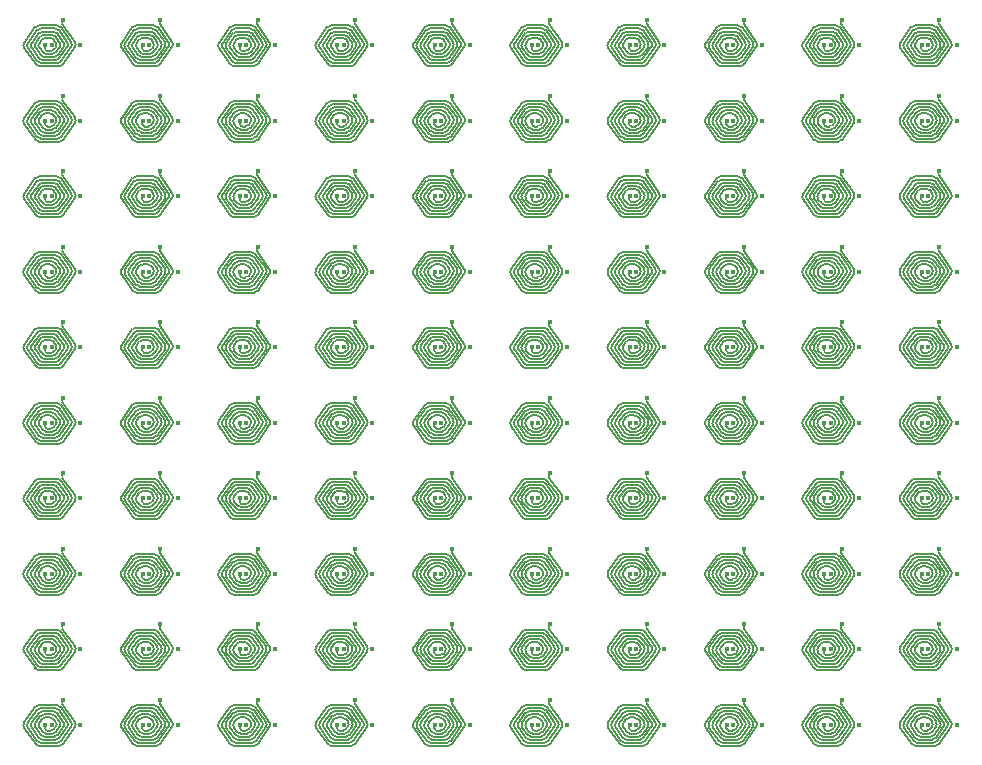
<source format=gbr>
%TF.GenerationSoftware,KiCad,Pcbnew,7.0.1*%
%TF.CreationDate,2024-10-11T23:10:47-04:00*%
%TF.ProjectId,PEST-panel,50455354-2d70-4616-9e65-6c2e6b696361,rev?*%
%TF.SameCoordinates,Original*%
%TF.FileFunction,Copper,L3,Inr*%
%TF.FilePolarity,Positive*%
%FSLAX46Y46*%
G04 Gerber Fmt 4.6, Leading zero omitted, Abs format (unit mm)*
G04 Created by KiCad (PCBNEW 7.0.1) date 2024-10-11 23:10:47*
%MOMM*%
%LPD*%
G01*
G04 APERTURE LIST*
%TA.AperFunction,ViaPad*%
%ADD10C,0.400000*%
%TD*%
%TA.AperFunction,Conductor*%
%ADD11C,0.127000*%
%TD*%
G04 APERTURE END LIST*
D10*
%TO.N,Net-(J1-Pin_1)*%
X74452566Y-57546000D03*
X75408566Y-55426000D03*
X73924566Y-57546000D03*
X76878566Y-57546000D03*
X66209392Y-57546000D03*
X67165392Y-55426000D03*
X65681392Y-57546000D03*
X68635392Y-57546000D03*
X57966218Y-57546000D03*
X58922218Y-55426000D03*
X57438218Y-57546000D03*
X60392218Y-57546000D03*
X49723044Y-57546000D03*
X50679044Y-55426000D03*
X49195044Y-57546000D03*
X52149044Y-57546000D03*
X41479870Y-57546000D03*
X42435870Y-55426000D03*
X40951870Y-57546000D03*
X43905870Y-57546000D03*
X33236696Y-57546000D03*
X34192696Y-55426000D03*
X32708696Y-57546000D03*
X35662696Y-57546000D03*
X24993522Y-57546000D03*
X25949522Y-55426000D03*
X24465522Y-57546000D03*
X27419522Y-57546000D03*
X16750348Y-57546000D03*
X17706348Y-55426000D03*
X16222348Y-57546000D03*
X19176348Y-57546000D03*
X8507174Y-57546000D03*
X9463174Y-55426000D03*
X7979174Y-57546000D03*
X10933174Y-57546000D03*
X264000Y-57546000D03*
X1220000Y-55426000D03*
X-264000Y-57546000D03*
X2690000Y-57546000D03*
X74452566Y-51152000D03*
X75408566Y-49032000D03*
X73924566Y-51152000D03*
X76878566Y-51152000D03*
X66209392Y-51152000D03*
X67165392Y-49032000D03*
X65681392Y-51152000D03*
X68635392Y-51152000D03*
X57966218Y-51152000D03*
X58922218Y-49032000D03*
X57438218Y-51152000D03*
X60392218Y-51152000D03*
X49723044Y-51152000D03*
X50679044Y-49032000D03*
X49195044Y-51152000D03*
X52149044Y-51152000D03*
X41479870Y-51152000D03*
X42435870Y-49032000D03*
X40951870Y-51152000D03*
X43905870Y-51152000D03*
X33236696Y-51152000D03*
X34192696Y-49032000D03*
X32708696Y-51152000D03*
X35662696Y-51152000D03*
X24993522Y-51152000D03*
X25949522Y-49032000D03*
X24465522Y-51152000D03*
X27419522Y-51152000D03*
X16750348Y-51152000D03*
X17706348Y-49032000D03*
X16222348Y-51152000D03*
X19176348Y-51152000D03*
X8507174Y-51152000D03*
X9463174Y-49032000D03*
X7979174Y-51152000D03*
X10933174Y-51152000D03*
X264000Y-51152000D03*
X1220000Y-49032000D03*
X-264000Y-51152000D03*
X2690000Y-51152000D03*
X74452566Y-44758000D03*
X75408566Y-42638000D03*
X73924566Y-44758000D03*
X76878566Y-44758000D03*
X66209392Y-44758000D03*
X67165392Y-42638000D03*
X65681392Y-44758000D03*
X68635392Y-44758000D03*
X57966218Y-44758000D03*
X58922218Y-42638000D03*
X57438218Y-44758000D03*
X60392218Y-44758000D03*
X49723044Y-44758000D03*
X50679044Y-42638000D03*
X49195044Y-44758000D03*
X52149044Y-44758000D03*
X41479870Y-44758000D03*
X42435870Y-42638000D03*
X40951870Y-44758000D03*
X43905870Y-44758000D03*
X33236696Y-44758000D03*
X34192696Y-42638000D03*
X32708696Y-44758000D03*
X35662696Y-44758000D03*
X24993522Y-44758000D03*
X25949522Y-42638000D03*
X24465522Y-44758000D03*
X27419522Y-44758000D03*
X16750348Y-44758000D03*
X17706348Y-42638000D03*
X16222348Y-44758000D03*
X19176348Y-44758000D03*
X8507174Y-44758000D03*
X9463174Y-42638000D03*
X7979174Y-44758000D03*
X10933174Y-44758000D03*
X264000Y-44758000D03*
X1220000Y-42638000D03*
X-264000Y-44758000D03*
X2690000Y-44758000D03*
X74452566Y-38364000D03*
X75408566Y-36244000D03*
X73924566Y-38364000D03*
X76878566Y-38364000D03*
X66209392Y-38364000D03*
X67165392Y-36244000D03*
X65681392Y-38364000D03*
X68635392Y-38364000D03*
X57966218Y-38364000D03*
X58922218Y-36244000D03*
X57438218Y-38364000D03*
X60392218Y-38364000D03*
X49723044Y-38364000D03*
X50679044Y-36244000D03*
X49195044Y-38364000D03*
X52149044Y-38364000D03*
X41479870Y-38364000D03*
X42435870Y-36244000D03*
X40951870Y-38364000D03*
X43905870Y-38364000D03*
X33236696Y-38364000D03*
X34192696Y-36244000D03*
X32708696Y-38364000D03*
X35662696Y-38364000D03*
X24993522Y-38364000D03*
X25949522Y-36244000D03*
X24465522Y-38364000D03*
X27419522Y-38364000D03*
X16750348Y-38364000D03*
X17706348Y-36244000D03*
X16222348Y-38364000D03*
X19176348Y-38364000D03*
X8507174Y-38364000D03*
X9463174Y-36244000D03*
X7979174Y-38364000D03*
X10933174Y-38364000D03*
X264000Y-38364000D03*
X1220000Y-36244000D03*
X-264000Y-38364000D03*
X2690000Y-38364000D03*
X74452566Y-31970000D03*
X75408566Y-29850000D03*
X73924566Y-31970000D03*
X76878566Y-31970000D03*
X66209392Y-31970000D03*
X67165392Y-29850000D03*
X65681392Y-31970000D03*
X68635392Y-31970000D03*
X57966218Y-31970000D03*
X58922218Y-29850000D03*
X57438218Y-31970000D03*
X60392218Y-31970000D03*
X49723044Y-31970000D03*
X50679044Y-29850000D03*
X49195044Y-31970000D03*
X52149044Y-31970000D03*
X41479870Y-31970000D03*
X42435870Y-29850000D03*
X40951870Y-31970000D03*
X43905870Y-31970000D03*
X33236696Y-31970000D03*
X34192696Y-29850000D03*
X32708696Y-31970000D03*
X35662696Y-31970000D03*
X24993522Y-31970000D03*
X25949522Y-29850000D03*
X24465522Y-31970000D03*
X27419522Y-31970000D03*
X16750348Y-31970000D03*
X17706348Y-29850000D03*
X16222348Y-31970000D03*
X19176348Y-31970000D03*
X8507174Y-31970000D03*
X9463174Y-29850000D03*
X7979174Y-31970000D03*
X10933174Y-31970000D03*
X264000Y-31970000D03*
X1220000Y-29850000D03*
X-264000Y-31970000D03*
X2690000Y-31970000D03*
X74452566Y-25576000D03*
X75408566Y-23456000D03*
X73924566Y-25576000D03*
X76878566Y-25576000D03*
X66209392Y-25576000D03*
X67165392Y-23456000D03*
X65681392Y-25576000D03*
X68635392Y-25576000D03*
X57966218Y-25576000D03*
X58922218Y-23456000D03*
X57438218Y-25576000D03*
X60392218Y-25576000D03*
X49723044Y-25576000D03*
X50679044Y-23456000D03*
X49195044Y-25576000D03*
X52149044Y-25576000D03*
X41479870Y-25576000D03*
X42435870Y-23456000D03*
X40951870Y-25576000D03*
X43905870Y-25576000D03*
X33236696Y-25576000D03*
X34192696Y-23456000D03*
X32708696Y-25576000D03*
X35662696Y-25576000D03*
X24993522Y-25576000D03*
X25949522Y-23456000D03*
X24465522Y-25576000D03*
X27419522Y-25576000D03*
X16750348Y-25576000D03*
X17706348Y-23456000D03*
X16222348Y-25576000D03*
X19176348Y-25576000D03*
X8507174Y-25576000D03*
X9463174Y-23456000D03*
X7979174Y-25576000D03*
X10933174Y-25576000D03*
X264000Y-25576000D03*
X1220000Y-23456000D03*
X-264000Y-25576000D03*
X2690000Y-25576000D03*
X74452566Y-19182000D03*
X75408566Y-17062000D03*
X73924566Y-19182000D03*
X76878566Y-19182000D03*
X66209392Y-19182000D03*
X67165392Y-17062000D03*
X65681392Y-19182000D03*
X68635392Y-19182000D03*
X57966218Y-19182000D03*
X58922218Y-17062000D03*
X57438218Y-19182000D03*
X60392218Y-19182000D03*
X49723044Y-19182000D03*
X50679044Y-17062000D03*
X49195044Y-19182000D03*
X52149044Y-19182000D03*
X41479870Y-19182000D03*
X42435870Y-17062000D03*
X40951870Y-19182000D03*
X43905870Y-19182000D03*
X33236696Y-19182000D03*
X34192696Y-17062000D03*
X32708696Y-19182000D03*
X35662696Y-19182000D03*
X24993522Y-19182000D03*
X25949522Y-17062000D03*
X24465522Y-19182000D03*
X27419522Y-19182000D03*
X16750348Y-19182000D03*
X17706348Y-17062000D03*
X16222348Y-19182000D03*
X19176348Y-19182000D03*
X8507174Y-19182000D03*
X9463174Y-17062000D03*
X7979174Y-19182000D03*
X10933174Y-19182000D03*
X264000Y-19182000D03*
X1220000Y-17062000D03*
X-264000Y-19182000D03*
X2690000Y-19182000D03*
X74452566Y-12788000D03*
X75408566Y-10668000D03*
X73924566Y-12788000D03*
X76878566Y-12788000D03*
X66209392Y-12788000D03*
X67165392Y-10668000D03*
X65681392Y-12788000D03*
X68635392Y-12788000D03*
X57966218Y-12788000D03*
X58922218Y-10668000D03*
X57438218Y-12788000D03*
X60392218Y-12788000D03*
X49723044Y-12788000D03*
X50679044Y-10668000D03*
X49195044Y-12788000D03*
X52149044Y-12788000D03*
X41479870Y-12788000D03*
X42435870Y-10668000D03*
X40951870Y-12788000D03*
X43905870Y-12788000D03*
X33236696Y-12788000D03*
X34192696Y-10668000D03*
X32708696Y-12788000D03*
X35662696Y-12788000D03*
X24993522Y-12788000D03*
X25949522Y-10668000D03*
X24465522Y-12788000D03*
X27419522Y-12788000D03*
X16750348Y-12788000D03*
X17706348Y-10668000D03*
X16222348Y-12788000D03*
X19176348Y-12788000D03*
X8507174Y-12788000D03*
X9463174Y-10668000D03*
X7979174Y-12788000D03*
X10933174Y-12788000D03*
X264000Y-12788000D03*
X1220000Y-10668000D03*
X-264000Y-12788000D03*
X2690000Y-12788000D03*
X74452566Y-6394000D03*
X75408566Y-4274000D03*
X73924566Y-6394000D03*
X76878566Y-6394000D03*
X66209392Y-6394000D03*
X67165392Y-4274000D03*
X65681392Y-6394000D03*
X68635392Y-6394000D03*
X57966218Y-6394000D03*
X58922218Y-4274000D03*
X57438218Y-6394000D03*
X60392218Y-6394000D03*
X49723044Y-6394000D03*
X50679044Y-4274000D03*
X49195044Y-6394000D03*
X52149044Y-6394000D03*
X41479870Y-6394000D03*
X42435870Y-4274000D03*
X40951870Y-6394000D03*
X43905870Y-6394000D03*
X33236696Y-6394000D03*
X34192696Y-4274000D03*
X32708696Y-6394000D03*
X35662696Y-6394000D03*
X24993522Y-6394000D03*
X25949522Y-4274000D03*
X24465522Y-6394000D03*
X27419522Y-6394000D03*
X16750348Y-6394000D03*
X17706348Y-4274000D03*
X16222348Y-6394000D03*
X19176348Y-6394000D03*
X8507174Y-6394000D03*
X9463174Y-4274000D03*
X7979174Y-6394000D03*
X10933174Y-6394000D03*
X264000Y-6394000D03*
X1220000Y-4274000D03*
X-264000Y-6394000D03*
X2690000Y-6394000D03*
X74452566Y0D03*
X75408566Y2120000D03*
X73924566Y0D03*
X76878566Y0D03*
X66209392Y0D03*
X67165392Y2120000D03*
X65681392Y0D03*
X68635392Y0D03*
X57966218Y0D03*
X58922218Y2120000D03*
X57438218Y0D03*
X60392218Y0D03*
X49723044Y0D03*
X50679044Y2120000D03*
X49195044Y0D03*
X52149044Y0D03*
X41479870Y0D03*
X42435870Y2120000D03*
X40951870Y0D03*
X43905870Y0D03*
X33236696Y0D03*
X34192696Y2120000D03*
X32708696Y0D03*
X35662696Y0D03*
X24993522Y0D03*
X25949522Y2120000D03*
X24465522Y0D03*
X27419522Y0D03*
X16750348Y0D03*
X17706348Y2120000D03*
X16222348Y0D03*
X19176348Y0D03*
X8507174Y0D03*
X9463174Y2120000D03*
X7979174Y0D03*
X10933174Y0D03*
X-264000Y0D03*
X2690000Y0D03*
X1220000Y2120000D03*
X264000Y0D03*
%TD*%
D11*
%TO.N,Net-(J1-Pin_1)*%
X75352957Y-55525176D02*
G75*
G03*
X75366473Y-55791111I218143J-122224D01*
G01*
X73873194Y-57788693D02*
G75*
G03*
X73995722Y-58016273I195706J-41407D01*
G01*
X73954099Y-56918120D02*
G75*
G03*
X73645389Y-57063774I1J-399980D01*
G01*
X72125711Y-57351994D02*
G75*
G03*
X72125392Y-57814355I326189J-231406D01*
G01*
X73524267Y-56138678D02*
G75*
G03*
X73200032Y-56304461I33J-400022D01*
G01*
X76410930Y-57738656D02*
G75*
G03*
X76411183Y-57278503I-327030J230256D01*
G01*
X75214785Y-56046675D02*
G75*
G03*
X74889147Y-55878901I-325685J-232225D01*
G01*
X74608967Y-57058727D02*
G75*
G03*
X74304470Y-56918132I-304467J-259373D01*
G01*
X73670320Y-56398526D02*
G75*
G03*
X73349018Y-56560262I-20J-399974D01*
G01*
X74926358Y-59083163D02*
G75*
G03*
X75251698Y-58915905I42J399963D01*
G01*
X75073960Y-59342968D02*
G75*
G03*
X75401042Y-59173256I40J399968D01*
G01*
X73377061Y-55878869D02*
G75*
G03*
X73050783Y-56047508I39J-400031D01*
G01*
X73691176Y-58156019D02*
G75*
G03*
X74001638Y-58303772I310424J252219D01*
G01*
X75770627Y-57745575D02*
G75*
G03*
X75771121Y-57274101I-322927J236075D01*
G01*
X73995725Y-58016265D02*
G75*
G03*
X74141962Y-58043965I146275J372365D01*
G01*
X75116777Y-57760090D02*
G75*
G03*
X75117985Y-57264439I-313377J248590D01*
G01*
X73814319Y-56658330D02*
G75*
G03*
X73497576Y-56814042I-19J-399970D01*
G01*
X74913606Y-56558534D02*
G75*
G03*
X74593576Y-56398516I-320006J-239966D01*
G01*
X74356412Y-58043985D02*
G75*
G03*
X74658300Y-57906383I-12J399985D01*
G01*
X74772287Y-57775313D02*
G75*
G03*
X74774856Y-57253472I-301887J262413D01*
G01*
X74762189Y-56811288D02*
G75*
G03*
X74447573Y-56658324I-314589J-247012D01*
G01*
X73237493Y-58916922D02*
G75*
G03*
X73562145Y-59083195I324607J233722D01*
G01*
X73388122Y-58660853D02*
G75*
G03*
X73709982Y-58823387I321878J237453D01*
G01*
X72767986Y-57343843D02*
G75*
G03*
X72767403Y-57819568I321314J-238257D01*
G01*
X74634467Y-58563561D02*
G75*
G03*
X74953766Y-58404510I33J399961D01*
G01*
X73094342Y-57336826D02*
G75*
G03*
X73093444Y-57824206I316758J-244274D01*
G01*
X75064369Y-56303274D02*
G75*
G03*
X74740974Y-56138709I-323369J-235426D01*
G01*
X74779654Y-58823355D02*
G75*
G03*
X75102566Y-58659455I46J399955D01*
G01*
X73429792Y-57325533D02*
G75*
G03*
X73428010Y-57832089I308708J-254367D01*
G01*
X73087142Y-59174002D02*
G75*
G03*
X73413708Y-59343003I326558J231002D01*
G01*
X75446709Y-57751319D02*
G75*
G03*
X75447385Y-57270380I-319309J240919D01*
G01*
X72445700Y-57348555D02*
G75*
G03*
X72445319Y-57816516I324300J-234245D01*
G01*
X73539134Y-58406648D02*
G75*
G03*
X73856794Y-58563580I317666J243048D01*
G01*
X76091652Y-57741609D02*
G75*
G03*
X76091979Y-57276650I-325352J232709D01*
G01*
X74492159Y-58303750D02*
G75*
G03*
X74805526Y-58152370I41J399950D01*
G01*
X74805526Y-58152370D02*
X75116746Y-57760065D01*
X75117985Y-57264439D02*
X74762179Y-56811296D01*
X75401043Y-59173256D02*
X76410939Y-57738663D01*
X76411183Y-57278503D02*
X75366473Y-55791111D01*
X73200032Y-56304461D02*
X72445708Y-57348561D01*
X74304470Y-56918132D02*
X73954099Y-56918132D01*
X73856794Y-58563580D02*
X74634467Y-58563580D01*
X73428010Y-57832089D02*
X73691190Y-58156007D01*
X74889147Y-55878901D02*
X73377061Y-55878901D01*
X74740974Y-56138709D02*
X73524267Y-56138709D01*
X72445319Y-57816516D02*
X73237521Y-58916902D01*
X73497576Y-56814042D02*
X73094371Y-57336848D01*
X74774857Y-57253471D02*
X74608958Y-57058734D01*
X75352973Y-55525185D02*
X75408566Y-55426000D01*
X73349018Y-56560262D02*
X72767977Y-57343836D01*
X74001638Y-58303772D02*
X74492159Y-58303772D01*
X74953767Y-58404511D02*
X75446665Y-57751286D01*
X75447385Y-57270380D02*
X74913595Y-56558542D01*
X75251698Y-58915905D02*
X76091651Y-57741608D01*
X72125391Y-57814356D02*
X73087148Y-59173998D01*
X74593576Y-56398516D02*
X73670320Y-56398516D01*
X73413708Y-59343003D02*
X75073960Y-59343003D01*
X75771121Y-57274101D02*
X75064355Y-56303284D01*
X73709982Y-58823387D02*
X74779654Y-58823387D01*
X74447573Y-56658324D02*
X73814319Y-56658324D01*
X73645389Y-57063774D02*
X73429747Y-57325496D01*
X73093444Y-57824206D02*
X73539124Y-58406655D01*
X72767402Y-57819568D02*
X73388106Y-58660865D01*
X74141962Y-58043965D02*
X74356412Y-58043965D01*
X76091980Y-57276649D02*
X75214817Y-56046652D01*
X74658300Y-57906383D02*
X74772257Y-57775287D01*
X73873180Y-57788690D02*
X73924566Y-57546000D01*
X75102566Y-58659455D02*
X75770652Y-57745593D01*
X73562145Y-59083195D02*
X74926358Y-59083195D01*
X73050783Y-56047508D02*
X72125672Y-57351967D01*
X67109783Y-55525176D02*
G75*
G03*
X67123300Y-55791111I218117J-122224D01*
G01*
X65630004Y-57788690D02*
G75*
G03*
X65752548Y-58016273I195696J-41410D01*
G01*
X65710925Y-56918140D02*
G75*
G03*
X65402215Y-57063774I-25J-399960D01*
G01*
X63882536Y-57351994D02*
G75*
G03*
X63882217Y-57814356I326264J-231406D01*
G01*
X65281093Y-56138700D02*
G75*
G03*
X64956859Y-56304462I7J-400000D01*
G01*
X68167755Y-57738656D02*
G75*
G03*
X68168008Y-57278503I-327055J230256D01*
G01*
X66971660Y-56046640D02*
G75*
G03*
X66645973Y-55878901I-325660J-232260D01*
G01*
X66365778Y-57058740D02*
G75*
G03*
X66061296Y-56918132I-304478J-259360D01*
G01*
X65427146Y-56398547D02*
G75*
G03*
X65105844Y-56560262I-46J-399953D01*
G01*
X66683184Y-59083184D02*
G75*
G03*
X67008524Y-58915905I16J399984D01*
G01*
X66830786Y-59342989D02*
G75*
G03*
X67157868Y-59173255I14J399989D01*
G01*
X65133887Y-55878890D02*
G75*
G03*
X64807609Y-56047508I13J-400010D01*
G01*
X65448046Y-58155983D02*
G75*
G03*
X65758464Y-58303772I310454J252183D01*
G01*
X67527453Y-57745575D02*
G75*
G03*
X67527947Y-57274101I-322853J236075D01*
G01*
X65752548Y-58016274D02*
G75*
G03*
X65898788Y-58043965I146252J372374D01*
G01*
X66873604Y-57760090D02*
G75*
G03*
X66874811Y-57264439I-313404J248590D01*
G01*
X65571145Y-56658351D02*
G75*
G03*
X65254402Y-56814042I-45J-399949D01*
G01*
X66670415Y-56558547D02*
G75*
G03*
X66350402Y-56398516I-320015J-239953D01*
G01*
X66113238Y-58044005D02*
G75*
G03*
X66415126Y-57906383I-38J400005D01*
G01*
X66529114Y-57775314D02*
G75*
G03*
X66531683Y-57253471I-301914J262414D01*
G01*
X66518999Y-56811301D02*
G75*
G03*
X66204399Y-56658324I-314599J-246999D01*
G01*
X64994367Y-58916887D02*
G75*
G03*
X65318971Y-59083195I324633J233687D01*
G01*
X65144931Y-58660866D02*
G75*
G03*
X65466808Y-58823387I321869J237466D01*
G01*
X64524813Y-57343843D02*
G75*
G03*
X64524229Y-57819568I321287J-238257D01*
G01*
X66391293Y-58563582D02*
G75*
G03*
X66710592Y-58404511I7J399982D01*
G01*
X64851168Y-57336826D02*
G75*
G03*
X64850271Y-57824206I316732J-244274D01*
G01*
X66821178Y-56303286D02*
G75*
G03*
X66497800Y-56138709I-323378J-235414D01*
G01*
X66536480Y-58823376D02*
G75*
G03*
X66859392Y-58659455I20J399976D01*
G01*
X65186619Y-57325534D02*
G75*
G03*
X65184837Y-57832088I308681J-254366D01*
G01*
X64843950Y-59174015D02*
G75*
G03*
X65170534Y-59343003I326550J231015D01*
G01*
X67203534Y-57751319D02*
G75*
G03*
X67204210Y-57270380I-319334J240919D01*
G01*
X64202526Y-57348555D02*
G75*
G03*
X64202145Y-57816516I324274J-234245D01*
G01*
X65295943Y-58406660D02*
G75*
G03*
X65613620Y-58563580I317657J243060D01*
G01*
X67848479Y-57741609D02*
G75*
G03*
X67848806Y-57276649I-325379J232709D01*
G01*
X66248985Y-58303770D02*
G75*
G03*
X66562351Y-58152370I15J399970D01*
G01*
X66562352Y-58152370D02*
X66873572Y-57760065D01*
X66874811Y-57264439D02*
X66519005Y-56811296D01*
X67157869Y-59173256D02*
X68167765Y-57738663D01*
X68168009Y-57278503D02*
X67123299Y-55791111D01*
X64956858Y-56304461D02*
X64202534Y-57348561D01*
X66061296Y-56918132D02*
X65710925Y-56918132D01*
X65613620Y-58563580D02*
X66391293Y-58563580D01*
X65184836Y-57832089D02*
X65448016Y-58156007D01*
X66645973Y-55878901D02*
X65133887Y-55878901D01*
X66497800Y-56138709D02*
X65281093Y-56138709D01*
X64202145Y-57816516D02*
X64994347Y-58916902D01*
X65254402Y-56814042D02*
X64851197Y-57336848D01*
X66531683Y-57253471D02*
X66365784Y-57058734D01*
X67109799Y-55525185D02*
X67165392Y-55426000D01*
X65105844Y-56560262D02*
X64524803Y-57343836D01*
X65758464Y-58303772D02*
X66248985Y-58303772D01*
X66710593Y-58404511D02*
X67203491Y-57751286D01*
X67204211Y-57270380D02*
X66670421Y-56558542D01*
X67008524Y-58915905D02*
X67848477Y-57741608D01*
X63882217Y-57814356D02*
X64843974Y-59173998D01*
X66350402Y-56398516D02*
X65427146Y-56398516D01*
X65170534Y-59343003D02*
X66830786Y-59343003D01*
X67527947Y-57274101D02*
X66821181Y-56303284D01*
X65466808Y-58823387D02*
X66536480Y-58823387D01*
X66204399Y-56658324D02*
X65571145Y-56658324D01*
X65402215Y-57063774D02*
X65186573Y-57325496D01*
X64850270Y-57824206D02*
X65295950Y-58406655D01*
X64524228Y-57819568D02*
X65144932Y-58660865D01*
X65898788Y-58043965D02*
X66113238Y-58043965D01*
X67848806Y-57276649D02*
X66971643Y-56046652D01*
X66415126Y-57906383D02*
X66529083Y-57775287D01*
X65630006Y-57788690D02*
X65681392Y-57546000D01*
X66859392Y-58659455D02*
X67527478Y-57745593D01*
X65318971Y-59083195D02*
X66683184Y-59083195D01*
X64807609Y-56047508D02*
X63882498Y-57351967D01*
X58866607Y-55525175D02*
G75*
G03*
X58880125Y-55791111I218093J-122225D01*
G01*
X57386815Y-57788686D02*
G75*
G03*
X57509374Y-58016273I195685J-41414D01*
G01*
X57467751Y-56918083D02*
G75*
G03*
X57159041Y-57063774I49J-400017D01*
G01*
X55639362Y-57351994D02*
G75*
G03*
X55639043Y-57814356I326238J-231406D01*
G01*
X57037919Y-56138721D02*
G75*
G03*
X56713685Y-56304462I-19J-399979D01*
G01*
X59924582Y-57738657D02*
G75*
G03*
X59924835Y-57278503I-327082J230257D01*
G01*
X58728469Y-56046652D02*
G75*
G03*
X58402799Y-55878901I-325669J-232248D01*
G01*
X58122588Y-57058752D02*
G75*
G03*
X57818122Y-56918132I-304488J-259348D01*
G01*
X57183972Y-56398488D02*
G75*
G03*
X56862671Y-56560263I28J-400012D01*
G01*
X58440010Y-59083205D02*
G75*
G03*
X58765350Y-58915905I-10J400005D01*
G01*
X58587612Y-59343011D02*
G75*
G03*
X58914695Y-59173256I-12J400011D01*
G01*
X56890713Y-55878912D02*
G75*
G03*
X56564436Y-56047509I-13J-399988D01*
G01*
X57204856Y-58155995D02*
G75*
G03*
X57515290Y-58303772I310444J252195D01*
G01*
X59284279Y-57745575D02*
G75*
G03*
X59284773Y-57274101I-322879J236075D01*
G01*
X57509370Y-58016283D02*
G75*
G03*
X57655614Y-58043965I146230J372383D01*
G01*
X58630430Y-57760090D02*
G75*
G03*
X58631637Y-57264439I-313430J248590D01*
G01*
X57327971Y-56658292D02*
G75*
G03*
X57011228Y-56814042I29J-400008D01*
G01*
X58427224Y-56558559D02*
G75*
G03*
X58107228Y-56398516I-320024J-239941D01*
G01*
X57870064Y-58043949D02*
G75*
G03*
X58171952Y-57906383I36J399949D01*
G01*
X58285940Y-57775314D02*
G75*
G03*
X58288509Y-57253471I-301940J262414D01*
G01*
X58275809Y-56811314D02*
G75*
G03*
X57961225Y-56658324I-314609J-246986D01*
G01*
X56751176Y-58916900D02*
G75*
G03*
X57075797Y-59083195I324624J233700D01*
G01*
X56901740Y-58660878D02*
G75*
G03*
X57223634Y-58823387I321860J237478D01*
G01*
X56281639Y-57343843D02*
G75*
G03*
X56281055Y-57819567I321261J-238257D01*
G01*
X58148119Y-58563603D02*
G75*
G03*
X58467419Y-58404511I-19J400003D01*
G01*
X56607994Y-57336826D02*
G75*
G03*
X56607096Y-57824206I316806J-244274D01*
G01*
X58577987Y-56303299D02*
G75*
G03*
X58254626Y-56138709I-323387J-235401D01*
G01*
X58293306Y-58823397D02*
G75*
G03*
X58616218Y-58659455I-6J399997D01*
G01*
X56943445Y-57325534D02*
G75*
G03*
X56941663Y-57832088I308655J-254366D01*
G01*
X56600826Y-59173980D02*
G75*
G03*
X56927360Y-59343003I326574J230980D01*
G01*
X58960360Y-57751319D02*
G75*
G03*
X58961037Y-57270380I-319360J240919D01*
G01*
X55959353Y-57348556D02*
G75*
G03*
X55958972Y-57816515I324247J-234244D01*
G01*
X57052753Y-58406673D02*
G75*
G03*
X57370446Y-58563580I317647J243073D01*
G01*
X59605304Y-57741609D02*
G75*
G03*
X59605631Y-57276650I-325304J232709D01*
G01*
X58005811Y-58303791D02*
G75*
G03*
X58319178Y-58152370I-11J399991D01*
G01*
X58319178Y-58152370D02*
X58630398Y-57760065D01*
X58631637Y-57264439D02*
X58275831Y-56811296D01*
X58914695Y-59173256D02*
X59924591Y-57738663D01*
X59924835Y-57278503D02*
X58880125Y-55791111D01*
X56713684Y-56304461D02*
X55959360Y-57348561D01*
X57818122Y-56918132D02*
X57467751Y-56918132D01*
X57370446Y-58563580D02*
X58148119Y-58563580D01*
X56941662Y-57832089D02*
X57204842Y-58156007D01*
X58402799Y-55878901D02*
X56890713Y-55878901D01*
X58254626Y-56138709D02*
X57037919Y-56138709D01*
X55958971Y-57816516D02*
X56751173Y-58916902D01*
X57011228Y-56814042D02*
X56608023Y-57336848D01*
X58288509Y-57253471D02*
X58122610Y-57058734D01*
X58866625Y-55525185D02*
X58922218Y-55426000D01*
X56862670Y-56560262D02*
X56281629Y-57343836D01*
X57515290Y-58303772D02*
X58005811Y-58303772D01*
X58467419Y-58404511D02*
X58960317Y-57751286D01*
X58961037Y-57270380D02*
X58427247Y-56558542D01*
X58765350Y-58915905D02*
X59605303Y-57741608D01*
X55639043Y-57814356D02*
X56600800Y-59173998D01*
X58107228Y-56398516D02*
X57183972Y-56398516D01*
X56927360Y-59343003D02*
X58587612Y-59343003D01*
X59284773Y-57274101D02*
X58578007Y-56303284D01*
X57223634Y-58823387D02*
X58293306Y-58823387D01*
X57961225Y-56658324D02*
X57327971Y-56658324D01*
X57159041Y-57063774D02*
X56943399Y-57325496D01*
X56607096Y-57824206D02*
X57052776Y-58406655D01*
X56281054Y-57819568D02*
X56901758Y-58660865D01*
X57655614Y-58043965D02*
X57870064Y-58043965D01*
X59605632Y-57276649D02*
X58728469Y-56046652D01*
X58171952Y-57906383D02*
X58285909Y-57775287D01*
X57386832Y-57788690D02*
X57438218Y-57546000D01*
X58616218Y-58659455D02*
X59284304Y-57745593D01*
X57075797Y-59083195D02*
X58440010Y-59083195D01*
X56564435Y-56047508D02*
X55639324Y-57351967D01*
X50623432Y-55525174D02*
G75*
G03*
X50636951Y-55791111I218068J-122226D01*
G01*
X49143626Y-57788683D02*
G75*
G03*
X49266200Y-58016272I195674J-41417D01*
G01*
X49224577Y-56918103D02*
G75*
G03*
X48915867Y-57063774I23J-399997D01*
G01*
X47396189Y-57351994D02*
G75*
G03*
X47395870Y-57814355I326211J-231406D01*
G01*
X48794745Y-56138742D02*
G75*
G03*
X48470511Y-56304461I-45J-399958D01*
G01*
X51681408Y-57738657D02*
G75*
G03*
X51681661Y-57278503I-327108J230257D01*
G01*
X50485278Y-56046664D02*
G75*
G03*
X50159625Y-55878901I-325678J-232236D01*
G01*
X49879457Y-57058716D02*
G75*
G03*
X49574948Y-56918132I-304457J-259384D01*
G01*
X48940798Y-56398508D02*
G75*
G03*
X48619496Y-56560262I2J-399992D01*
G01*
X50196836Y-59083226D02*
G75*
G03*
X50522176Y-58915905I-36J400026D01*
G01*
X50344438Y-59343032D02*
G75*
G03*
X50671521Y-59173256I-38J400032D01*
G01*
X48647539Y-55878933D02*
G75*
G03*
X48321262Y-56047508I-39J-399967D01*
G01*
X48961667Y-58156008D02*
G75*
G03*
X49272116Y-58303772I310433J252208D01*
G01*
X51041105Y-57745575D02*
G75*
G03*
X51041599Y-57274101I-322905J236075D01*
G01*
X49266206Y-58016257D02*
G75*
G03*
X49412440Y-58043965I146294J372357D01*
G01*
X50387256Y-57760090D02*
G75*
G03*
X50388463Y-57264439I-313356J248590D01*
G01*
X49084797Y-56658313D02*
G75*
G03*
X48768054Y-56814042I3J-399987D01*
G01*
X50184098Y-56558524D02*
G75*
G03*
X49864054Y-56398516I-319998J-239976D01*
G01*
X49626890Y-58043968D02*
G75*
G03*
X49928777Y-57906382I10J399968D01*
G01*
X50042766Y-57775314D02*
G75*
G03*
X50045335Y-57253471I-301966J262414D01*
G01*
X50032680Y-56811278D02*
G75*
G03*
X49718051Y-56658324I-314580J-247022D01*
G01*
X48507985Y-58916912D02*
G75*
G03*
X48832623Y-59083195I324615J233712D01*
G01*
X48658614Y-58660843D02*
G75*
G03*
X48980460Y-58823387I321886J237443D01*
G01*
X48038464Y-57343843D02*
G75*
G03*
X48037880Y-57819568I321336J-238257D01*
G01*
X49904945Y-58563624D02*
G75*
G03*
X50224245Y-58404511I-45J400024D01*
G01*
X48364820Y-57336826D02*
G75*
G03*
X48363923Y-57824206I316780J-244274D01*
G01*
X50334861Y-56303263D02*
G75*
G03*
X50011452Y-56138709I-323361J-235437D01*
G01*
X50050132Y-58823418D02*
G75*
G03*
X50373044Y-58659455I-32J400018D01*
G01*
X48700271Y-57325534D02*
G75*
G03*
X48698488Y-57832089I308629J-254366D01*
G01*
X48357634Y-59173992D02*
G75*
G03*
X48684186Y-59343003I326566J230992D01*
G01*
X50717186Y-57751319D02*
G75*
G03*
X50717863Y-57270380I-319386J240919D01*
G01*
X47716179Y-57348556D02*
G75*
G03*
X47715798Y-57816516I324221J-234244D01*
G01*
X48809626Y-58406637D02*
G75*
G03*
X49127272Y-58563580I317674J243037D01*
G01*
X51362131Y-57741609D02*
G75*
G03*
X51362458Y-57276649I-325331J232709D01*
G01*
X49762637Y-58303811D02*
G75*
G03*
X50076004Y-58152370I-37J400011D01*
G01*
X50076004Y-58152370D02*
X50387224Y-57760065D01*
X50388463Y-57264439D02*
X50032657Y-56811296D01*
X50671521Y-59173256D02*
X51681417Y-57738663D01*
X51681661Y-57278503D02*
X50636951Y-55791111D01*
X48470510Y-56304461D02*
X47716186Y-57348561D01*
X49574948Y-56918132D02*
X49224577Y-56918132D01*
X49127272Y-58563580D02*
X49904945Y-58563580D01*
X48698488Y-57832089D02*
X48961668Y-58156007D01*
X50159625Y-55878901D02*
X48647539Y-55878901D01*
X50011452Y-56138709D02*
X48794745Y-56138709D01*
X47715797Y-57816516D02*
X48507999Y-58916902D01*
X48768054Y-56814042D02*
X48364849Y-57336848D01*
X50045335Y-57253471D02*
X49879436Y-57058734D01*
X50623451Y-55525185D02*
X50679044Y-55426000D01*
X48619496Y-56560262D02*
X48038455Y-57343836D01*
X49272116Y-58303772D02*
X49762637Y-58303772D01*
X50224245Y-58404511D02*
X50717143Y-57751286D01*
X50717863Y-57270380D02*
X50184073Y-56558542D01*
X50522176Y-58915905D02*
X51362129Y-57741608D01*
X47395869Y-57814356D02*
X48357626Y-59173998D01*
X49864054Y-56398516D02*
X48940798Y-56398516D01*
X48684186Y-59343003D02*
X50344438Y-59343003D01*
X51041599Y-57274101D02*
X50334833Y-56303284D01*
X48980460Y-58823387D02*
X50050132Y-58823387D01*
X49718051Y-56658324D02*
X49084797Y-56658324D01*
X48915867Y-57063774D02*
X48700225Y-57325496D01*
X48363922Y-57824206D02*
X48809602Y-58406655D01*
X48037880Y-57819568D02*
X48658584Y-58660865D01*
X49412440Y-58043965D02*
X49626890Y-58043965D01*
X51362458Y-57276649D02*
X50485295Y-56046652D01*
X49928778Y-57906383D02*
X50042735Y-57775287D01*
X49143658Y-57788690D02*
X49195044Y-57546000D01*
X50373044Y-58659455D02*
X51041130Y-57745593D01*
X48832623Y-59083195D02*
X50196836Y-59083195D01*
X48321261Y-56047508D02*
X47396150Y-57351967D01*
X42380262Y-55525176D02*
G75*
G03*
X42393778Y-55791111I218138J-122224D01*
G01*
X40900496Y-57788692D02*
G75*
G03*
X41023026Y-58016273I195704J-41408D01*
G01*
X40981403Y-56918123D02*
G75*
G03*
X40672693Y-57063774I-3J-399977D01*
G01*
X39153014Y-57351994D02*
G75*
G03*
X39152696Y-57814356I326186J-231406D01*
G01*
X40551571Y-56138682D02*
G75*
G03*
X40227337Y-56304461I29J-400018D01*
G01*
X43438233Y-57738656D02*
G75*
G03*
X43438486Y-57278503I-327033J230256D01*
G01*
X42242153Y-56046629D02*
G75*
G03*
X41916451Y-55878901I-325653J-232271D01*
G01*
X41636268Y-57058729D02*
G75*
G03*
X41331774Y-56918132I-304468J-259371D01*
G01*
X40697624Y-56398529D02*
G75*
G03*
X40376322Y-56560262I-24J-399971D01*
G01*
X41953662Y-59083166D02*
G75*
G03*
X42279002Y-58915905I38J399966D01*
G01*
X42101264Y-59342971D02*
G75*
G03*
X42428346Y-59173255I36J399971D01*
G01*
X40404365Y-55878872D02*
G75*
G03*
X40078087Y-56047508I35J-400028D01*
G01*
X40718477Y-58156021D02*
G75*
G03*
X41028942Y-58303772I310423J252221D01*
G01*
X42797931Y-57745575D02*
G75*
G03*
X42798425Y-57274101I-322931J236075D01*
G01*
X41023029Y-58016266D02*
G75*
G03*
X41169266Y-58043965I146271J372366D01*
G01*
X42144081Y-57760090D02*
G75*
G03*
X42145288Y-57264439I-313381J248590D01*
G01*
X40841623Y-56658334D02*
G75*
G03*
X40524881Y-56814043I-23J-399966D01*
G01*
X41940907Y-56558536D02*
G75*
G03*
X41620880Y-56398516I-320007J-239964D01*
G01*
X41383716Y-58043988D02*
G75*
G03*
X41685604Y-57906383I-16J399988D01*
G01*
X41799591Y-57775313D02*
G75*
G03*
X41802160Y-57253472I-301891J262413D01*
G01*
X41789490Y-56811290D02*
G75*
G03*
X41474877Y-56658324I-314590J-247010D01*
G01*
X40264860Y-58916877D02*
G75*
G03*
X40589449Y-59083195I324640J233677D01*
G01*
X40415423Y-58660855D02*
G75*
G03*
X40737286Y-58823387I321877J237455D01*
G01*
X39795290Y-57343843D02*
G75*
G03*
X39794706Y-57819568I321310J-238257D01*
G01*
X41661771Y-58563565D02*
G75*
G03*
X41981071Y-58404511I29J399965D01*
G01*
X40121646Y-57336826D02*
G75*
G03*
X40120748Y-57824206I316754J-244274D01*
G01*
X42091670Y-56303276D02*
G75*
G03*
X41768278Y-56138709I-323370J-235424D01*
G01*
X41806958Y-58823358D02*
G75*
G03*
X42129869Y-58659455I42J399958D01*
G01*
X40457096Y-57325533D02*
G75*
G03*
X40455314Y-57832089I308704J-254367D01*
G01*
X40114443Y-59174004D02*
G75*
G03*
X40441012Y-59343003I326557J231004D01*
G01*
X42474013Y-57751319D02*
G75*
G03*
X42474689Y-57270380I-319313J240919D01*
G01*
X39473005Y-57348556D02*
G75*
G03*
X39472624Y-57816515I324295J-234244D01*
G01*
X40566435Y-58406650D02*
G75*
G03*
X40884098Y-58563580I317665J243050D01*
G01*
X43118957Y-57741609D02*
G75*
G03*
X43119284Y-57276649I-325357J232709D01*
G01*
X41519463Y-58303753D02*
G75*
G03*
X41832830Y-58152370I37J399953D01*
G01*
X41832830Y-58152370D02*
X42144050Y-57760065D01*
X42145289Y-57264439D02*
X41789483Y-56811296D01*
X42428347Y-59173256D02*
X43438243Y-57738663D01*
X43438487Y-57278503D02*
X42393777Y-55791111D01*
X40227336Y-56304461D02*
X39473012Y-57348561D01*
X41331774Y-56918132D02*
X40981403Y-56918132D01*
X40884098Y-58563580D02*
X41661771Y-58563580D01*
X40455314Y-57832089D02*
X40718494Y-58156007D01*
X41916451Y-55878901D02*
X40404365Y-55878901D01*
X41768278Y-56138709D02*
X40551571Y-56138709D01*
X39472623Y-57816516D02*
X40264825Y-58916902D01*
X40524880Y-56814042D02*
X40121675Y-57336848D01*
X41802161Y-57253471D02*
X41636262Y-57058734D01*
X42380277Y-55525185D02*
X42435870Y-55426000D01*
X40376322Y-56560262D02*
X39795281Y-57343836D01*
X41028942Y-58303772D02*
X41519463Y-58303772D01*
X41981071Y-58404511D02*
X42473969Y-57751286D01*
X42474689Y-57270380D02*
X41940899Y-56558542D01*
X42279002Y-58915905D02*
X43118955Y-57741608D01*
X39152695Y-57814356D02*
X40114452Y-59173998D01*
X41620880Y-56398516D02*
X40697624Y-56398516D01*
X40441012Y-59343003D02*
X42101264Y-59343003D01*
X42798425Y-57274101D02*
X42091659Y-56303284D01*
X40737286Y-58823387D02*
X41806958Y-58823387D01*
X41474877Y-56658324D02*
X40841623Y-56658324D01*
X40672693Y-57063774D02*
X40457051Y-57325496D01*
X40120748Y-57824206D02*
X40566428Y-58406655D01*
X39794706Y-57819568D02*
X40415410Y-58660865D01*
X41169266Y-58043965D02*
X41383716Y-58043965D01*
X43119284Y-57276649D02*
X42242121Y-56046652D01*
X41685604Y-57906383D02*
X41799561Y-57775287D01*
X40900484Y-57788690D02*
X40951870Y-57546000D01*
X42129870Y-58659455D02*
X42797956Y-57745593D01*
X40589449Y-59083195D02*
X41953662Y-59083195D01*
X40078087Y-56047508D02*
X39152976Y-57351967D01*
X34137086Y-55525176D02*
G75*
G03*
X34150603Y-55791111I218114J-122224D01*
G01*
X32657306Y-57788689D02*
G75*
G03*
X32779852Y-58016272I195694J-41411D01*
G01*
X32738229Y-56918143D02*
G75*
G03*
X32429519Y-57063774I-29J-399957D01*
G01*
X30909840Y-57351994D02*
G75*
G03*
X30909521Y-57814356I326260J-231406D01*
G01*
X32308397Y-56138703D02*
G75*
G03*
X31984163Y-56304461I3J-399997D01*
G01*
X35195060Y-57738657D02*
G75*
G03*
X35195313Y-57278503I-327060J230257D01*
G01*
X33998961Y-56046642D02*
G75*
G03*
X33673277Y-55878901I-325661J-232258D01*
G01*
X33393079Y-57058742D02*
G75*
G03*
X33088600Y-56918132I-304479J-259358D01*
G01*
X32454450Y-56398550D02*
G75*
G03*
X32133148Y-56560262I-50J-399950D01*
G01*
X33710488Y-59083187D02*
G75*
G03*
X34035828Y-58915905I12J399987D01*
G01*
X33858090Y-59342993D02*
G75*
G03*
X34185173Y-59173256I10J399993D01*
G01*
X32161191Y-55878894D02*
G75*
G03*
X31834914Y-56047508I9J-400006D01*
G01*
X32475348Y-58155984D02*
G75*
G03*
X32785768Y-58303772I310452J252184D01*
G01*
X34554757Y-57745575D02*
G75*
G03*
X34555250Y-57274101I-322857J236075D01*
G01*
X32779851Y-58016275D02*
G75*
G03*
X32926092Y-58043965I146249J372375D01*
G01*
X33900908Y-57760090D02*
G75*
G03*
X33902115Y-57264439I-313408J248590D01*
G01*
X32598449Y-56658354D02*
G75*
G03*
X32281706Y-56814042I-49J-399946D01*
G01*
X33697716Y-56558548D02*
G75*
G03*
X33377706Y-56398516I-320016J-239952D01*
G01*
X33140542Y-58044008D02*
G75*
G03*
X33442430Y-57906383I-42J400008D01*
G01*
X33556418Y-57775314D02*
G75*
G03*
X33558986Y-57253471I-301918J262414D01*
G01*
X33546300Y-56811303D02*
G75*
G03*
X33231703Y-56658324I-314600J-246997D01*
G01*
X32021669Y-58916889D02*
G75*
G03*
X32346275Y-59083195I324631J233689D01*
G01*
X32172232Y-58660868D02*
G75*
G03*
X32494112Y-58823387I321868J237468D01*
G01*
X31552116Y-57343843D02*
G75*
G03*
X31551532Y-57819568I321284J-238257D01*
G01*
X33418597Y-58563585D02*
G75*
G03*
X33737896Y-58404510I3J399985D01*
G01*
X31878472Y-57336826D02*
G75*
G03*
X31877574Y-57824206I316728J-244274D01*
G01*
X33848479Y-56303288D02*
G75*
G03*
X33525104Y-56138709I-323379J-235412D01*
G01*
X33563784Y-58823379D02*
G75*
G03*
X33886695Y-58659455I16J399979D01*
G01*
X32213923Y-57325534D02*
G75*
G03*
X32212141Y-57832088I308677J-254366D01*
G01*
X31871252Y-59174017D02*
G75*
G03*
X32197838Y-59343003I326548J231017D01*
G01*
X34230839Y-57751319D02*
G75*
G03*
X34231515Y-57270380I-319339J240919D01*
G01*
X31229831Y-57348556D02*
G75*
G03*
X31229450Y-57816516I324269J-234244D01*
G01*
X32323245Y-58406662D02*
G75*
G03*
X32640924Y-58563580I317655J243062D01*
G01*
X34875782Y-57741609D02*
G75*
G03*
X34876110Y-57276649I-325382J232709D01*
G01*
X33276289Y-58303773D02*
G75*
G03*
X33589655Y-58152370I11J399973D01*
G01*
X33589656Y-58152370D02*
X33900876Y-57760065D01*
X33902115Y-57264439D02*
X33546309Y-56811296D01*
X34185173Y-59173256D02*
X35195069Y-57738663D01*
X35195313Y-57278503D02*
X34150603Y-55791111D01*
X31984162Y-56304461D02*
X31229838Y-57348561D01*
X33088600Y-56918132D02*
X32738229Y-56918132D01*
X32640924Y-58563580D02*
X33418597Y-58563580D01*
X32212140Y-57832089D02*
X32475320Y-58156007D01*
X33673277Y-55878901D02*
X32161191Y-55878901D01*
X33525104Y-56138709D02*
X32308397Y-56138709D01*
X31229449Y-57816516D02*
X32021651Y-58916902D01*
X32281706Y-56814042D02*
X31878501Y-57336848D01*
X33558987Y-57253471D02*
X33393088Y-57058734D01*
X34137103Y-55525185D02*
X34192696Y-55426000D01*
X32133148Y-56560262D02*
X31552107Y-57343836D01*
X32785768Y-58303772D02*
X33276289Y-58303772D01*
X33737897Y-58404511D02*
X34230795Y-57751286D01*
X34231515Y-57270380D02*
X33697725Y-56558542D01*
X34035828Y-58915905D02*
X34875781Y-57741608D01*
X30909521Y-57814356D02*
X31871278Y-59173998D01*
X33377706Y-56398516D02*
X32454450Y-56398516D01*
X32197838Y-59343003D02*
X33858090Y-59343003D01*
X34555251Y-57274101D02*
X33848485Y-56303284D01*
X32494112Y-58823387D02*
X33563784Y-58823387D01*
X33231703Y-56658324D02*
X32598449Y-56658324D01*
X32429519Y-57063774D02*
X32213877Y-57325496D01*
X31877574Y-57824206D02*
X32323254Y-58406655D01*
X31551532Y-57819568D02*
X32172236Y-58660865D01*
X32926092Y-58043965D02*
X33140542Y-58043965D01*
X34876110Y-57276649D02*
X33998947Y-56046652D01*
X33442430Y-57906383D02*
X33556387Y-57775287D01*
X32657310Y-57788690D02*
X32708696Y-57546000D01*
X33886696Y-58659455D02*
X34554782Y-57745593D01*
X32346275Y-59083195D02*
X33710488Y-59083195D01*
X31834913Y-56047508D02*
X30909802Y-57351967D01*
X25893911Y-55525175D02*
G75*
G03*
X25907429Y-55791111I218089J-122225D01*
G01*
X24414116Y-57788686D02*
G75*
G03*
X24536678Y-58016273I195684J-41414D01*
G01*
X24495055Y-56918086D02*
G75*
G03*
X24186345Y-57063774I45J-400014D01*
G01*
X22666667Y-57351994D02*
G75*
G03*
X22666348Y-57814355I326233J-231406D01*
G01*
X24065223Y-56138724D02*
G75*
G03*
X23740989Y-56304461I-23J-399976D01*
G01*
X26951886Y-57738657D02*
G75*
G03*
X26952139Y-57278503I-327086J230257D01*
G01*
X25755770Y-56046654D02*
G75*
G03*
X25430103Y-55878901I-325670J-232246D01*
G01*
X25149890Y-57058754D02*
G75*
G03*
X24845426Y-56918132I-304490J-259346D01*
G01*
X24211276Y-56398491D02*
G75*
G03*
X23889975Y-56560262I24J-400009D01*
G01*
X25467314Y-59083208D02*
G75*
G03*
X25792654Y-58915905I-14J400008D01*
G01*
X25614916Y-59343014D02*
G75*
G03*
X25941999Y-59173256I-16J400014D01*
G01*
X23918017Y-55878915D02*
G75*
G03*
X23591740Y-56047508I-17J-399985D01*
G01*
X24232158Y-58155997D02*
G75*
G03*
X24542594Y-58303772I310442J252197D01*
G01*
X26311583Y-57745575D02*
G75*
G03*
X26312076Y-57274101I-322883J236075D01*
G01*
X24536674Y-58016284D02*
G75*
G03*
X24682918Y-58043965I146226J372384D01*
G01*
X25657734Y-57760090D02*
G75*
G03*
X25658941Y-57264439I-313434J248590D01*
G01*
X24355275Y-56658296D02*
G75*
G03*
X24038533Y-56814043I25J-400004D01*
G01*
X25454526Y-56558561D02*
G75*
G03*
X25134532Y-56398516I-320026J-239939D01*
G01*
X24897368Y-58043952D02*
G75*
G03*
X25199256Y-57906383I32J399952D01*
G01*
X25313244Y-57775314D02*
G75*
G03*
X25315813Y-57253471I-301944J262414D01*
G01*
X25303110Y-56811316D02*
G75*
G03*
X24988529Y-56658324I-314610J-246984D01*
G01*
X23778478Y-58916901D02*
G75*
G03*
X24103101Y-59083195I324622J233701D01*
G01*
X23929042Y-58660880D02*
G75*
G03*
X24250938Y-58823387I321858J237480D01*
G01*
X23308942Y-57343843D02*
G75*
G03*
X23308359Y-57819568I321258J-238257D01*
G01*
X25175423Y-58563606D02*
G75*
G03*
X25494723Y-58404511I-23J400006D01*
G01*
X23635298Y-57336826D02*
G75*
G03*
X23634400Y-57824206I316802J-244274D01*
G01*
X25605288Y-56303301D02*
G75*
G03*
X25281930Y-56138709I-323388J-235399D01*
G01*
X25320610Y-58823400D02*
G75*
G03*
X25643521Y-58659455I-10J400000D01*
G01*
X23970749Y-57325534D02*
G75*
G03*
X23968967Y-57832089I308651J-254366D01*
G01*
X23628127Y-59173982D02*
G75*
G03*
X23954664Y-59343003I326573J230982D01*
G01*
X25987664Y-57751319D02*
G75*
G03*
X25988340Y-57270380I-319364J240919D01*
G01*
X22986657Y-57348556D02*
G75*
G03*
X22986276Y-57816516I324243J-234244D01*
G01*
X24080117Y-58406626D02*
G75*
G03*
X24397750Y-58563580I317683J243026D01*
G01*
X26632609Y-57741609D02*
G75*
G03*
X26632936Y-57276649I-325309J232709D01*
G01*
X25033115Y-58303794D02*
G75*
G03*
X25346482Y-58152370I-15J399994D01*
G01*
X25346482Y-58152370D02*
X25657702Y-57760065D01*
X25658941Y-57264439D02*
X25303135Y-56811296D01*
X25941999Y-59173256D02*
X26951895Y-57738663D01*
X26952139Y-57278503D02*
X25907429Y-55791111D01*
X23740988Y-56304461D02*
X22986664Y-57348561D01*
X24845426Y-56918132D02*
X24495055Y-56918132D01*
X24397750Y-58563580D02*
X25175423Y-58563580D01*
X23968966Y-57832089D02*
X24232146Y-58156007D01*
X25430103Y-55878901D02*
X23918017Y-55878901D01*
X25281930Y-56138709D02*
X24065223Y-56138709D01*
X22986275Y-57816516D02*
X23778477Y-58916902D01*
X24038532Y-56814042D02*
X23635327Y-57336848D01*
X25315813Y-57253471D02*
X25149914Y-57058734D01*
X25893929Y-55525185D02*
X25949522Y-55426000D01*
X23889974Y-56560262D02*
X23308933Y-57343836D01*
X24542594Y-58303772D02*
X25033115Y-58303772D01*
X25494723Y-58404511D02*
X25987621Y-57751286D01*
X25988341Y-57270380D02*
X25454551Y-56558542D01*
X25792654Y-58915905D02*
X26632607Y-57741608D01*
X22666347Y-57814356D02*
X23628104Y-59173998D01*
X25134532Y-56398516D02*
X24211276Y-56398516D01*
X23954664Y-59343003D02*
X25614916Y-59343003D01*
X26312077Y-57274101D02*
X25605311Y-56303284D01*
X24250938Y-58823387D02*
X25320610Y-58823387D01*
X24988529Y-56658324D02*
X24355275Y-56658324D01*
X24186345Y-57063774D02*
X23970703Y-57325496D01*
X23634400Y-57824206D02*
X24080080Y-58406655D01*
X23308358Y-57819568D02*
X23929062Y-58660865D01*
X24682918Y-58043965D02*
X24897368Y-58043965D01*
X26632936Y-57276649D02*
X25755773Y-56046652D01*
X25199256Y-57906383D02*
X25313213Y-57775287D01*
X24414136Y-57788690D02*
X24465522Y-57546000D01*
X25643522Y-58659455D02*
X26311608Y-57745593D01*
X24103101Y-59083195D02*
X25467314Y-59083195D01*
X23591739Y-56047508D02*
X22666628Y-57351967D01*
X17650735Y-55525174D02*
G75*
G03*
X17664255Y-55791111I218065J-122226D01*
G01*
X16170927Y-57788683D02*
G75*
G03*
X16293504Y-58016273I195673J-41417D01*
G01*
X16251881Y-56918106D02*
G75*
G03*
X15943171Y-57063774I19J-399994D01*
G01*
X14423454Y-57351967D02*
G75*
G03*
X14423173Y-57814356I326276J-231393D01*
G01*
X15822049Y-56138745D02*
G75*
G03*
X15497814Y-56304461I-49J-399955D01*
G01*
X18708712Y-57738656D02*
G75*
G03*
X18708965Y-57278503I-327112J230256D01*
G01*
X17512579Y-56046666D02*
G75*
G03*
X17186929Y-55878901I-325679J-232234D01*
G01*
X16906759Y-57058718D02*
G75*
G03*
X16602252Y-56918132I-304459J-259382D01*
G01*
X15968102Y-56398512D02*
G75*
G03*
X15646801Y-56560262I-2J-399988D01*
G01*
X17224140Y-59083229D02*
G75*
G03*
X17549479Y-58915905I-40J400029D01*
G01*
X17371742Y-59343035D02*
G75*
G03*
X17698824Y-59173256I-42J400035D01*
G01*
X15674843Y-55878936D02*
G75*
G03*
X15348565Y-56047508I-43J-399964D01*
G01*
X15988968Y-58156010D02*
G75*
G03*
X16299420Y-58303772I310432J252210D01*
G01*
X18068409Y-57745575D02*
G75*
G03*
X18068902Y-57274101I-322909J236075D01*
G01*
X16293510Y-58016259D02*
G75*
G03*
X16439744Y-58043965I146290J372359D01*
G01*
X17414560Y-57760090D02*
G75*
G03*
X17415767Y-57264439I-313360J248590D01*
G01*
X16112101Y-56658316D02*
G75*
G03*
X15795358Y-56814042I-1J-399984D01*
G01*
X17211399Y-56558525D02*
G75*
G03*
X16891358Y-56398516I-319999J-239975D01*
G01*
X16654194Y-58043971D02*
G75*
G03*
X16956081Y-57906382I6J399971D01*
G01*
X17070070Y-57775314D02*
G75*
G03*
X17072639Y-57253471I-301870J262414D01*
G01*
X17059982Y-56811280D02*
G75*
G03*
X16745355Y-56658324I-314582J-247020D01*
G01*
X15535287Y-58916914D02*
G75*
G03*
X15859927Y-59083195I324613J233714D01*
G01*
X15685916Y-58660845D02*
G75*
G03*
X16007764Y-58823387I321884J237445D01*
G01*
X15065768Y-57343843D02*
G75*
G03*
X15065184Y-57819568I321332J-238257D01*
G01*
X16932249Y-58563627D02*
G75*
G03*
X17251549Y-58404511I-49J400027D01*
G01*
X15392124Y-57336826D02*
G75*
G03*
X15391226Y-57824206I316776J-244274D01*
G01*
X17362163Y-56303265D02*
G75*
G03*
X17038756Y-56138709I-323363J-235435D01*
G01*
X17077436Y-58823421D02*
G75*
G03*
X17400347Y-58659455I-36J400021D01*
G01*
X15727525Y-57325493D02*
G75*
G03*
X15725792Y-57832089I308715J-254357D01*
G01*
X15384936Y-59173994D02*
G75*
G03*
X15711490Y-59343003I326564J230994D01*
G01*
X17744442Y-57751282D02*
G75*
G03*
X17745167Y-57270380I-319292J240932D01*
G01*
X14743483Y-57348556D02*
G75*
G03*
X14743101Y-57816516I324217J-234244D01*
G01*
X15836927Y-58406639D02*
G75*
G03*
X16154576Y-58563580I317673J243039D01*
G01*
X18389434Y-57741609D02*
G75*
G03*
X18389762Y-57276649I-325334J232709D01*
G01*
X16789941Y-58303814D02*
G75*
G03*
X17103308Y-58152370I-41J400014D01*
G01*
X17103308Y-58152370D02*
X17414528Y-57760065D01*
X17415767Y-57264439D02*
X17059961Y-56811296D01*
X17698825Y-59173256D02*
X18708721Y-57738663D01*
X18708965Y-57278503D02*
X17664255Y-55791111D01*
X15497814Y-56304461D02*
X14743490Y-57348561D01*
X16602252Y-56918132D02*
X16251881Y-56918132D01*
X16154576Y-58563580D02*
X16932249Y-58563580D01*
X15725792Y-57832089D02*
X15988972Y-58156007D01*
X17186929Y-55878901D02*
X15674843Y-55878901D01*
X17038756Y-56138709D02*
X15822049Y-56138709D01*
X14743101Y-57816516D02*
X15535303Y-58916902D01*
X15795358Y-56814042D02*
X15392153Y-57336848D01*
X17072639Y-57253471D02*
X16906740Y-57058734D01*
X17650755Y-55525185D02*
X17706348Y-55426000D01*
X15646800Y-56560262D02*
X15065759Y-57343836D01*
X16299420Y-58303772D02*
X16789941Y-58303772D01*
X17251549Y-58404511D02*
X17744447Y-57751286D01*
X17745167Y-57270380D02*
X17211377Y-56558542D01*
X17549480Y-58915905D02*
X18389433Y-57741608D01*
X14423173Y-57814356D02*
X15384930Y-59173998D01*
X16891358Y-56398516D02*
X15968102Y-56398516D01*
X15711490Y-59343003D02*
X17371742Y-59343003D01*
X18068903Y-57274101D02*
X17362137Y-56303284D01*
X16007764Y-58823387D02*
X17077436Y-58823387D01*
X16745355Y-56658324D02*
X16112101Y-56658324D01*
X15943171Y-57063774D02*
X15727529Y-57325496D01*
X15391226Y-57824206D02*
X15836906Y-58406655D01*
X15065184Y-57819568D02*
X15685888Y-58660865D01*
X16439744Y-58043965D02*
X16654194Y-58043965D01*
X18389762Y-57276649D02*
X17512599Y-56046652D01*
X16956082Y-57906383D02*
X17070039Y-57775287D01*
X16170962Y-57788690D02*
X16222348Y-57546000D01*
X17400348Y-58659455D02*
X18068434Y-57745593D01*
X15859927Y-59083195D02*
X17224140Y-59083195D01*
X15348565Y-56047508D02*
X14423454Y-57351967D01*
X9407565Y-55525176D02*
G75*
G03*
X9421081Y-55791111I218135J-122224D01*
G01*
X7927798Y-57788692D02*
G75*
G03*
X8050330Y-58016272I195702J-41408D01*
G01*
X8008707Y-56918126D02*
G75*
G03*
X7699997Y-57063774I-7J-399974D01*
G01*
X6180280Y-57351967D02*
G75*
G03*
X6179999Y-57814356I326270J-231393D01*
G01*
X7578875Y-56138685D02*
G75*
G03*
X7254640Y-56304461I25J-400015D01*
G01*
X10465538Y-57738657D02*
G75*
G03*
X10465791Y-57278503I-327038J230257D01*
G01*
X9269454Y-56046631D02*
G75*
G03*
X8943755Y-55878901I-325654J-232269D01*
G01*
X8663570Y-57058731D02*
G75*
G03*
X8359078Y-56918132I-304470J-259369D01*
G01*
X7724928Y-56398533D02*
G75*
G03*
X7403627Y-56560263I-28J-399967D01*
G01*
X8980966Y-59083169D02*
G75*
G03*
X9306306Y-58915905I34J399969D01*
G01*
X9128568Y-59342975D02*
G75*
G03*
X9455651Y-59173256I32J399975D01*
G01*
X7431669Y-55878876D02*
G75*
G03*
X7105392Y-56047508I31J-400024D01*
G01*
X7745779Y-58156023D02*
G75*
G03*
X8056246Y-58303772I310421J252223D01*
G01*
X9825263Y-57745596D02*
G75*
G03*
X9825728Y-57274102I-322913J236066D01*
G01*
X8050332Y-58016268D02*
G75*
G03*
X8196570Y-58043965I146268J372368D01*
G01*
X9171357Y-57760067D02*
G75*
G03*
X9172593Y-57264439I-313367J248597D01*
G01*
X7868927Y-56658337D02*
G75*
G03*
X7552185Y-56814042I-27J-399963D01*
G01*
X8968208Y-56558538D02*
G75*
G03*
X8648184Y-56398516I-320008J-239962D01*
G01*
X8411020Y-58043991D02*
G75*
G03*
X8712908Y-57906383I-20J399991D01*
G01*
X8826866Y-57775288D02*
G75*
G03*
X8829464Y-57253471I-301886J262418D01*
G01*
X8816792Y-56811292D02*
G75*
G03*
X8502181Y-56658324I-314592J-247008D01*
G01*
X7292161Y-58916879D02*
G75*
G03*
X7616753Y-59083195I324639J233679D01*
G01*
X7442725Y-58660857D02*
G75*
G03*
X7764590Y-58823387I321875J237457D01*
G01*
X6822594Y-57343843D02*
G75*
G03*
X6822010Y-57819568I321306J-238257D01*
G01*
X8689075Y-58563568D02*
G75*
G03*
X9008375Y-58404511I25J399968D01*
G01*
X7148979Y-57336848D02*
G75*
G03*
X7148052Y-57824206I316741J-244282D01*
G01*
X9118972Y-56303278D02*
G75*
G03*
X8795582Y-56138709I-323372J-235422D01*
G01*
X8834262Y-58823361D02*
G75*
G03*
X9157173Y-58659454I38J399961D01*
G01*
X7484351Y-57325493D02*
G75*
G03*
X7482618Y-57832089I308719J-254357D01*
G01*
X7141744Y-59174006D02*
G75*
G03*
X7468316Y-59343003I326556J231006D01*
G01*
X9501268Y-57751283D02*
G75*
G03*
X9501993Y-57270380I-319298J240933D01*
G01*
X6500309Y-57348556D02*
G75*
G03*
X6499928Y-57816516I324291J-234244D01*
G01*
X7593737Y-58406651D02*
G75*
G03*
X7911402Y-58563580I317663J243051D01*
G01*
X10146260Y-57741609D02*
G75*
G03*
X10146588Y-57276649I-325360J232709D01*
G01*
X8546767Y-58303756D02*
G75*
G03*
X8860134Y-58152370I33J399956D01*
G01*
X8860134Y-58152370D02*
X9171354Y-57760065D01*
X9172593Y-57264439D02*
X8816787Y-56811296D01*
X9455651Y-59173256D02*
X10465547Y-57738663D01*
X10465791Y-57278503D02*
X9421081Y-55791111D01*
X7254640Y-56304461D02*
X6500316Y-57348561D01*
X8359078Y-56918132D02*
X8008707Y-56918132D01*
X7911402Y-58563580D02*
X8689075Y-58563580D01*
X7482618Y-57832089D02*
X7745798Y-58156007D01*
X8943755Y-55878901D02*
X7431669Y-55878901D01*
X8795582Y-56138709D02*
X7578875Y-56138709D01*
X6499927Y-57816516D02*
X7292129Y-58916902D01*
X7552184Y-56814042D02*
X7148979Y-57336848D01*
X8829465Y-57253471D02*
X8663566Y-57058734D01*
X9407581Y-55525185D02*
X9463174Y-55426000D01*
X7403626Y-56560262D02*
X6822585Y-57343836D01*
X8056246Y-58303772D02*
X8546767Y-58303772D01*
X9008375Y-58404511D02*
X9501273Y-57751286D01*
X9501993Y-57270380D02*
X8968203Y-56558542D01*
X9306306Y-58915905D02*
X10146259Y-57741608D01*
X6179999Y-57814356D02*
X7141756Y-59173998D01*
X8648184Y-56398516D02*
X7724928Y-56398516D01*
X7468316Y-59343003D02*
X9128568Y-59343003D01*
X9825729Y-57274101D02*
X9118963Y-56303284D01*
X7764590Y-58823387D02*
X8834262Y-58823387D01*
X8502181Y-56658324D02*
X7868927Y-56658324D01*
X7699997Y-57063774D02*
X7484355Y-57325496D01*
X7148052Y-57824206D02*
X7593732Y-58406655D01*
X6822010Y-57819568D02*
X7442714Y-58660865D01*
X8196570Y-58043965D02*
X8411020Y-58043965D01*
X10146588Y-57276649D02*
X9269425Y-56046652D01*
X8712908Y-57906383D02*
X8826865Y-57775287D01*
X7927788Y-57788690D02*
X7979174Y-57546000D01*
X9157174Y-58659455D02*
X9825260Y-57745593D01*
X7616753Y-59083195D02*
X8980966Y-59083195D01*
X7105391Y-56047508D02*
X6180280Y-57351967D01*
X1164408Y-55525186D02*
G75*
G03*
X1177908Y-55791111I218082J-122234D01*
G01*
X-315386Y-57788690D02*
G75*
G03*
X-192844Y-58016273I195674J-41422D01*
G01*
X-234467Y-56918133D02*
G75*
G03*
X-543176Y-57063775I4J-400007D01*
G01*
X-2062894Y-57351967D02*
G75*
G03*
X-2063175Y-57814356I326272J-231393D01*
G01*
X-664299Y-56138709D02*
G75*
G03*
X-988534Y-56304461I-11J-399979D01*
G01*
X2222373Y-57738663D02*
G75*
G03*
X2222617Y-57278503I-327083J230253D01*
G01*
X1026249Y-56046653D02*
G75*
G03*
X700581Y-55878901I-325669J-232247D01*
G01*
X420395Y-57058732D02*
G75*
G03*
X115904Y-56918132I-304485J-259398D01*
G01*
X-518246Y-56398516D02*
G75*
G03*
X-839548Y-56560262I-2J-399995D01*
G01*
X737792Y-59083194D02*
G75*
G03*
X1063132Y-58915905I-2J400004D01*
G01*
X885394Y-59342996D02*
G75*
G03*
X1212477Y-59173256I6J399996D01*
G01*
X-811505Y-55878901D02*
G75*
G03*
X-1137783Y-56047508I-7J-399986D01*
G01*
X-497376Y-58156007D02*
G75*
G03*
X-186928Y-58303772I310444J252229D01*
G01*
X1582086Y-57745593D02*
G75*
G03*
X1582555Y-57274101I-322911J236067D01*
G01*
X-192844Y-58016273D02*
G75*
G03*
X-46604Y-58043965I146252J372358D01*
G01*
X928180Y-57760065D02*
G75*
G03*
X929419Y-57264439I-313365J248598D01*
G01*
X-374247Y-56658324D02*
G75*
G03*
X-690990Y-56814042I0J-399999D01*
G01*
X725031Y-56558541D02*
G75*
G03*
X405010Y-56398516I-320021J-239979D01*
G01*
X167846Y-58043965D02*
G75*
G03*
X469734Y-57906383I-1J400000D01*
G01*
X583690Y-57775286D02*
G75*
G03*
X586290Y-57253471I-301887J262418D01*
G01*
X573614Y-56811295D02*
G75*
G03*
X259007Y-56658324I-314604J-247025D01*
G01*
X-951045Y-58916902D02*
G75*
G03*
X-626421Y-59083195I324627J233711D01*
G01*
X-800460Y-58660865D02*
G75*
G03*
X-478584Y-58823387I321867J237460D01*
G01*
X-1420589Y-57343836D02*
G75*
G03*
X-1421164Y-57819568I321297J-238255D01*
G01*
X445901Y-58563581D02*
G75*
G03*
X765201Y-58404511I-1J400001D01*
G01*
X-1094195Y-57336848D02*
G75*
G03*
X-1095122Y-57824206I316744J-244282D01*
G01*
X875790Y-56303283D02*
G75*
G03*
X552408Y-56138709I-323380J-235427D01*
G01*
X591088Y-58823382D02*
G75*
G03*
X913999Y-58659455I2J400002D01*
G01*
X-758819Y-57325496D02*
G75*
G03*
X-760556Y-57832089I308712J-254358D01*
G01*
X-1101418Y-59173998D02*
G75*
G03*
X-774858Y-59343003I326555J230987D01*
G01*
X1258098Y-57751286D02*
G75*
G03*
X1258819Y-57270380I-319300J240932D01*
G01*
X-1742858Y-57348561D02*
G75*
G03*
X-1743247Y-57816516I324245J-234247D01*
G01*
X-649442Y-58406655D02*
G75*
G03*
X-331772Y-58563580I317673J243080D01*
G01*
X1903086Y-57741609D02*
G75*
G03*
X1903413Y-57276650I-325336J232709D01*
G01*
X303593Y-58303773D02*
G75*
G03*
X616960Y-58152370I-3J400003D01*
G01*
X616960Y-58152370D02*
X928180Y-57760065D01*
X929419Y-57264439D02*
X573613Y-56811296D01*
X1212477Y-59173256D02*
X2222373Y-57738663D01*
X2222617Y-57278503D02*
X1177907Y-55791111D01*
X-988534Y-56304461D02*
X-1742858Y-57348561D01*
X115904Y-56918132D02*
X-234467Y-56918132D01*
X-331772Y-58563580D02*
X445901Y-58563580D01*
X-760556Y-57832089D02*
X-497376Y-58156007D01*
X700581Y-55878901D02*
X-811505Y-55878901D01*
X552408Y-56138709D02*
X-664299Y-56138709D01*
X-1743247Y-57816516D02*
X-951045Y-58916902D01*
X-690990Y-56814042D02*
X-1094195Y-57336848D01*
X586291Y-57253471D02*
X420392Y-57058734D01*
X1164407Y-55525185D02*
X1220000Y-55426000D01*
X-839548Y-56560262D02*
X-1420589Y-57343836D01*
X-186928Y-58303772D02*
X303593Y-58303772D01*
X765201Y-58404511D02*
X1258099Y-57751286D01*
X1258819Y-57270380D02*
X725029Y-56558542D01*
X1063132Y-58915905D02*
X1903085Y-57741608D01*
X-2063175Y-57814356D02*
X-1101418Y-59173998D01*
X405010Y-56398516D02*
X-518246Y-56398516D01*
X-774858Y-59343003D02*
X885394Y-59343003D01*
X1582555Y-57274101D02*
X875789Y-56303284D01*
X-478584Y-58823387D02*
X591088Y-58823387D01*
X259007Y-56658324D02*
X-374247Y-56658324D01*
X-543177Y-57063774D02*
X-758819Y-57325496D01*
X-1095122Y-57824206D02*
X-649442Y-58406655D01*
X-1421164Y-57819568D02*
X-800460Y-58660865D01*
X-46604Y-58043965D02*
X167846Y-58043965D01*
X1903414Y-57276649D02*
X1026251Y-56046652D01*
X469734Y-57906383D02*
X583691Y-57775287D01*
X-315386Y-57788690D02*
X-264000Y-57546000D01*
X914000Y-58659455D02*
X1582086Y-57745593D01*
X-626421Y-59083195D02*
X737792Y-59083195D01*
X-1137783Y-56047508D02*
X-2062894Y-57351967D01*
X75352957Y-49131176D02*
G75*
G03*
X75366473Y-49397111I218143J-122224D01*
G01*
X73873194Y-51394693D02*
G75*
G03*
X73995722Y-51622273I195706J-41407D01*
G01*
X73954099Y-50524120D02*
G75*
G03*
X73645389Y-50669774I1J-399980D01*
G01*
X72125711Y-50957994D02*
G75*
G03*
X72125392Y-51420355I326189J-231406D01*
G01*
X73524267Y-49744678D02*
G75*
G03*
X73200032Y-49910461I33J-400022D01*
G01*
X76410930Y-51344656D02*
G75*
G03*
X76411183Y-50884503I-327030J230256D01*
G01*
X75214785Y-49652675D02*
G75*
G03*
X74889147Y-49484901I-325685J-232225D01*
G01*
X74608967Y-50664727D02*
G75*
G03*
X74304470Y-50524132I-304467J-259373D01*
G01*
X73670320Y-50004526D02*
G75*
G03*
X73349018Y-50166262I-20J-399974D01*
G01*
X74926358Y-52689163D02*
G75*
G03*
X75251698Y-52521905I42J399963D01*
G01*
X75073960Y-52948968D02*
G75*
G03*
X75401042Y-52779256I40J399968D01*
G01*
X73377061Y-49484869D02*
G75*
G03*
X73050783Y-49653508I39J-400031D01*
G01*
X73691176Y-51762019D02*
G75*
G03*
X74001638Y-51909772I310424J252219D01*
G01*
X75770627Y-51351575D02*
G75*
G03*
X75771121Y-50880101I-322927J236075D01*
G01*
X73995725Y-51622265D02*
G75*
G03*
X74141962Y-51649965I146275J372365D01*
G01*
X75116777Y-51366090D02*
G75*
G03*
X75117985Y-50870439I-313377J248590D01*
G01*
X73814319Y-50264330D02*
G75*
G03*
X73497576Y-50420042I-19J-399970D01*
G01*
X74913606Y-50164534D02*
G75*
G03*
X74593576Y-50004516I-320006J-239966D01*
G01*
X74356412Y-51649985D02*
G75*
G03*
X74658300Y-51512383I-12J399985D01*
G01*
X74772287Y-51381313D02*
G75*
G03*
X74774856Y-50859472I-301887J262413D01*
G01*
X74762189Y-50417288D02*
G75*
G03*
X74447573Y-50264324I-314589J-247012D01*
G01*
X73237493Y-52522922D02*
G75*
G03*
X73562145Y-52689195I324607J233722D01*
G01*
X73388122Y-52266853D02*
G75*
G03*
X73709982Y-52429387I321878J237453D01*
G01*
X72767986Y-50949843D02*
G75*
G03*
X72767403Y-51425568I321314J-238257D01*
G01*
X74634467Y-52169561D02*
G75*
G03*
X74953766Y-52010510I33J399961D01*
G01*
X73094342Y-50942826D02*
G75*
G03*
X73093444Y-51430206I316758J-244274D01*
G01*
X75064369Y-49909274D02*
G75*
G03*
X74740974Y-49744709I-323369J-235426D01*
G01*
X74779654Y-52429355D02*
G75*
G03*
X75102566Y-52265455I46J399955D01*
G01*
X73429792Y-50931533D02*
G75*
G03*
X73428010Y-51438089I308708J-254367D01*
G01*
X73087142Y-52780002D02*
G75*
G03*
X73413708Y-52949003I326558J231002D01*
G01*
X75446709Y-51357319D02*
G75*
G03*
X75447385Y-50876380I-319309J240919D01*
G01*
X72445700Y-50954555D02*
G75*
G03*
X72445319Y-51422516I324300J-234245D01*
G01*
X73539134Y-52012648D02*
G75*
G03*
X73856794Y-52169580I317666J243048D01*
G01*
X76091652Y-51347609D02*
G75*
G03*
X76091979Y-50882650I-325352J232709D01*
G01*
X74492159Y-51909750D02*
G75*
G03*
X74805526Y-51758370I41J399950D01*
G01*
X74805526Y-51758370D02*
X75116746Y-51366065D01*
X75117985Y-50870439D02*
X74762179Y-50417296D01*
X75401043Y-52779256D02*
X76410939Y-51344663D01*
X76411183Y-50884503D02*
X75366473Y-49397111D01*
X73200032Y-49910461D02*
X72445708Y-50954561D01*
X74304470Y-50524132D02*
X73954099Y-50524132D01*
X73856794Y-52169580D02*
X74634467Y-52169580D01*
X73428010Y-51438089D02*
X73691190Y-51762007D01*
X74889147Y-49484901D02*
X73377061Y-49484901D01*
X74740974Y-49744709D02*
X73524267Y-49744709D01*
X72445319Y-51422516D02*
X73237521Y-52522902D01*
X73497576Y-50420042D02*
X73094371Y-50942848D01*
X74774857Y-50859471D02*
X74608958Y-50664734D01*
X75352973Y-49131185D02*
X75408566Y-49032000D01*
X73349018Y-50166262D02*
X72767977Y-50949836D01*
X74001638Y-51909772D02*
X74492159Y-51909772D01*
X74953767Y-52010511D02*
X75446665Y-51357286D01*
X75447385Y-50876380D02*
X74913595Y-50164542D01*
X75251698Y-52521905D02*
X76091651Y-51347608D01*
X72125391Y-51420356D02*
X73087148Y-52779998D01*
X74593576Y-50004516D02*
X73670320Y-50004516D01*
X73413708Y-52949003D02*
X75073960Y-52949003D01*
X75771121Y-50880101D02*
X75064355Y-49909284D01*
X73709982Y-52429387D02*
X74779654Y-52429387D01*
X74447573Y-50264324D02*
X73814319Y-50264324D01*
X73645389Y-50669774D02*
X73429747Y-50931496D01*
X73093444Y-51430206D02*
X73539124Y-52012655D01*
X72767402Y-51425568D02*
X73388106Y-52266865D01*
X74141962Y-51649965D02*
X74356412Y-51649965D01*
X76091980Y-50882649D02*
X75214817Y-49652652D01*
X74658300Y-51512383D02*
X74772257Y-51381287D01*
X73873180Y-51394690D02*
X73924566Y-51152000D01*
X75102566Y-52265455D02*
X75770652Y-51351593D01*
X73562145Y-52689195D02*
X74926358Y-52689195D01*
X73050783Y-49653508D02*
X72125672Y-50957967D01*
X67109783Y-49131176D02*
G75*
G03*
X67123300Y-49397111I218117J-122224D01*
G01*
X65630004Y-51394690D02*
G75*
G03*
X65752548Y-51622273I195696J-41410D01*
G01*
X65710925Y-50524140D02*
G75*
G03*
X65402215Y-50669774I-25J-399960D01*
G01*
X63882536Y-50957994D02*
G75*
G03*
X63882217Y-51420356I326264J-231406D01*
G01*
X65281093Y-49744700D02*
G75*
G03*
X64956859Y-49910462I7J-400000D01*
G01*
X68167755Y-51344656D02*
G75*
G03*
X68168008Y-50884503I-327055J230256D01*
G01*
X66971660Y-49652640D02*
G75*
G03*
X66645973Y-49484901I-325660J-232260D01*
G01*
X66365778Y-50664740D02*
G75*
G03*
X66061296Y-50524132I-304478J-259360D01*
G01*
X65427146Y-50004547D02*
G75*
G03*
X65105844Y-50166262I-46J-399953D01*
G01*
X66683184Y-52689184D02*
G75*
G03*
X67008524Y-52521905I16J399984D01*
G01*
X66830786Y-52948989D02*
G75*
G03*
X67157868Y-52779255I14J399989D01*
G01*
X65133887Y-49484890D02*
G75*
G03*
X64807609Y-49653508I13J-400010D01*
G01*
X65448046Y-51761983D02*
G75*
G03*
X65758464Y-51909772I310454J252183D01*
G01*
X67527453Y-51351575D02*
G75*
G03*
X67527947Y-50880101I-322853J236075D01*
G01*
X65752548Y-51622274D02*
G75*
G03*
X65898788Y-51649965I146252J372374D01*
G01*
X66873604Y-51366090D02*
G75*
G03*
X66874811Y-50870439I-313404J248590D01*
G01*
X65571145Y-50264351D02*
G75*
G03*
X65254402Y-50420042I-45J-399949D01*
G01*
X66670415Y-50164547D02*
G75*
G03*
X66350402Y-50004516I-320015J-239953D01*
G01*
X66113238Y-51650005D02*
G75*
G03*
X66415126Y-51512383I-38J400005D01*
G01*
X66529114Y-51381314D02*
G75*
G03*
X66531683Y-50859471I-301914J262414D01*
G01*
X66518999Y-50417301D02*
G75*
G03*
X66204399Y-50264324I-314599J-246999D01*
G01*
X64994367Y-52522887D02*
G75*
G03*
X65318971Y-52689195I324633J233687D01*
G01*
X65144931Y-52266866D02*
G75*
G03*
X65466808Y-52429387I321869J237466D01*
G01*
X64524813Y-50949843D02*
G75*
G03*
X64524229Y-51425568I321287J-238257D01*
G01*
X66391293Y-52169582D02*
G75*
G03*
X66710592Y-52010511I7J399982D01*
G01*
X64851168Y-50942826D02*
G75*
G03*
X64850271Y-51430206I316732J-244274D01*
G01*
X66821178Y-49909286D02*
G75*
G03*
X66497800Y-49744709I-323378J-235414D01*
G01*
X66536480Y-52429376D02*
G75*
G03*
X66859392Y-52265455I20J399976D01*
G01*
X65186619Y-50931534D02*
G75*
G03*
X65184837Y-51438088I308681J-254366D01*
G01*
X64843950Y-52780015D02*
G75*
G03*
X65170534Y-52949003I326550J231015D01*
G01*
X67203534Y-51357319D02*
G75*
G03*
X67204210Y-50876380I-319334J240919D01*
G01*
X64202526Y-50954555D02*
G75*
G03*
X64202145Y-51422516I324274J-234245D01*
G01*
X65295943Y-52012660D02*
G75*
G03*
X65613620Y-52169580I317657J243060D01*
G01*
X67848479Y-51347609D02*
G75*
G03*
X67848806Y-50882649I-325379J232709D01*
G01*
X66248985Y-51909770D02*
G75*
G03*
X66562351Y-51758370I15J399970D01*
G01*
X66562352Y-51758370D02*
X66873572Y-51366065D01*
X66874811Y-50870439D02*
X66519005Y-50417296D01*
X67157869Y-52779256D02*
X68167765Y-51344663D01*
X68168009Y-50884503D02*
X67123299Y-49397111D01*
X64956858Y-49910461D02*
X64202534Y-50954561D01*
X66061296Y-50524132D02*
X65710925Y-50524132D01*
X65613620Y-52169580D02*
X66391293Y-52169580D01*
X65184836Y-51438089D02*
X65448016Y-51762007D01*
X66645973Y-49484901D02*
X65133887Y-49484901D01*
X66497800Y-49744709D02*
X65281093Y-49744709D01*
X64202145Y-51422516D02*
X64994347Y-52522902D01*
X65254402Y-50420042D02*
X64851197Y-50942848D01*
X66531683Y-50859471D02*
X66365784Y-50664734D01*
X67109799Y-49131185D02*
X67165392Y-49032000D01*
X65105844Y-50166262D02*
X64524803Y-50949836D01*
X65758464Y-51909772D02*
X66248985Y-51909772D01*
X66710593Y-52010511D02*
X67203491Y-51357286D01*
X67204211Y-50876380D02*
X66670421Y-50164542D01*
X67008524Y-52521905D02*
X67848477Y-51347608D01*
X63882217Y-51420356D02*
X64843974Y-52779998D01*
X66350402Y-50004516D02*
X65427146Y-50004516D01*
X65170534Y-52949003D02*
X66830786Y-52949003D01*
X67527947Y-50880101D02*
X66821181Y-49909284D01*
X65466808Y-52429387D02*
X66536480Y-52429387D01*
X66204399Y-50264324D02*
X65571145Y-50264324D01*
X65402215Y-50669774D02*
X65186573Y-50931496D01*
X64850270Y-51430206D02*
X65295950Y-52012655D01*
X64524228Y-51425568D02*
X65144932Y-52266865D01*
X65898788Y-51649965D02*
X66113238Y-51649965D01*
X67848806Y-50882649D02*
X66971643Y-49652652D01*
X66415126Y-51512383D02*
X66529083Y-51381287D01*
X65630006Y-51394690D02*
X65681392Y-51152000D01*
X66859392Y-52265455D02*
X67527478Y-51351593D01*
X65318971Y-52689195D02*
X66683184Y-52689195D01*
X64807609Y-49653508D02*
X63882498Y-50957967D01*
X58866607Y-49131175D02*
G75*
G03*
X58880125Y-49397111I218093J-122225D01*
G01*
X57386815Y-51394686D02*
G75*
G03*
X57509374Y-51622273I195685J-41414D01*
G01*
X57467751Y-50524083D02*
G75*
G03*
X57159041Y-50669774I49J-400017D01*
G01*
X55639362Y-50957994D02*
G75*
G03*
X55639043Y-51420356I326238J-231406D01*
G01*
X57037919Y-49744721D02*
G75*
G03*
X56713685Y-49910462I-19J-399979D01*
G01*
X59924582Y-51344657D02*
G75*
G03*
X59924835Y-50884503I-327082J230257D01*
G01*
X58728469Y-49652652D02*
G75*
G03*
X58402799Y-49484901I-325669J-232248D01*
G01*
X58122588Y-50664752D02*
G75*
G03*
X57818122Y-50524132I-304488J-259348D01*
G01*
X57183972Y-50004488D02*
G75*
G03*
X56862671Y-50166263I28J-400012D01*
G01*
X58440010Y-52689205D02*
G75*
G03*
X58765350Y-52521905I-10J400005D01*
G01*
X58587612Y-52949011D02*
G75*
G03*
X58914695Y-52779256I-12J400011D01*
G01*
X56890713Y-49484912D02*
G75*
G03*
X56564436Y-49653509I-13J-399988D01*
G01*
X57204856Y-51761995D02*
G75*
G03*
X57515290Y-51909772I310444J252195D01*
G01*
X59284279Y-51351575D02*
G75*
G03*
X59284773Y-50880101I-322879J236075D01*
G01*
X57509370Y-51622283D02*
G75*
G03*
X57655614Y-51649965I146230J372383D01*
G01*
X58630430Y-51366090D02*
G75*
G03*
X58631637Y-50870439I-313430J248590D01*
G01*
X57327971Y-50264292D02*
G75*
G03*
X57011228Y-50420042I29J-400008D01*
G01*
X58427224Y-50164559D02*
G75*
G03*
X58107228Y-50004516I-320024J-239941D01*
G01*
X57870064Y-51649949D02*
G75*
G03*
X58171952Y-51512383I36J399949D01*
G01*
X58285940Y-51381314D02*
G75*
G03*
X58288509Y-50859471I-301940J262414D01*
G01*
X58275809Y-50417314D02*
G75*
G03*
X57961225Y-50264324I-314609J-246986D01*
G01*
X56751176Y-52522900D02*
G75*
G03*
X57075797Y-52689195I324624J233700D01*
G01*
X56901740Y-52266878D02*
G75*
G03*
X57223634Y-52429387I321860J237478D01*
G01*
X56281639Y-50949843D02*
G75*
G03*
X56281055Y-51425567I321261J-238257D01*
G01*
X58148119Y-52169603D02*
G75*
G03*
X58467419Y-52010511I-19J400003D01*
G01*
X56607994Y-50942826D02*
G75*
G03*
X56607096Y-51430206I316806J-244274D01*
G01*
X58577987Y-49909299D02*
G75*
G03*
X58254626Y-49744709I-323387J-235401D01*
G01*
X58293306Y-52429397D02*
G75*
G03*
X58616218Y-52265455I-6J399997D01*
G01*
X56943445Y-50931534D02*
G75*
G03*
X56941663Y-51438088I308655J-254366D01*
G01*
X56600826Y-52779980D02*
G75*
G03*
X56927360Y-52949003I326574J230980D01*
G01*
X58960360Y-51357319D02*
G75*
G03*
X58961037Y-50876380I-319360J240919D01*
G01*
X55959353Y-50954556D02*
G75*
G03*
X55958972Y-51422515I324247J-234244D01*
G01*
X57052753Y-52012673D02*
G75*
G03*
X57370446Y-52169580I317647J243073D01*
G01*
X59605304Y-51347609D02*
G75*
G03*
X59605631Y-50882650I-325304J232709D01*
G01*
X58005811Y-51909791D02*
G75*
G03*
X58319178Y-51758370I-11J399991D01*
G01*
X58319178Y-51758370D02*
X58630398Y-51366065D01*
X58631637Y-50870439D02*
X58275831Y-50417296D01*
X58914695Y-52779256D02*
X59924591Y-51344663D01*
X59924835Y-50884503D02*
X58880125Y-49397111D01*
X56713684Y-49910461D02*
X55959360Y-50954561D01*
X57818122Y-50524132D02*
X57467751Y-50524132D01*
X57370446Y-52169580D02*
X58148119Y-52169580D01*
X56941662Y-51438089D02*
X57204842Y-51762007D01*
X58402799Y-49484901D02*
X56890713Y-49484901D01*
X58254626Y-49744709D02*
X57037919Y-49744709D01*
X55958971Y-51422516D02*
X56751173Y-52522902D01*
X57011228Y-50420042D02*
X56608023Y-50942848D01*
X58288509Y-50859471D02*
X58122610Y-50664734D01*
X58866625Y-49131185D02*
X58922218Y-49032000D01*
X56862670Y-50166262D02*
X56281629Y-50949836D01*
X57515290Y-51909772D02*
X58005811Y-51909772D01*
X58467419Y-52010511D02*
X58960317Y-51357286D01*
X58961037Y-50876380D02*
X58427247Y-50164542D01*
X58765350Y-52521905D02*
X59605303Y-51347608D01*
X55639043Y-51420356D02*
X56600800Y-52779998D01*
X58107228Y-50004516D02*
X57183972Y-50004516D01*
X56927360Y-52949003D02*
X58587612Y-52949003D01*
X59284773Y-50880101D02*
X58578007Y-49909284D01*
X57223634Y-52429387D02*
X58293306Y-52429387D01*
X57961225Y-50264324D02*
X57327971Y-50264324D01*
X57159041Y-50669774D02*
X56943399Y-50931496D01*
X56607096Y-51430206D02*
X57052776Y-52012655D01*
X56281054Y-51425568D02*
X56901758Y-52266865D01*
X57655614Y-51649965D02*
X57870064Y-51649965D01*
X59605632Y-50882649D02*
X58728469Y-49652652D01*
X58171952Y-51512383D02*
X58285909Y-51381287D01*
X57386832Y-51394690D02*
X57438218Y-51152000D01*
X58616218Y-52265455D02*
X59284304Y-51351593D01*
X57075797Y-52689195D02*
X58440010Y-52689195D01*
X56564435Y-49653508D02*
X55639324Y-50957967D01*
X50623432Y-49131174D02*
G75*
G03*
X50636951Y-49397111I218068J-122226D01*
G01*
X49143626Y-51394683D02*
G75*
G03*
X49266200Y-51622272I195674J-41417D01*
G01*
X49224577Y-50524103D02*
G75*
G03*
X48915867Y-50669774I23J-399997D01*
G01*
X47396189Y-50957994D02*
G75*
G03*
X47395870Y-51420355I326211J-231406D01*
G01*
X48794745Y-49744742D02*
G75*
G03*
X48470511Y-49910461I-45J-399958D01*
G01*
X51681408Y-51344657D02*
G75*
G03*
X51681661Y-50884503I-327108J230257D01*
G01*
X50485278Y-49652664D02*
G75*
G03*
X50159625Y-49484901I-325678J-232236D01*
G01*
X49879457Y-50664716D02*
G75*
G03*
X49574948Y-50524132I-304457J-259384D01*
G01*
X48940798Y-50004508D02*
G75*
G03*
X48619496Y-50166262I2J-399992D01*
G01*
X50196836Y-52689226D02*
G75*
G03*
X50522176Y-52521905I-36J400026D01*
G01*
X50344438Y-52949032D02*
G75*
G03*
X50671521Y-52779256I-38J400032D01*
G01*
X48647539Y-49484933D02*
G75*
G03*
X48321262Y-49653508I-39J-399967D01*
G01*
X48961667Y-51762008D02*
G75*
G03*
X49272116Y-51909772I310433J252208D01*
G01*
X51041105Y-51351575D02*
G75*
G03*
X51041599Y-50880101I-322905J236075D01*
G01*
X49266206Y-51622257D02*
G75*
G03*
X49412440Y-51649965I146294J372357D01*
G01*
X50387256Y-51366090D02*
G75*
G03*
X50388463Y-50870439I-313356J248590D01*
G01*
X49084797Y-50264313D02*
G75*
G03*
X48768054Y-50420042I3J-399987D01*
G01*
X50184098Y-50164524D02*
G75*
G03*
X49864054Y-50004516I-319998J-239976D01*
G01*
X49626890Y-51649968D02*
G75*
G03*
X49928777Y-51512382I10J399968D01*
G01*
X50042766Y-51381314D02*
G75*
G03*
X50045335Y-50859471I-301966J262414D01*
G01*
X50032680Y-50417278D02*
G75*
G03*
X49718051Y-50264324I-314580J-247022D01*
G01*
X48507985Y-52522912D02*
G75*
G03*
X48832623Y-52689195I324615J233712D01*
G01*
X48658614Y-52266843D02*
G75*
G03*
X48980460Y-52429387I321886J237443D01*
G01*
X48038464Y-50949843D02*
G75*
G03*
X48037880Y-51425568I321336J-238257D01*
G01*
X49904945Y-52169624D02*
G75*
G03*
X50224245Y-52010511I-45J400024D01*
G01*
X48364820Y-50942826D02*
G75*
G03*
X48363923Y-51430206I316780J-244274D01*
G01*
X50334861Y-49909263D02*
G75*
G03*
X50011452Y-49744709I-323361J-235437D01*
G01*
X50050132Y-52429418D02*
G75*
G03*
X50373044Y-52265455I-32J400018D01*
G01*
X48700271Y-50931534D02*
G75*
G03*
X48698488Y-51438089I308629J-254366D01*
G01*
X48357634Y-52779992D02*
G75*
G03*
X48684186Y-52949003I326566J230992D01*
G01*
X50717186Y-51357319D02*
G75*
G03*
X50717863Y-50876380I-319386J240919D01*
G01*
X47716179Y-50954556D02*
G75*
G03*
X47715798Y-51422516I324221J-234244D01*
G01*
X48809626Y-52012637D02*
G75*
G03*
X49127272Y-52169580I317674J243037D01*
G01*
X51362131Y-51347609D02*
G75*
G03*
X51362458Y-50882649I-325331J232709D01*
G01*
X49762637Y-51909811D02*
G75*
G03*
X50076004Y-51758370I-37J400011D01*
G01*
X50076004Y-51758370D02*
X50387224Y-51366065D01*
X50388463Y-50870439D02*
X50032657Y-50417296D01*
X50671521Y-52779256D02*
X51681417Y-51344663D01*
X51681661Y-50884503D02*
X50636951Y-49397111D01*
X48470510Y-49910461D02*
X47716186Y-50954561D01*
X49574948Y-50524132D02*
X49224577Y-50524132D01*
X49127272Y-52169580D02*
X49904945Y-52169580D01*
X48698488Y-51438089D02*
X48961668Y-51762007D01*
X50159625Y-49484901D02*
X48647539Y-49484901D01*
X50011452Y-49744709D02*
X48794745Y-49744709D01*
X47715797Y-51422516D02*
X48507999Y-52522902D01*
X48768054Y-50420042D02*
X48364849Y-50942848D01*
X50045335Y-50859471D02*
X49879436Y-50664734D01*
X50623451Y-49131185D02*
X50679044Y-49032000D01*
X48619496Y-50166262D02*
X48038455Y-50949836D01*
X49272116Y-51909772D02*
X49762637Y-51909772D01*
X50224245Y-52010511D02*
X50717143Y-51357286D01*
X50717863Y-50876380D02*
X50184073Y-50164542D01*
X50522176Y-52521905D02*
X51362129Y-51347608D01*
X47395869Y-51420356D02*
X48357626Y-52779998D01*
X49864054Y-50004516D02*
X48940798Y-50004516D01*
X48684186Y-52949003D02*
X50344438Y-52949003D01*
X51041599Y-50880101D02*
X50334833Y-49909284D01*
X48980460Y-52429387D02*
X50050132Y-52429387D01*
X49718051Y-50264324D02*
X49084797Y-50264324D01*
X48915867Y-50669774D02*
X48700225Y-50931496D01*
X48363922Y-51430206D02*
X48809602Y-52012655D01*
X48037880Y-51425568D02*
X48658584Y-52266865D01*
X49412440Y-51649965D02*
X49626890Y-51649965D01*
X51362458Y-50882649D02*
X50485295Y-49652652D01*
X49928778Y-51512383D02*
X50042735Y-51381287D01*
X49143658Y-51394690D02*
X49195044Y-51152000D01*
X50373044Y-52265455D02*
X51041130Y-51351593D01*
X48832623Y-52689195D02*
X50196836Y-52689195D01*
X48321261Y-49653508D02*
X47396150Y-50957967D01*
X42380262Y-49131176D02*
G75*
G03*
X42393778Y-49397111I218138J-122224D01*
G01*
X40900496Y-51394692D02*
G75*
G03*
X41023026Y-51622273I195704J-41408D01*
G01*
X40981403Y-50524123D02*
G75*
G03*
X40672693Y-50669774I-3J-399977D01*
G01*
X39153014Y-50957994D02*
G75*
G03*
X39152696Y-51420356I326186J-231406D01*
G01*
X40551571Y-49744682D02*
G75*
G03*
X40227337Y-49910461I29J-400018D01*
G01*
X43438233Y-51344656D02*
G75*
G03*
X43438486Y-50884503I-327033J230256D01*
G01*
X42242153Y-49652629D02*
G75*
G03*
X41916451Y-49484901I-325653J-232271D01*
G01*
X41636268Y-50664729D02*
G75*
G03*
X41331774Y-50524132I-304468J-259371D01*
G01*
X40697624Y-50004529D02*
G75*
G03*
X40376322Y-50166262I-24J-399971D01*
G01*
X41953662Y-52689166D02*
G75*
G03*
X42279002Y-52521905I38J399966D01*
G01*
X42101264Y-52948971D02*
G75*
G03*
X42428346Y-52779255I36J399971D01*
G01*
X40404365Y-49484872D02*
G75*
G03*
X40078087Y-49653508I35J-400028D01*
G01*
X40718477Y-51762021D02*
G75*
G03*
X41028942Y-51909772I310423J252221D01*
G01*
X42797931Y-51351575D02*
G75*
G03*
X42798425Y-50880101I-322931J236075D01*
G01*
X41023029Y-51622266D02*
G75*
G03*
X41169266Y-51649965I146271J372366D01*
G01*
X42144081Y-51366090D02*
G75*
G03*
X42145288Y-50870439I-313381J248590D01*
G01*
X40841623Y-50264334D02*
G75*
G03*
X40524881Y-50420043I-23J-399966D01*
G01*
X41940907Y-50164536D02*
G75*
G03*
X41620880Y-50004516I-320007J-239964D01*
G01*
X41383716Y-51649988D02*
G75*
G03*
X41685604Y-51512383I-16J399988D01*
G01*
X41799591Y-51381313D02*
G75*
G03*
X41802160Y-50859472I-301891J262413D01*
G01*
X41789490Y-50417290D02*
G75*
G03*
X41474877Y-50264324I-314590J-247010D01*
G01*
X40264860Y-52522877D02*
G75*
G03*
X40589449Y-52689195I324640J233677D01*
G01*
X40415423Y-52266855D02*
G75*
G03*
X40737286Y-52429387I321877J237455D01*
G01*
X39795290Y-50949843D02*
G75*
G03*
X39794706Y-51425568I321310J-238257D01*
G01*
X41661771Y-52169565D02*
G75*
G03*
X41981071Y-52010511I29J399965D01*
G01*
X40121646Y-50942826D02*
G75*
G03*
X40120748Y-51430206I316754J-244274D01*
G01*
X42091670Y-49909276D02*
G75*
G03*
X41768278Y-49744709I-323370J-235424D01*
G01*
X41806958Y-52429358D02*
G75*
G03*
X42129869Y-52265455I42J399958D01*
G01*
X40457096Y-50931533D02*
G75*
G03*
X40455314Y-51438089I308704J-254367D01*
G01*
X40114443Y-52780004D02*
G75*
G03*
X40441012Y-52949003I326557J231004D01*
G01*
X42474013Y-51357319D02*
G75*
G03*
X42474689Y-50876380I-319313J240919D01*
G01*
X39473005Y-50954556D02*
G75*
G03*
X39472624Y-51422515I324295J-234244D01*
G01*
X40566435Y-52012650D02*
G75*
G03*
X40884098Y-52169580I317665J243050D01*
G01*
X43118957Y-51347609D02*
G75*
G03*
X43119284Y-50882649I-325357J232709D01*
G01*
X41519463Y-51909753D02*
G75*
G03*
X41832830Y-51758370I37J399953D01*
G01*
X41832830Y-51758370D02*
X42144050Y-51366065D01*
X42145289Y-50870439D02*
X41789483Y-50417296D01*
X42428347Y-52779256D02*
X43438243Y-51344663D01*
X43438487Y-50884503D02*
X42393777Y-49397111D01*
X40227336Y-49910461D02*
X39473012Y-50954561D01*
X41331774Y-50524132D02*
X40981403Y-50524132D01*
X40884098Y-52169580D02*
X41661771Y-52169580D01*
X40455314Y-51438089D02*
X40718494Y-51762007D01*
X41916451Y-49484901D02*
X40404365Y-49484901D01*
X41768278Y-49744709D02*
X40551571Y-49744709D01*
X39472623Y-51422516D02*
X40264825Y-52522902D01*
X40524880Y-50420042D02*
X40121675Y-50942848D01*
X41802161Y-50859471D02*
X41636262Y-50664734D01*
X42380277Y-49131185D02*
X42435870Y-49032000D01*
X40376322Y-50166262D02*
X39795281Y-50949836D01*
X41028942Y-51909772D02*
X41519463Y-51909772D01*
X41981071Y-52010511D02*
X42473969Y-51357286D01*
X42474689Y-50876380D02*
X41940899Y-50164542D01*
X42279002Y-52521905D02*
X43118955Y-51347608D01*
X39152695Y-51420356D02*
X40114452Y-52779998D01*
X41620880Y-50004516D02*
X40697624Y-50004516D01*
X40441012Y-52949003D02*
X42101264Y-52949003D01*
X42798425Y-50880101D02*
X42091659Y-49909284D01*
X40737286Y-52429387D02*
X41806958Y-52429387D01*
X41474877Y-50264324D02*
X40841623Y-50264324D01*
X40672693Y-50669774D02*
X40457051Y-50931496D01*
X40120748Y-51430206D02*
X40566428Y-52012655D01*
X39794706Y-51425568D02*
X40415410Y-52266865D01*
X41169266Y-51649965D02*
X41383716Y-51649965D01*
X43119284Y-50882649D02*
X42242121Y-49652652D01*
X41685604Y-51512383D02*
X41799561Y-51381287D01*
X40900484Y-51394690D02*
X40951870Y-51152000D01*
X42129870Y-52265455D02*
X42797956Y-51351593D01*
X40589449Y-52689195D02*
X41953662Y-52689195D01*
X40078087Y-49653508D02*
X39152976Y-50957967D01*
X34137086Y-49131176D02*
G75*
G03*
X34150603Y-49397111I218114J-122224D01*
G01*
X32657306Y-51394689D02*
G75*
G03*
X32779852Y-51622272I195694J-41411D01*
G01*
X32738229Y-50524143D02*
G75*
G03*
X32429519Y-50669774I-29J-399957D01*
G01*
X30909840Y-50957994D02*
G75*
G03*
X30909521Y-51420356I326260J-231406D01*
G01*
X32308397Y-49744703D02*
G75*
G03*
X31984163Y-49910461I3J-399997D01*
G01*
X35195060Y-51344657D02*
G75*
G03*
X35195313Y-50884503I-327060J230257D01*
G01*
X33998961Y-49652642D02*
G75*
G03*
X33673277Y-49484901I-325661J-232258D01*
G01*
X33393079Y-50664742D02*
G75*
G03*
X33088600Y-50524132I-304479J-259358D01*
G01*
X32454450Y-50004550D02*
G75*
G03*
X32133148Y-50166262I-50J-399950D01*
G01*
X33710488Y-52689187D02*
G75*
G03*
X34035828Y-52521905I12J399987D01*
G01*
X33858090Y-52948993D02*
G75*
G03*
X34185173Y-52779256I10J399993D01*
G01*
X32161191Y-49484894D02*
G75*
G03*
X31834914Y-49653508I9J-400006D01*
G01*
X32475348Y-51761984D02*
G75*
G03*
X32785768Y-51909772I310452J252184D01*
G01*
X34554757Y-51351575D02*
G75*
G03*
X34555250Y-50880101I-322857J236075D01*
G01*
X32779851Y-51622275D02*
G75*
G03*
X32926092Y-51649965I146249J372375D01*
G01*
X33900908Y-51366090D02*
G75*
G03*
X33902115Y-50870439I-313408J248590D01*
G01*
X32598449Y-50264354D02*
G75*
G03*
X32281706Y-50420042I-49J-399946D01*
G01*
X33697716Y-50164548D02*
G75*
G03*
X33377706Y-50004516I-320016J-239952D01*
G01*
X33140542Y-51650008D02*
G75*
G03*
X33442430Y-51512383I-42J400008D01*
G01*
X33556418Y-51381314D02*
G75*
G03*
X33558986Y-50859471I-301918J262414D01*
G01*
X33546300Y-50417303D02*
G75*
G03*
X33231703Y-50264324I-314600J-246997D01*
G01*
X32021669Y-52522889D02*
G75*
G03*
X32346275Y-52689195I324631J233689D01*
G01*
X32172232Y-52266868D02*
G75*
G03*
X32494112Y-52429387I321868J237468D01*
G01*
X31552116Y-50949843D02*
G75*
G03*
X31551532Y-51425568I321284J-238257D01*
G01*
X33418597Y-52169585D02*
G75*
G03*
X33737896Y-52010510I3J399985D01*
G01*
X31878472Y-50942826D02*
G75*
G03*
X31877574Y-51430206I316728J-244274D01*
G01*
X33848479Y-49909288D02*
G75*
G03*
X33525104Y-49744709I-323379J-235412D01*
G01*
X33563784Y-52429379D02*
G75*
G03*
X33886695Y-52265455I16J399979D01*
G01*
X32213923Y-50931534D02*
G75*
G03*
X32212141Y-51438088I308677J-254366D01*
G01*
X31871252Y-52780017D02*
G75*
G03*
X32197838Y-52949003I326548J231017D01*
G01*
X34230839Y-51357319D02*
G75*
G03*
X34231515Y-50876380I-319339J240919D01*
G01*
X31229831Y-50954556D02*
G75*
G03*
X31229450Y-51422516I324269J-234244D01*
G01*
X32323245Y-52012662D02*
G75*
G03*
X32640924Y-52169580I317655J243062D01*
G01*
X34875782Y-51347609D02*
G75*
G03*
X34876110Y-50882649I-325382J232709D01*
G01*
X33276289Y-51909773D02*
G75*
G03*
X33589655Y-51758370I11J399973D01*
G01*
X33589656Y-51758370D02*
X33900876Y-51366065D01*
X33902115Y-50870439D02*
X33546309Y-50417296D01*
X34185173Y-52779256D02*
X35195069Y-51344663D01*
X35195313Y-50884503D02*
X34150603Y-49397111D01*
X31984162Y-49910461D02*
X31229838Y-50954561D01*
X33088600Y-50524132D02*
X32738229Y-50524132D01*
X32640924Y-52169580D02*
X33418597Y-52169580D01*
X32212140Y-51438089D02*
X32475320Y-51762007D01*
X33673277Y-49484901D02*
X32161191Y-49484901D01*
X33525104Y-49744709D02*
X32308397Y-49744709D01*
X31229449Y-51422516D02*
X32021651Y-52522902D01*
X32281706Y-50420042D02*
X31878501Y-50942848D01*
X33558987Y-50859471D02*
X33393088Y-50664734D01*
X34137103Y-49131185D02*
X34192696Y-49032000D01*
X32133148Y-50166262D02*
X31552107Y-50949836D01*
X32785768Y-51909772D02*
X33276289Y-51909772D01*
X33737897Y-52010511D02*
X34230795Y-51357286D01*
X34231515Y-50876380D02*
X33697725Y-50164542D01*
X34035828Y-52521905D02*
X34875781Y-51347608D01*
X30909521Y-51420356D02*
X31871278Y-52779998D01*
X33377706Y-50004516D02*
X32454450Y-50004516D01*
X32197838Y-52949003D02*
X33858090Y-52949003D01*
X34555251Y-50880101D02*
X33848485Y-49909284D01*
X32494112Y-52429387D02*
X33563784Y-52429387D01*
X33231703Y-50264324D02*
X32598449Y-50264324D01*
X32429519Y-50669774D02*
X32213877Y-50931496D01*
X31877574Y-51430206D02*
X32323254Y-52012655D01*
X31551532Y-51425568D02*
X32172236Y-52266865D01*
X32926092Y-51649965D02*
X33140542Y-51649965D01*
X34876110Y-50882649D02*
X33998947Y-49652652D01*
X33442430Y-51512383D02*
X33556387Y-51381287D01*
X32657310Y-51394690D02*
X32708696Y-51152000D01*
X33886696Y-52265455D02*
X34554782Y-51351593D01*
X32346275Y-52689195D02*
X33710488Y-52689195D01*
X31834913Y-49653508D02*
X30909802Y-50957967D01*
X25893911Y-49131175D02*
G75*
G03*
X25907429Y-49397111I218089J-122225D01*
G01*
X24414116Y-51394686D02*
G75*
G03*
X24536678Y-51622273I195684J-41414D01*
G01*
X24495055Y-50524086D02*
G75*
G03*
X24186345Y-50669774I45J-400014D01*
G01*
X22666667Y-50957994D02*
G75*
G03*
X22666348Y-51420355I326233J-231406D01*
G01*
X24065223Y-49744724D02*
G75*
G03*
X23740989Y-49910461I-23J-399976D01*
G01*
X26951886Y-51344657D02*
G75*
G03*
X26952139Y-50884503I-327086J230257D01*
G01*
X25755770Y-49652654D02*
G75*
G03*
X25430103Y-49484901I-325670J-232246D01*
G01*
X25149890Y-50664754D02*
G75*
G03*
X24845426Y-50524132I-304490J-259346D01*
G01*
X24211276Y-50004491D02*
G75*
G03*
X23889975Y-50166262I24J-400009D01*
G01*
X25467314Y-52689208D02*
G75*
G03*
X25792654Y-52521905I-14J400008D01*
G01*
X25614916Y-52949014D02*
G75*
G03*
X25941999Y-52779256I-16J400014D01*
G01*
X23918017Y-49484915D02*
G75*
G03*
X23591740Y-49653508I-17J-399985D01*
G01*
X24232158Y-51761997D02*
G75*
G03*
X24542594Y-51909772I310442J252197D01*
G01*
X26311583Y-51351575D02*
G75*
G03*
X26312076Y-50880101I-322883J236075D01*
G01*
X24536674Y-51622284D02*
G75*
G03*
X24682918Y-51649965I146226J372384D01*
G01*
X25657734Y-51366090D02*
G75*
G03*
X25658941Y-50870439I-313434J248590D01*
G01*
X24355275Y-50264296D02*
G75*
G03*
X24038533Y-50420043I25J-400004D01*
G01*
X25454526Y-50164561D02*
G75*
G03*
X25134532Y-50004516I-320026J-239939D01*
G01*
X24897368Y-51649952D02*
G75*
G03*
X25199256Y-51512383I32J399952D01*
G01*
X25313244Y-51381314D02*
G75*
G03*
X25315813Y-50859471I-301944J262414D01*
G01*
X25303110Y-50417316D02*
G75*
G03*
X24988529Y-50264324I-314610J-246984D01*
G01*
X23778478Y-52522901D02*
G75*
G03*
X24103101Y-52689195I324622J233701D01*
G01*
X23929042Y-52266880D02*
G75*
G03*
X24250938Y-52429387I321858J237480D01*
G01*
X23308942Y-50949843D02*
G75*
G03*
X23308359Y-51425568I321258J-238257D01*
G01*
X25175423Y-52169606D02*
G75*
G03*
X25494723Y-52010511I-23J400006D01*
G01*
X23635298Y-50942826D02*
G75*
G03*
X23634400Y-51430206I316802J-244274D01*
G01*
X25605288Y-49909301D02*
G75*
G03*
X25281930Y-49744709I-323388J-235399D01*
G01*
X25320610Y-52429400D02*
G75*
G03*
X25643521Y-52265455I-10J400000D01*
G01*
X23970749Y-50931534D02*
G75*
G03*
X23968967Y-51438089I308651J-254366D01*
G01*
X23628127Y-52779982D02*
G75*
G03*
X23954664Y-52949003I326573J230982D01*
G01*
X25987664Y-51357319D02*
G75*
G03*
X25988340Y-50876380I-319364J240919D01*
G01*
X22986657Y-50954556D02*
G75*
G03*
X22986276Y-51422516I324243J-234244D01*
G01*
X24080117Y-52012626D02*
G75*
G03*
X24397750Y-52169580I317683J243026D01*
G01*
X26632609Y-51347609D02*
G75*
G03*
X26632936Y-50882649I-325309J232709D01*
G01*
X25033115Y-51909794D02*
G75*
G03*
X25346482Y-51758370I-15J399994D01*
G01*
X25346482Y-51758370D02*
X25657702Y-51366065D01*
X25658941Y-50870439D02*
X25303135Y-50417296D01*
X25941999Y-52779256D02*
X26951895Y-51344663D01*
X26952139Y-50884503D02*
X25907429Y-49397111D01*
X23740988Y-49910461D02*
X22986664Y-50954561D01*
X24845426Y-50524132D02*
X24495055Y-50524132D01*
X24397750Y-52169580D02*
X25175423Y-52169580D01*
X23968966Y-51438089D02*
X24232146Y-51762007D01*
X25430103Y-49484901D02*
X23918017Y-49484901D01*
X25281930Y-49744709D02*
X24065223Y-49744709D01*
X22986275Y-51422516D02*
X23778477Y-52522902D01*
X24038532Y-50420042D02*
X23635327Y-50942848D01*
X25315813Y-50859471D02*
X25149914Y-50664734D01*
X25893929Y-49131185D02*
X25949522Y-49032000D01*
X23889974Y-50166262D02*
X23308933Y-50949836D01*
X24542594Y-51909772D02*
X25033115Y-51909772D01*
X25494723Y-52010511D02*
X25987621Y-51357286D01*
X25988341Y-50876380D02*
X25454551Y-50164542D01*
X25792654Y-52521905D02*
X26632607Y-51347608D01*
X22666347Y-51420356D02*
X23628104Y-52779998D01*
X25134532Y-50004516D02*
X24211276Y-50004516D01*
X23954664Y-52949003D02*
X25614916Y-52949003D01*
X26312077Y-50880101D02*
X25605311Y-49909284D01*
X24250938Y-52429387D02*
X25320610Y-52429387D01*
X24988529Y-50264324D02*
X24355275Y-50264324D01*
X24186345Y-50669774D02*
X23970703Y-50931496D01*
X23634400Y-51430206D02*
X24080080Y-52012655D01*
X23308358Y-51425568D02*
X23929062Y-52266865D01*
X24682918Y-51649965D02*
X24897368Y-51649965D01*
X26632936Y-50882649D02*
X25755773Y-49652652D01*
X25199256Y-51512383D02*
X25313213Y-51381287D01*
X24414136Y-51394690D02*
X24465522Y-51152000D01*
X25643522Y-52265455D02*
X26311608Y-51351593D01*
X24103101Y-52689195D02*
X25467314Y-52689195D01*
X23591739Y-49653508D02*
X22666628Y-50957967D01*
X17650735Y-49131174D02*
G75*
G03*
X17664255Y-49397111I218065J-122226D01*
G01*
X16170927Y-51394683D02*
G75*
G03*
X16293504Y-51622273I195673J-41417D01*
G01*
X16251881Y-50524106D02*
G75*
G03*
X15943171Y-50669774I19J-399994D01*
G01*
X14423454Y-50957967D02*
G75*
G03*
X14423173Y-51420356I326276J-231393D01*
G01*
X15822049Y-49744745D02*
G75*
G03*
X15497814Y-49910461I-49J-399955D01*
G01*
X18708712Y-51344656D02*
G75*
G03*
X18708965Y-50884503I-327112J230256D01*
G01*
X17512579Y-49652666D02*
G75*
G03*
X17186929Y-49484901I-325679J-232234D01*
G01*
X16906759Y-50664718D02*
G75*
G03*
X16602252Y-50524132I-304459J-259382D01*
G01*
X15968102Y-50004512D02*
G75*
G03*
X15646801Y-50166262I-2J-399988D01*
G01*
X17224140Y-52689229D02*
G75*
G03*
X17549479Y-52521905I-40J400029D01*
G01*
X17371742Y-52949035D02*
G75*
G03*
X17698824Y-52779256I-42J400035D01*
G01*
X15674843Y-49484936D02*
G75*
G03*
X15348565Y-49653508I-43J-399964D01*
G01*
X15988968Y-51762010D02*
G75*
G03*
X16299420Y-51909772I310432J252210D01*
G01*
X18068409Y-51351575D02*
G75*
G03*
X18068902Y-50880101I-322909J236075D01*
G01*
X16293510Y-51622259D02*
G75*
G03*
X16439744Y-51649965I146290J372359D01*
G01*
X17414560Y-51366090D02*
G75*
G03*
X17415767Y-50870439I-313360J248590D01*
G01*
X16112101Y-50264316D02*
G75*
G03*
X15795358Y-50420042I-1J-399984D01*
G01*
X17211399Y-50164525D02*
G75*
G03*
X16891358Y-50004516I-319999J-239975D01*
G01*
X16654194Y-51649971D02*
G75*
G03*
X16956081Y-51512382I6J399971D01*
G01*
X17070070Y-51381314D02*
G75*
G03*
X17072639Y-50859471I-301870J262414D01*
G01*
X17059982Y-50417280D02*
G75*
G03*
X16745355Y-50264324I-314582J-247020D01*
G01*
X15535287Y-52522914D02*
G75*
G03*
X15859927Y-52689195I324613J233714D01*
G01*
X15685916Y-52266845D02*
G75*
G03*
X16007764Y-52429387I321884J237445D01*
G01*
X15065768Y-50949843D02*
G75*
G03*
X15065184Y-51425568I321332J-238257D01*
G01*
X16932249Y-52169627D02*
G75*
G03*
X17251549Y-52010511I-49J400027D01*
G01*
X15392124Y-50942826D02*
G75*
G03*
X15391226Y-51430206I316776J-244274D01*
G01*
X17362163Y-49909265D02*
G75*
G03*
X17038756Y-49744709I-323363J-235435D01*
G01*
X17077436Y-52429421D02*
G75*
G03*
X17400347Y-52265455I-36J400021D01*
G01*
X15727525Y-50931493D02*
G75*
G03*
X15725792Y-51438089I308715J-254357D01*
G01*
X15384936Y-52779994D02*
G75*
G03*
X15711490Y-52949003I326564J230994D01*
G01*
X17744442Y-51357282D02*
G75*
G03*
X17745167Y-50876380I-319292J240932D01*
G01*
X14743483Y-50954556D02*
G75*
G03*
X14743101Y-51422516I324217J-234244D01*
G01*
X15836927Y-52012639D02*
G75*
G03*
X16154576Y-52169580I317673J243039D01*
G01*
X18389434Y-51347609D02*
G75*
G03*
X18389762Y-50882649I-325334J232709D01*
G01*
X16789941Y-51909814D02*
G75*
G03*
X17103308Y-51758370I-41J400014D01*
G01*
X17103308Y-51758370D02*
X17414528Y-51366065D01*
X17415767Y-50870439D02*
X17059961Y-50417296D01*
X17698825Y-52779256D02*
X18708721Y-51344663D01*
X18708965Y-50884503D02*
X17664255Y-49397111D01*
X15497814Y-49910461D02*
X14743490Y-50954561D01*
X16602252Y-50524132D02*
X16251881Y-50524132D01*
X16154576Y-52169580D02*
X16932249Y-52169580D01*
X15725792Y-51438089D02*
X15988972Y-51762007D01*
X17186929Y-49484901D02*
X15674843Y-49484901D01*
X17038756Y-49744709D02*
X15822049Y-49744709D01*
X14743101Y-51422516D02*
X15535303Y-52522902D01*
X15795358Y-50420042D02*
X15392153Y-50942848D01*
X17072639Y-50859471D02*
X16906740Y-50664734D01*
X17650755Y-49131185D02*
X17706348Y-49032000D01*
X15646800Y-50166262D02*
X15065759Y-50949836D01*
X16299420Y-51909772D02*
X16789941Y-51909772D01*
X17251549Y-52010511D02*
X17744447Y-51357286D01*
X17745167Y-50876380D02*
X17211377Y-50164542D01*
X17549480Y-52521905D02*
X18389433Y-51347608D01*
X14423173Y-51420356D02*
X15384930Y-52779998D01*
X16891358Y-50004516D02*
X15968102Y-50004516D01*
X15711490Y-52949003D02*
X17371742Y-52949003D01*
X18068903Y-50880101D02*
X17362137Y-49909284D01*
X16007764Y-52429387D02*
X17077436Y-52429387D01*
X16745355Y-50264324D02*
X16112101Y-50264324D01*
X15943171Y-50669774D02*
X15727529Y-50931496D01*
X15391226Y-51430206D02*
X15836906Y-52012655D01*
X15065184Y-51425568D02*
X15685888Y-52266865D01*
X16439744Y-51649965D02*
X16654194Y-51649965D01*
X18389762Y-50882649D02*
X17512599Y-49652652D01*
X16956082Y-51512383D02*
X17070039Y-51381287D01*
X16170962Y-51394690D02*
X16222348Y-51152000D01*
X17400348Y-52265455D02*
X18068434Y-51351593D01*
X15859927Y-52689195D02*
X17224140Y-52689195D01*
X15348565Y-49653508D02*
X14423454Y-50957967D01*
X9407565Y-49131176D02*
G75*
G03*
X9421081Y-49397111I218135J-122224D01*
G01*
X7927798Y-51394692D02*
G75*
G03*
X8050330Y-51622272I195702J-41408D01*
G01*
X8008707Y-50524126D02*
G75*
G03*
X7699997Y-50669774I-7J-399974D01*
G01*
X6180280Y-50957967D02*
G75*
G03*
X6179999Y-51420356I326270J-231393D01*
G01*
X7578875Y-49744685D02*
G75*
G03*
X7254640Y-49910461I25J-400015D01*
G01*
X10465538Y-51344657D02*
G75*
G03*
X10465791Y-50884503I-327038J230257D01*
G01*
X9269454Y-49652631D02*
G75*
G03*
X8943755Y-49484901I-325654J-232269D01*
G01*
X8663570Y-50664731D02*
G75*
G03*
X8359078Y-50524132I-304470J-259369D01*
G01*
X7724928Y-50004533D02*
G75*
G03*
X7403627Y-50166263I-28J-399967D01*
G01*
X8980966Y-52689169D02*
G75*
G03*
X9306306Y-52521905I34J399969D01*
G01*
X9128568Y-52948975D02*
G75*
G03*
X9455651Y-52779256I32J399975D01*
G01*
X7431669Y-49484876D02*
G75*
G03*
X7105392Y-49653508I31J-400024D01*
G01*
X7745779Y-51762023D02*
G75*
G03*
X8056246Y-51909772I310421J252223D01*
G01*
X9825263Y-51351596D02*
G75*
G03*
X9825728Y-50880102I-322913J236066D01*
G01*
X8050332Y-51622268D02*
G75*
G03*
X8196570Y-51649965I146268J372368D01*
G01*
X9171357Y-51366067D02*
G75*
G03*
X9172593Y-50870439I-313367J248597D01*
G01*
X7868927Y-50264337D02*
G75*
G03*
X7552185Y-50420042I-27J-399963D01*
G01*
X8968208Y-50164538D02*
G75*
G03*
X8648184Y-50004516I-320008J-239962D01*
G01*
X8411020Y-51649991D02*
G75*
G03*
X8712908Y-51512383I-20J399991D01*
G01*
X8826866Y-51381288D02*
G75*
G03*
X8829464Y-50859471I-301886J262418D01*
G01*
X8816792Y-50417292D02*
G75*
G03*
X8502181Y-50264324I-314592J-247008D01*
G01*
X7292161Y-52522879D02*
G75*
G03*
X7616753Y-52689195I324639J233679D01*
G01*
X7442725Y-52266857D02*
G75*
G03*
X7764590Y-52429387I321875J237457D01*
G01*
X6822594Y-50949843D02*
G75*
G03*
X6822010Y-51425568I321306J-238257D01*
G01*
X8689075Y-52169568D02*
G75*
G03*
X9008375Y-52010511I25J399968D01*
G01*
X7148979Y-50942848D02*
G75*
G03*
X7148052Y-51430206I316741J-244282D01*
G01*
X9118972Y-49909278D02*
G75*
G03*
X8795582Y-49744709I-323372J-235422D01*
G01*
X8834262Y-52429361D02*
G75*
G03*
X9157173Y-52265454I38J399961D01*
G01*
X7484351Y-50931493D02*
G75*
G03*
X7482618Y-51438089I308719J-254357D01*
G01*
X7141744Y-52780006D02*
G75*
G03*
X7468316Y-52949003I326556J231006D01*
G01*
X9501268Y-51357283D02*
G75*
G03*
X9501993Y-50876380I-319298J240933D01*
G01*
X6500309Y-50954556D02*
G75*
G03*
X6499928Y-51422516I324291J-234244D01*
G01*
X7593737Y-52012651D02*
G75*
G03*
X7911402Y-52169580I317663J243051D01*
G01*
X10146260Y-51347609D02*
G75*
G03*
X10146588Y-50882649I-325360J232709D01*
G01*
X8546767Y-51909756D02*
G75*
G03*
X8860134Y-51758370I33J399956D01*
G01*
X8860134Y-51758370D02*
X9171354Y-51366065D01*
X9172593Y-50870439D02*
X8816787Y-50417296D01*
X9455651Y-52779256D02*
X10465547Y-51344663D01*
X10465791Y-50884503D02*
X9421081Y-49397111D01*
X7254640Y-49910461D02*
X6500316Y-50954561D01*
X8359078Y-50524132D02*
X8008707Y-50524132D01*
X7911402Y-52169580D02*
X8689075Y-52169580D01*
X7482618Y-51438089D02*
X7745798Y-51762007D01*
X8943755Y-49484901D02*
X7431669Y-49484901D01*
X8795582Y-49744709D02*
X7578875Y-49744709D01*
X6499927Y-51422516D02*
X7292129Y-52522902D01*
X7552184Y-50420042D02*
X7148979Y-50942848D01*
X8829465Y-50859471D02*
X8663566Y-50664734D01*
X9407581Y-49131185D02*
X9463174Y-49032000D01*
X7403626Y-50166262D02*
X6822585Y-50949836D01*
X8056246Y-51909772D02*
X8546767Y-51909772D01*
X9008375Y-52010511D02*
X9501273Y-51357286D01*
X9501993Y-50876380D02*
X8968203Y-50164542D01*
X9306306Y-52521905D02*
X10146259Y-51347608D01*
X6179999Y-51420356D02*
X7141756Y-52779998D01*
X8648184Y-50004516D02*
X7724928Y-50004516D01*
X7468316Y-52949003D02*
X9128568Y-52949003D01*
X9825729Y-50880101D02*
X9118963Y-49909284D01*
X7764590Y-52429387D02*
X8834262Y-52429387D01*
X8502181Y-50264324D02*
X7868927Y-50264324D01*
X7699997Y-50669774D02*
X7484355Y-50931496D01*
X7148052Y-51430206D02*
X7593732Y-52012655D01*
X6822010Y-51425568D02*
X7442714Y-52266865D01*
X8196570Y-51649965D02*
X8411020Y-51649965D01*
X10146588Y-50882649D02*
X9269425Y-49652652D01*
X8712908Y-51512383D02*
X8826865Y-51381287D01*
X7927788Y-51394690D02*
X7979174Y-51152000D01*
X9157174Y-52265455D02*
X9825260Y-51351593D01*
X7616753Y-52689195D02*
X8980966Y-52689195D01*
X7105391Y-49653508D02*
X6180280Y-50957967D01*
X1164408Y-49131186D02*
G75*
G03*
X1177908Y-49397111I218082J-122234D01*
G01*
X-315386Y-51394690D02*
G75*
G03*
X-192844Y-51622273I195674J-41422D01*
G01*
X-234467Y-50524133D02*
G75*
G03*
X-543176Y-50669775I4J-400007D01*
G01*
X-2062894Y-50957967D02*
G75*
G03*
X-2063175Y-51420356I326272J-231393D01*
G01*
X-664299Y-49744709D02*
G75*
G03*
X-988534Y-49910461I-11J-399979D01*
G01*
X2222373Y-51344663D02*
G75*
G03*
X2222617Y-50884503I-327083J230253D01*
G01*
X1026249Y-49652653D02*
G75*
G03*
X700581Y-49484901I-325669J-232247D01*
G01*
X420395Y-50664732D02*
G75*
G03*
X115904Y-50524132I-304485J-259398D01*
G01*
X-518246Y-50004516D02*
G75*
G03*
X-839548Y-50166262I-2J-399995D01*
G01*
X737792Y-52689194D02*
G75*
G03*
X1063132Y-52521905I-2J400004D01*
G01*
X885394Y-52948996D02*
G75*
G03*
X1212477Y-52779256I6J399996D01*
G01*
X-811505Y-49484901D02*
G75*
G03*
X-1137783Y-49653508I-7J-399986D01*
G01*
X-497376Y-51762007D02*
G75*
G03*
X-186928Y-51909772I310444J252229D01*
G01*
X1582086Y-51351593D02*
G75*
G03*
X1582555Y-50880101I-322911J236067D01*
G01*
X-192844Y-51622273D02*
G75*
G03*
X-46604Y-51649965I146252J372358D01*
G01*
X928180Y-51366065D02*
G75*
G03*
X929419Y-50870439I-313365J248598D01*
G01*
X-374247Y-50264324D02*
G75*
G03*
X-690990Y-50420042I0J-399999D01*
G01*
X725031Y-50164541D02*
G75*
G03*
X405010Y-50004516I-320021J-239979D01*
G01*
X167846Y-51649965D02*
G75*
G03*
X469734Y-51512383I-1J400000D01*
G01*
X583690Y-51381286D02*
G75*
G03*
X586290Y-50859471I-301887J262418D01*
G01*
X573614Y-50417295D02*
G75*
G03*
X259007Y-50264324I-314604J-247025D01*
G01*
X-951045Y-52522902D02*
G75*
G03*
X-626421Y-52689195I324627J233711D01*
G01*
X-800460Y-52266865D02*
G75*
G03*
X-478584Y-52429387I321867J237460D01*
G01*
X-1420589Y-50949836D02*
G75*
G03*
X-1421164Y-51425568I321297J-238255D01*
G01*
X445901Y-52169581D02*
G75*
G03*
X765201Y-52010511I-1J400001D01*
G01*
X-1094195Y-50942848D02*
G75*
G03*
X-1095122Y-51430206I316744J-244282D01*
G01*
X875790Y-49909283D02*
G75*
G03*
X552408Y-49744709I-323380J-235427D01*
G01*
X591088Y-52429382D02*
G75*
G03*
X913999Y-52265455I2J400002D01*
G01*
X-758819Y-50931496D02*
G75*
G03*
X-760556Y-51438089I308712J-254358D01*
G01*
X-1101418Y-52779998D02*
G75*
G03*
X-774858Y-52949003I326555J230987D01*
G01*
X1258098Y-51357286D02*
G75*
G03*
X1258819Y-50876380I-319300J240932D01*
G01*
X-1742858Y-50954561D02*
G75*
G03*
X-1743247Y-51422516I324245J-234247D01*
G01*
X-649442Y-52012655D02*
G75*
G03*
X-331772Y-52169580I317673J243080D01*
G01*
X1903086Y-51347609D02*
G75*
G03*
X1903413Y-50882650I-325336J232709D01*
G01*
X303593Y-51909773D02*
G75*
G03*
X616960Y-51758370I-3J400003D01*
G01*
X616960Y-51758370D02*
X928180Y-51366065D01*
X929419Y-50870439D02*
X573613Y-50417296D01*
X1212477Y-52779256D02*
X2222373Y-51344663D01*
X2222617Y-50884503D02*
X1177907Y-49397111D01*
X-988534Y-49910461D02*
X-1742858Y-50954561D01*
X115904Y-50524132D02*
X-234467Y-50524132D01*
X-331772Y-52169580D02*
X445901Y-52169580D01*
X-760556Y-51438089D02*
X-497376Y-51762007D01*
X700581Y-49484901D02*
X-811505Y-49484901D01*
X552408Y-49744709D02*
X-664299Y-49744709D01*
X-1743247Y-51422516D02*
X-951045Y-52522902D01*
X-690990Y-50420042D02*
X-1094195Y-50942848D01*
X586291Y-50859471D02*
X420392Y-50664734D01*
X1164407Y-49131185D02*
X1220000Y-49032000D01*
X-839548Y-50166262D02*
X-1420589Y-50949836D01*
X-186928Y-51909772D02*
X303593Y-51909772D01*
X765201Y-52010511D02*
X1258099Y-51357286D01*
X1258819Y-50876380D02*
X725029Y-50164542D01*
X1063132Y-52521905D02*
X1903085Y-51347608D01*
X-2063175Y-51420356D02*
X-1101418Y-52779998D01*
X405010Y-50004516D02*
X-518246Y-50004516D01*
X-774858Y-52949003D02*
X885394Y-52949003D01*
X1582555Y-50880101D02*
X875789Y-49909284D01*
X-478584Y-52429387D02*
X591088Y-52429387D01*
X259007Y-50264324D02*
X-374247Y-50264324D01*
X-543177Y-50669774D02*
X-758819Y-50931496D01*
X-1095122Y-51430206D02*
X-649442Y-52012655D01*
X-1421164Y-51425568D02*
X-800460Y-52266865D01*
X-46604Y-51649965D02*
X167846Y-51649965D01*
X1903414Y-50882649D02*
X1026251Y-49652652D01*
X469734Y-51512383D02*
X583691Y-51381287D01*
X-315386Y-51394690D02*
X-264000Y-51152000D01*
X914000Y-52265455D02*
X1582086Y-51351593D01*
X-626421Y-52689195D02*
X737792Y-52689195D01*
X-1137783Y-49653508D02*
X-2062894Y-50957967D01*
X75352957Y-42737176D02*
G75*
G03*
X75366473Y-43003111I218143J-122224D01*
G01*
X73873194Y-45000693D02*
G75*
G03*
X73995722Y-45228273I195706J-41407D01*
G01*
X73954099Y-44130120D02*
G75*
G03*
X73645389Y-44275774I1J-399980D01*
G01*
X72125711Y-44563994D02*
G75*
G03*
X72125392Y-45026355I326189J-231406D01*
G01*
X73524267Y-43350678D02*
G75*
G03*
X73200032Y-43516461I33J-400022D01*
G01*
X76410930Y-44950656D02*
G75*
G03*
X76411183Y-44490503I-327030J230256D01*
G01*
X75214785Y-43258675D02*
G75*
G03*
X74889147Y-43090901I-325685J-232225D01*
G01*
X74608967Y-44270727D02*
G75*
G03*
X74304470Y-44130132I-304467J-259373D01*
G01*
X73670320Y-43610526D02*
G75*
G03*
X73349018Y-43772262I-20J-399974D01*
G01*
X74926358Y-46295163D02*
G75*
G03*
X75251698Y-46127905I42J399963D01*
G01*
X75073960Y-46554968D02*
G75*
G03*
X75401042Y-46385256I40J399968D01*
G01*
X73377061Y-43090869D02*
G75*
G03*
X73050783Y-43259508I39J-400031D01*
G01*
X73691176Y-45368019D02*
G75*
G03*
X74001638Y-45515772I310424J252219D01*
G01*
X75770627Y-44957575D02*
G75*
G03*
X75771121Y-44486101I-322927J236075D01*
G01*
X73995725Y-45228265D02*
G75*
G03*
X74141962Y-45255965I146275J372365D01*
G01*
X75116777Y-44972090D02*
G75*
G03*
X75117985Y-44476439I-313377J248590D01*
G01*
X73814319Y-43870330D02*
G75*
G03*
X73497576Y-44026042I-19J-399970D01*
G01*
X74913606Y-43770534D02*
G75*
G03*
X74593576Y-43610516I-320006J-239966D01*
G01*
X74356412Y-45255985D02*
G75*
G03*
X74658300Y-45118383I-12J399985D01*
G01*
X74772287Y-44987313D02*
G75*
G03*
X74774856Y-44465472I-301887J262413D01*
G01*
X74762189Y-44023288D02*
G75*
G03*
X74447573Y-43870324I-314589J-247012D01*
G01*
X73237493Y-46128922D02*
G75*
G03*
X73562145Y-46295195I324607J233722D01*
G01*
X73388122Y-45872853D02*
G75*
G03*
X73709982Y-46035387I321878J237453D01*
G01*
X72767986Y-44555843D02*
G75*
G03*
X72767403Y-45031568I321314J-238257D01*
G01*
X74634467Y-45775561D02*
G75*
G03*
X74953766Y-45616510I33J399961D01*
G01*
X73094342Y-44548826D02*
G75*
G03*
X73093444Y-45036206I316758J-244274D01*
G01*
X75064369Y-43515274D02*
G75*
G03*
X74740974Y-43350709I-323369J-235426D01*
G01*
X74779654Y-46035355D02*
G75*
G03*
X75102566Y-45871455I46J399955D01*
G01*
X73429792Y-44537533D02*
G75*
G03*
X73428010Y-45044089I308708J-254367D01*
G01*
X73087142Y-46386002D02*
G75*
G03*
X73413708Y-46555003I326558J231002D01*
G01*
X75446709Y-44963319D02*
G75*
G03*
X75447385Y-44482380I-319309J240919D01*
G01*
X72445700Y-44560555D02*
G75*
G03*
X72445319Y-45028516I324300J-234245D01*
G01*
X73539134Y-45618648D02*
G75*
G03*
X73856794Y-45775580I317666J243048D01*
G01*
X76091652Y-44953609D02*
G75*
G03*
X76091979Y-44488650I-325352J232709D01*
G01*
X74492159Y-45515750D02*
G75*
G03*
X74805526Y-45364370I41J399950D01*
G01*
X74805526Y-45364370D02*
X75116746Y-44972065D01*
X75117985Y-44476439D02*
X74762179Y-44023296D01*
X75401043Y-46385256D02*
X76410939Y-44950663D01*
X76411183Y-44490503D02*
X75366473Y-43003111D01*
X73200032Y-43516461D02*
X72445708Y-44560561D01*
X74304470Y-44130132D02*
X73954099Y-44130132D01*
X73856794Y-45775580D02*
X74634467Y-45775580D01*
X73428010Y-45044089D02*
X73691190Y-45368007D01*
X74889147Y-43090901D02*
X73377061Y-43090901D01*
X74740974Y-43350709D02*
X73524267Y-43350709D01*
X72445319Y-45028516D02*
X73237521Y-46128902D01*
X73497576Y-44026042D02*
X73094371Y-44548848D01*
X74774857Y-44465471D02*
X74608958Y-44270734D01*
X75352973Y-42737185D02*
X75408566Y-42638000D01*
X73349018Y-43772262D02*
X72767977Y-44555836D01*
X74001638Y-45515772D02*
X74492159Y-45515772D01*
X74953767Y-45616511D02*
X75446665Y-44963286D01*
X75447385Y-44482380D02*
X74913595Y-43770542D01*
X75251698Y-46127905D02*
X76091651Y-44953608D01*
X72125391Y-45026356D02*
X73087148Y-46385998D01*
X74593576Y-43610516D02*
X73670320Y-43610516D01*
X73413708Y-46555003D02*
X75073960Y-46555003D01*
X75771121Y-44486101D02*
X75064355Y-43515284D01*
X73709982Y-46035387D02*
X74779654Y-46035387D01*
X74447573Y-43870324D02*
X73814319Y-43870324D01*
X73645389Y-44275774D02*
X73429747Y-44537496D01*
X73093444Y-45036206D02*
X73539124Y-45618655D01*
X72767402Y-45031568D02*
X73388106Y-45872865D01*
X74141962Y-45255965D02*
X74356412Y-45255965D01*
X76091980Y-44488649D02*
X75214817Y-43258652D01*
X74658300Y-45118383D02*
X74772257Y-44987287D01*
X73873180Y-45000690D02*
X73924566Y-44758000D01*
X75102566Y-45871455D02*
X75770652Y-44957593D01*
X73562145Y-46295195D02*
X74926358Y-46295195D01*
X73050783Y-43259508D02*
X72125672Y-44563967D01*
X67109783Y-42737176D02*
G75*
G03*
X67123300Y-43003111I218117J-122224D01*
G01*
X65630004Y-45000690D02*
G75*
G03*
X65752548Y-45228273I195696J-41410D01*
G01*
X65710925Y-44130140D02*
G75*
G03*
X65402215Y-44275774I-25J-399960D01*
G01*
X63882536Y-44563994D02*
G75*
G03*
X63882217Y-45026356I326264J-231406D01*
G01*
X65281093Y-43350700D02*
G75*
G03*
X64956859Y-43516462I7J-400000D01*
G01*
X68167755Y-44950656D02*
G75*
G03*
X68168008Y-44490503I-327055J230256D01*
G01*
X66971660Y-43258640D02*
G75*
G03*
X66645973Y-43090901I-325660J-232260D01*
G01*
X66365778Y-44270740D02*
G75*
G03*
X66061296Y-44130132I-304478J-259360D01*
G01*
X65427146Y-43610547D02*
G75*
G03*
X65105844Y-43772262I-46J-399953D01*
G01*
X66683184Y-46295184D02*
G75*
G03*
X67008524Y-46127905I16J399984D01*
G01*
X66830786Y-46554989D02*
G75*
G03*
X67157868Y-46385255I14J399989D01*
G01*
X65133887Y-43090890D02*
G75*
G03*
X64807609Y-43259508I13J-400010D01*
G01*
X65448046Y-45367983D02*
G75*
G03*
X65758464Y-45515772I310454J252183D01*
G01*
X67527453Y-44957575D02*
G75*
G03*
X67527947Y-44486101I-322853J236075D01*
G01*
X65752548Y-45228274D02*
G75*
G03*
X65898788Y-45255965I146252J372374D01*
G01*
X66873604Y-44972090D02*
G75*
G03*
X66874811Y-44476439I-313404J248590D01*
G01*
X65571145Y-43870351D02*
G75*
G03*
X65254402Y-44026042I-45J-399949D01*
G01*
X66670415Y-43770547D02*
G75*
G03*
X66350402Y-43610516I-320015J-239953D01*
G01*
X66113238Y-45256005D02*
G75*
G03*
X66415126Y-45118383I-38J400005D01*
G01*
X66529114Y-44987314D02*
G75*
G03*
X66531683Y-44465471I-301914J262414D01*
G01*
X66518999Y-44023301D02*
G75*
G03*
X66204399Y-43870324I-314599J-246999D01*
G01*
X64994367Y-46128887D02*
G75*
G03*
X65318971Y-46295195I324633J233687D01*
G01*
X65144931Y-45872866D02*
G75*
G03*
X65466808Y-46035387I321869J237466D01*
G01*
X64524813Y-44555843D02*
G75*
G03*
X64524229Y-45031568I321287J-238257D01*
G01*
X66391293Y-45775582D02*
G75*
G03*
X66710592Y-45616511I7J399982D01*
G01*
X64851168Y-44548826D02*
G75*
G03*
X64850271Y-45036206I316732J-244274D01*
G01*
X66821178Y-43515286D02*
G75*
G03*
X66497800Y-43350709I-323378J-235414D01*
G01*
X66536480Y-46035376D02*
G75*
G03*
X66859392Y-45871455I20J399976D01*
G01*
X65186619Y-44537534D02*
G75*
G03*
X65184837Y-45044088I308681J-254366D01*
G01*
X64843950Y-46386015D02*
G75*
G03*
X65170534Y-46555003I326550J231015D01*
G01*
X67203534Y-44963319D02*
G75*
G03*
X67204210Y-44482380I-319334J240919D01*
G01*
X64202526Y-44560555D02*
G75*
G03*
X64202145Y-45028516I324274J-234245D01*
G01*
X65295943Y-45618660D02*
G75*
G03*
X65613620Y-45775580I317657J243060D01*
G01*
X67848479Y-44953609D02*
G75*
G03*
X67848806Y-44488649I-325379J232709D01*
G01*
X66248985Y-45515770D02*
G75*
G03*
X66562351Y-45364370I15J399970D01*
G01*
X66562352Y-45364370D02*
X66873572Y-44972065D01*
X66874811Y-44476439D02*
X66519005Y-44023296D01*
X67157869Y-46385256D02*
X68167765Y-44950663D01*
X68168009Y-44490503D02*
X67123299Y-43003111D01*
X64956858Y-43516461D02*
X64202534Y-44560561D01*
X66061296Y-44130132D02*
X65710925Y-44130132D01*
X65613620Y-45775580D02*
X66391293Y-45775580D01*
X65184836Y-45044089D02*
X65448016Y-45368007D01*
X66645973Y-43090901D02*
X65133887Y-43090901D01*
X66497800Y-43350709D02*
X65281093Y-43350709D01*
X64202145Y-45028516D02*
X64994347Y-46128902D01*
X65254402Y-44026042D02*
X64851197Y-44548848D01*
X66531683Y-44465471D02*
X66365784Y-44270734D01*
X67109799Y-42737185D02*
X67165392Y-42638000D01*
X65105844Y-43772262D02*
X64524803Y-44555836D01*
X65758464Y-45515772D02*
X66248985Y-45515772D01*
X66710593Y-45616511D02*
X67203491Y-44963286D01*
X67204211Y-44482380D02*
X66670421Y-43770542D01*
X67008524Y-46127905D02*
X67848477Y-44953608D01*
X63882217Y-45026356D02*
X64843974Y-46385998D01*
X66350402Y-43610516D02*
X65427146Y-43610516D01*
X65170534Y-46555003D02*
X66830786Y-46555003D01*
X67527947Y-44486101D02*
X66821181Y-43515284D01*
X65466808Y-46035387D02*
X66536480Y-46035387D01*
X66204399Y-43870324D02*
X65571145Y-43870324D01*
X65402215Y-44275774D02*
X65186573Y-44537496D01*
X64850270Y-45036206D02*
X65295950Y-45618655D01*
X64524228Y-45031568D02*
X65144932Y-45872865D01*
X65898788Y-45255965D02*
X66113238Y-45255965D01*
X67848806Y-44488649D02*
X66971643Y-43258652D01*
X66415126Y-45118383D02*
X66529083Y-44987287D01*
X65630006Y-45000690D02*
X65681392Y-44758000D01*
X66859392Y-45871455D02*
X67527478Y-44957593D01*
X65318971Y-46295195D02*
X66683184Y-46295195D01*
X64807609Y-43259508D02*
X63882498Y-44563967D01*
X58866607Y-42737175D02*
G75*
G03*
X58880125Y-43003111I218093J-122225D01*
G01*
X57386815Y-45000686D02*
G75*
G03*
X57509374Y-45228273I195685J-41414D01*
G01*
X57467751Y-44130083D02*
G75*
G03*
X57159041Y-44275774I49J-400017D01*
G01*
X55639362Y-44563994D02*
G75*
G03*
X55639043Y-45026356I326238J-231406D01*
G01*
X57037919Y-43350721D02*
G75*
G03*
X56713685Y-43516462I-19J-399979D01*
G01*
X59924582Y-44950657D02*
G75*
G03*
X59924835Y-44490503I-327082J230257D01*
G01*
X58728469Y-43258652D02*
G75*
G03*
X58402799Y-43090901I-325669J-232248D01*
G01*
X58122588Y-44270752D02*
G75*
G03*
X57818122Y-44130132I-304488J-259348D01*
G01*
X57183972Y-43610488D02*
G75*
G03*
X56862671Y-43772263I28J-400012D01*
G01*
X58440010Y-46295205D02*
G75*
G03*
X58765350Y-46127905I-10J400005D01*
G01*
X58587612Y-46555011D02*
G75*
G03*
X58914695Y-46385256I-12J400011D01*
G01*
X56890713Y-43090912D02*
G75*
G03*
X56564436Y-43259509I-13J-399988D01*
G01*
X57204856Y-45367995D02*
G75*
G03*
X57515290Y-45515772I310444J252195D01*
G01*
X59284279Y-44957575D02*
G75*
G03*
X59284773Y-44486101I-322879J236075D01*
G01*
X57509370Y-45228283D02*
G75*
G03*
X57655614Y-45255965I146230J372383D01*
G01*
X58630430Y-44972090D02*
G75*
G03*
X58631637Y-44476439I-313430J248590D01*
G01*
X57327971Y-43870292D02*
G75*
G03*
X57011228Y-44026042I29J-400008D01*
G01*
X58427224Y-43770559D02*
G75*
G03*
X58107228Y-43610516I-320024J-239941D01*
G01*
X57870064Y-45255949D02*
G75*
G03*
X58171952Y-45118383I36J399949D01*
G01*
X58285940Y-44987314D02*
G75*
G03*
X58288509Y-44465471I-301940J262414D01*
G01*
X58275809Y-44023314D02*
G75*
G03*
X57961225Y-43870324I-314609J-246986D01*
G01*
X56751176Y-46128900D02*
G75*
G03*
X57075797Y-46295195I324624J233700D01*
G01*
X56901740Y-45872878D02*
G75*
G03*
X57223634Y-46035387I321860J237478D01*
G01*
X56281639Y-44555843D02*
G75*
G03*
X56281055Y-45031567I321261J-238257D01*
G01*
X58148119Y-45775603D02*
G75*
G03*
X58467419Y-45616511I-19J400003D01*
G01*
X56607994Y-44548826D02*
G75*
G03*
X56607096Y-45036206I316806J-244274D01*
G01*
X58577987Y-43515299D02*
G75*
G03*
X58254626Y-43350709I-323387J-235401D01*
G01*
X58293306Y-46035397D02*
G75*
G03*
X58616218Y-45871455I-6J399997D01*
G01*
X56943445Y-44537534D02*
G75*
G03*
X56941663Y-45044088I308655J-254366D01*
G01*
X56600826Y-46385980D02*
G75*
G03*
X56927360Y-46555003I326574J230980D01*
G01*
X58960360Y-44963319D02*
G75*
G03*
X58961037Y-44482380I-319360J240919D01*
G01*
X55959353Y-44560556D02*
G75*
G03*
X55958972Y-45028515I324247J-234244D01*
G01*
X57052753Y-45618673D02*
G75*
G03*
X57370446Y-45775580I317647J243073D01*
G01*
X59605304Y-44953609D02*
G75*
G03*
X59605631Y-44488650I-325304J232709D01*
G01*
X58005811Y-45515791D02*
G75*
G03*
X58319178Y-45364370I-11J399991D01*
G01*
X58319178Y-45364370D02*
X58630398Y-44972065D01*
X58631637Y-44476439D02*
X58275831Y-44023296D01*
X58914695Y-46385256D02*
X59924591Y-44950663D01*
X59924835Y-44490503D02*
X58880125Y-43003111D01*
X56713684Y-43516461D02*
X55959360Y-44560561D01*
X57818122Y-44130132D02*
X57467751Y-44130132D01*
X57370446Y-45775580D02*
X58148119Y-45775580D01*
X56941662Y-45044089D02*
X57204842Y-45368007D01*
X58402799Y-43090901D02*
X56890713Y-43090901D01*
X58254626Y-43350709D02*
X57037919Y-43350709D01*
X55958971Y-45028516D02*
X56751173Y-46128902D01*
X57011228Y-44026042D02*
X56608023Y-44548848D01*
X58288509Y-44465471D02*
X58122610Y-44270734D01*
X58866625Y-42737185D02*
X58922218Y-42638000D01*
X56862670Y-43772262D02*
X56281629Y-44555836D01*
X57515290Y-45515772D02*
X58005811Y-45515772D01*
X58467419Y-45616511D02*
X58960317Y-44963286D01*
X58961037Y-44482380D02*
X58427247Y-43770542D01*
X58765350Y-46127905D02*
X59605303Y-44953608D01*
X55639043Y-45026356D02*
X56600800Y-46385998D01*
X58107228Y-43610516D02*
X57183972Y-43610516D01*
X56927360Y-46555003D02*
X58587612Y-46555003D01*
X59284773Y-44486101D02*
X58578007Y-43515284D01*
X57223634Y-46035387D02*
X58293306Y-46035387D01*
X57961225Y-43870324D02*
X57327971Y-43870324D01*
X57159041Y-44275774D02*
X56943399Y-44537496D01*
X56607096Y-45036206D02*
X57052776Y-45618655D01*
X56281054Y-45031568D02*
X56901758Y-45872865D01*
X57655614Y-45255965D02*
X57870064Y-45255965D01*
X59605632Y-44488649D02*
X58728469Y-43258652D01*
X58171952Y-45118383D02*
X58285909Y-44987287D01*
X57386832Y-45000690D02*
X57438218Y-44758000D01*
X58616218Y-45871455D02*
X59284304Y-44957593D01*
X57075797Y-46295195D02*
X58440010Y-46295195D01*
X56564435Y-43259508D02*
X55639324Y-44563967D01*
X50623432Y-42737174D02*
G75*
G03*
X50636951Y-43003111I218068J-122226D01*
G01*
X49143626Y-45000683D02*
G75*
G03*
X49266200Y-45228272I195674J-41417D01*
G01*
X49224577Y-44130103D02*
G75*
G03*
X48915867Y-44275774I23J-399997D01*
G01*
X47396189Y-44563994D02*
G75*
G03*
X47395870Y-45026355I326211J-231406D01*
G01*
X48794745Y-43350742D02*
G75*
G03*
X48470511Y-43516461I-45J-399958D01*
G01*
X51681408Y-44950657D02*
G75*
G03*
X51681661Y-44490503I-327108J230257D01*
G01*
X50485278Y-43258664D02*
G75*
G03*
X50159625Y-43090901I-325678J-232236D01*
G01*
X49879457Y-44270716D02*
G75*
G03*
X49574948Y-44130132I-304457J-259384D01*
G01*
X48940798Y-43610508D02*
G75*
G03*
X48619496Y-43772262I2J-399992D01*
G01*
X50196836Y-46295226D02*
G75*
G03*
X50522176Y-46127905I-36J400026D01*
G01*
X50344438Y-46555032D02*
G75*
G03*
X50671521Y-46385256I-38J400032D01*
G01*
X48647539Y-43090933D02*
G75*
G03*
X48321262Y-43259508I-39J-399967D01*
G01*
X48961667Y-45368008D02*
G75*
G03*
X49272116Y-45515772I310433J252208D01*
G01*
X51041105Y-44957575D02*
G75*
G03*
X51041599Y-44486101I-322905J236075D01*
G01*
X49266206Y-45228257D02*
G75*
G03*
X49412440Y-45255965I146294J372357D01*
G01*
X50387256Y-44972090D02*
G75*
G03*
X50388463Y-44476439I-313356J248590D01*
G01*
X49084797Y-43870313D02*
G75*
G03*
X48768054Y-44026042I3J-399987D01*
G01*
X50184098Y-43770524D02*
G75*
G03*
X49864054Y-43610516I-319998J-239976D01*
G01*
X49626890Y-45255968D02*
G75*
G03*
X49928777Y-45118382I10J399968D01*
G01*
X50042766Y-44987314D02*
G75*
G03*
X50045335Y-44465471I-301966J262414D01*
G01*
X50032680Y-44023278D02*
G75*
G03*
X49718051Y-43870324I-314580J-247022D01*
G01*
X48507985Y-46128912D02*
G75*
G03*
X48832623Y-46295195I324615J233712D01*
G01*
X48658614Y-45872843D02*
G75*
G03*
X48980460Y-46035387I321886J237443D01*
G01*
X48038464Y-44555843D02*
G75*
G03*
X48037880Y-45031568I321336J-238257D01*
G01*
X49904945Y-45775624D02*
G75*
G03*
X50224245Y-45616511I-45J400024D01*
G01*
X48364820Y-44548826D02*
G75*
G03*
X48363923Y-45036206I316780J-244274D01*
G01*
X50334861Y-43515263D02*
G75*
G03*
X50011452Y-43350709I-323361J-235437D01*
G01*
X50050132Y-46035418D02*
G75*
G03*
X50373044Y-45871455I-32J400018D01*
G01*
X48700271Y-44537534D02*
G75*
G03*
X48698488Y-45044089I308629J-254366D01*
G01*
X48357634Y-46385992D02*
G75*
G03*
X48684186Y-46555003I326566J230992D01*
G01*
X50717186Y-44963319D02*
G75*
G03*
X50717863Y-44482380I-319386J240919D01*
G01*
X47716179Y-44560556D02*
G75*
G03*
X47715798Y-45028516I324221J-234244D01*
G01*
X48809626Y-45618637D02*
G75*
G03*
X49127272Y-45775580I317674J243037D01*
G01*
X51362131Y-44953609D02*
G75*
G03*
X51362458Y-44488649I-325331J232709D01*
G01*
X49762637Y-45515811D02*
G75*
G03*
X50076004Y-45364370I-37J400011D01*
G01*
X50076004Y-45364370D02*
X50387224Y-44972065D01*
X50388463Y-44476439D02*
X50032657Y-44023296D01*
X50671521Y-46385256D02*
X51681417Y-44950663D01*
X51681661Y-44490503D02*
X50636951Y-43003111D01*
X48470510Y-43516461D02*
X47716186Y-44560561D01*
X49574948Y-44130132D02*
X49224577Y-44130132D01*
X49127272Y-45775580D02*
X49904945Y-45775580D01*
X48698488Y-45044089D02*
X48961668Y-45368007D01*
X50159625Y-43090901D02*
X48647539Y-43090901D01*
X50011452Y-43350709D02*
X48794745Y-43350709D01*
X47715797Y-45028516D02*
X48507999Y-46128902D01*
X48768054Y-44026042D02*
X48364849Y-44548848D01*
X50045335Y-44465471D02*
X49879436Y-44270734D01*
X50623451Y-42737185D02*
X50679044Y-42638000D01*
X48619496Y-43772262D02*
X48038455Y-44555836D01*
X49272116Y-45515772D02*
X49762637Y-45515772D01*
X50224245Y-45616511D02*
X50717143Y-44963286D01*
X50717863Y-44482380D02*
X50184073Y-43770542D01*
X50522176Y-46127905D02*
X51362129Y-44953608D01*
X47395869Y-45026356D02*
X48357626Y-46385998D01*
X49864054Y-43610516D02*
X48940798Y-43610516D01*
X48684186Y-46555003D02*
X50344438Y-46555003D01*
X51041599Y-44486101D02*
X50334833Y-43515284D01*
X48980460Y-46035387D02*
X50050132Y-46035387D01*
X49718051Y-43870324D02*
X49084797Y-43870324D01*
X48915867Y-44275774D02*
X48700225Y-44537496D01*
X48363922Y-45036206D02*
X48809602Y-45618655D01*
X48037880Y-45031568D02*
X48658584Y-45872865D01*
X49412440Y-45255965D02*
X49626890Y-45255965D01*
X51362458Y-44488649D02*
X50485295Y-43258652D01*
X49928778Y-45118383D02*
X50042735Y-44987287D01*
X49143658Y-45000690D02*
X49195044Y-44758000D01*
X50373044Y-45871455D02*
X51041130Y-44957593D01*
X48832623Y-46295195D02*
X50196836Y-46295195D01*
X48321261Y-43259508D02*
X47396150Y-44563967D01*
X42380262Y-42737176D02*
G75*
G03*
X42393778Y-43003111I218138J-122224D01*
G01*
X40900496Y-45000692D02*
G75*
G03*
X41023026Y-45228273I195704J-41408D01*
G01*
X40981403Y-44130123D02*
G75*
G03*
X40672693Y-44275774I-3J-399977D01*
G01*
X39153014Y-44563994D02*
G75*
G03*
X39152696Y-45026356I326186J-231406D01*
G01*
X40551571Y-43350682D02*
G75*
G03*
X40227337Y-43516461I29J-400018D01*
G01*
X43438233Y-44950656D02*
G75*
G03*
X43438486Y-44490503I-327033J230256D01*
G01*
X42242153Y-43258629D02*
G75*
G03*
X41916451Y-43090901I-325653J-232271D01*
G01*
X41636268Y-44270729D02*
G75*
G03*
X41331774Y-44130132I-304468J-259371D01*
G01*
X40697624Y-43610529D02*
G75*
G03*
X40376322Y-43772262I-24J-399971D01*
G01*
X41953662Y-46295166D02*
G75*
G03*
X42279002Y-46127905I38J399966D01*
G01*
X42101264Y-46554971D02*
G75*
G03*
X42428346Y-46385255I36J399971D01*
G01*
X40404365Y-43090872D02*
G75*
G03*
X40078087Y-43259508I35J-400028D01*
G01*
X40718477Y-45368021D02*
G75*
G03*
X41028942Y-45515772I310423J252221D01*
G01*
X42797931Y-44957575D02*
G75*
G03*
X42798425Y-44486101I-322931J236075D01*
G01*
X41023029Y-45228266D02*
G75*
G03*
X41169266Y-45255965I146271J372366D01*
G01*
X42144081Y-44972090D02*
G75*
G03*
X42145288Y-44476439I-313381J248590D01*
G01*
X40841623Y-43870334D02*
G75*
G03*
X40524881Y-44026043I-23J-399966D01*
G01*
X41940907Y-43770536D02*
G75*
G03*
X41620880Y-43610516I-320007J-239964D01*
G01*
X41383716Y-45255988D02*
G75*
G03*
X41685604Y-45118383I-16J399988D01*
G01*
X41799591Y-44987313D02*
G75*
G03*
X41802160Y-44465472I-301891J262413D01*
G01*
X41789490Y-44023290D02*
G75*
G03*
X41474877Y-43870324I-314590J-247010D01*
G01*
X40264860Y-46128877D02*
G75*
G03*
X40589449Y-46295195I324640J233677D01*
G01*
X40415423Y-45872855D02*
G75*
G03*
X40737286Y-46035387I321877J237455D01*
G01*
X39795290Y-44555843D02*
G75*
G03*
X39794706Y-45031568I321310J-238257D01*
G01*
X41661771Y-45775565D02*
G75*
G03*
X41981071Y-45616511I29J399965D01*
G01*
X40121646Y-44548826D02*
G75*
G03*
X40120748Y-45036206I316754J-244274D01*
G01*
X42091670Y-43515276D02*
G75*
G03*
X41768278Y-43350709I-323370J-235424D01*
G01*
X41806958Y-46035358D02*
G75*
G03*
X42129869Y-45871455I42J399958D01*
G01*
X40457096Y-44537533D02*
G75*
G03*
X40455314Y-45044089I308704J-254367D01*
G01*
X40114443Y-46386004D02*
G75*
G03*
X40441012Y-46555003I326557J231004D01*
G01*
X42474013Y-44963319D02*
G75*
G03*
X42474689Y-44482380I-319313J240919D01*
G01*
X39473005Y-44560556D02*
G75*
G03*
X39472624Y-45028515I324295J-234244D01*
G01*
X40566435Y-45618650D02*
G75*
G03*
X40884098Y-45775580I317665J243050D01*
G01*
X43118957Y-44953609D02*
G75*
G03*
X43119284Y-44488649I-325357J232709D01*
G01*
X41519463Y-45515753D02*
G75*
G03*
X41832830Y-45364370I37J399953D01*
G01*
X41832830Y-45364370D02*
X42144050Y-44972065D01*
X42145289Y-44476439D02*
X41789483Y-44023296D01*
X42428347Y-46385256D02*
X43438243Y-44950663D01*
X43438487Y-44490503D02*
X42393777Y-43003111D01*
X40227336Y-43516461D02*
X39473012Y-44560561D01*
X41331774Y-44130132D02*
X40981403Y-44130132D01*
X40884098Y-45775580D02*
X41661771Y-45775580D01*
X40455314Y-45044089D02*
X40718494Y-45368007D01*
X41916451Y-43090901D02*
X40404365Y-43090901D01*
X41768278Y-43350709D02*
X40551571Y-43350709D01*
X39472623Y-45028516D02*
X40264825Y-46128902D01*
X40524880Y-44026042D02*
X40121675Y-44548848D01*
X41802161Y-44465471D02*
X41636262Y-44270734D01*
X42380277Y-42737185D02*
X42435870Y-42638000D01*
X40376322Y-43772262D02*
X39795281Y-44555836D01*
X41028942Y-45515772D02*
X41519463Y-45515772D01*
X41981071Y-45616511D02*
X42473969Y-44963286D01*
X42474689Y-44482380D02*
X41940899Y-43770542D01*
X42279002Y-46127905D02*
X43118955Y-44953608D01*
X39152695Y-45026356D02*
X40114452Y-46385998D01*
X41620880Y-43610516D02*
X40697624Y-43610516D01*
X40441012Y-46555003D02*
X42101264Y-46555003D01*
X42798425Y-44486101D02*
X42091659Y-43515284D01*
X40737286Y-46035387D02*
X41806958Y-46035387D01*
X41474877Y-43870324D02*
X40841623Y-43870324D01*
X40672693Y-44275774D02*
X40457051Y-44537496D01*
X40120748Y-45036206D02*
X40566428Y-45618655D01*
X39794706Y-45031568D02*
X40415410Y-45872865D01*
X41169266Y-45255965D02*
X41383716Y-45255965D01*
X43119284Y-44488649D02*
X42242121Y-43258652D01*
X41685604Y-45118383D02*
X41799561Y-44987287D01*
X40900484Y-45000690D02*
X40951870Y-44758000D01*
X42129870Y-45871455D02*
X42797956Y-44957593D01*
X40589449Y-46295195D02*
X41953662Y-46295195D01*
X40078087Y-43259508D02*
X39152976Y-44563967D01*
X34137086Y-42737176D02*
G75*
G03*
X34150603Y-43003111I218114J-122224D01*
G01*
X32657306Y-45000689D02*
G75*
G03*
X32779852Y-45228272I195694J-41411D01*
G01*
X32738229Y-44130143D02*
G75*
G03*
X32429519Y-44275774I-29J-399957D01*
G01*
X30909840Y-44563994D02*
G75*
G03*
X30909521Y-45026356I326260J-231406D01*
G01*
X32308397Y-43350703D02*
G75*
G03*
X31984163Y-43516461I3J-399997D01*
G01*
X35195060Y-44950657D02*
G75*
G03*
X35195313Y-44490503I-327060J230257D01*
G01*
X33998961Y-43258642D02*
G75*
G03*
X33673277Y-43090901I-325661J-232258D01*
G01*
X33393079Y-44270742D02*
G75*
G03*
X33088600Y-44130132I-304479J-259358D01*
G01*
X32454450Y-43610550D02*
G75*
G03*
X32133148Y-43772262I-50J-399950D01*
G01*
X33710488Y-46295187D02*
G75*
G03*
X34035828Y-46127905I12J399987D01*
G01*
X33858090Y-46554993D02*
G75*
G03*
X34185173Y-46385256I10J399993D01*
G01*
X32161191Y-43090894D02*
G75*
G03*
X31834914Y-43259508I9J-400006D01*
G01*
X32475348Y-45367984D02*
G75*
G03*
X32785768Y-45515772I310452J252184D01*
G01*
X34554757Y-44957575D02*
G75*
G03*
X34555250Y-44486101I-322857J236075D01*
G01*
X32779851Y-45228275D02*
G75*
G03*
X32926092Y-45255965I146249J372375D01*
G01*
X33900908Y-44972090D02*
G75*
G03*
X33902115Y-44476439I-313408J248590D01*
G01*
X32598449Y-43870354D02*
G75*
G03*
X32281706Y-44026042I-49J-399946D01*
G01*
X33697716Y-43770548D02*
G75*
G03*
X33377706Y-43610516I-320016J-239952D01*
G01*
X33140542Y-45256008D02*
G75*
G03*
X33442430Y-45118383I-42J400008D01*
G01*
X33556418Y-44987314D02*
G75*
G03*
X33558986Y-44465471I-301918J262414D01*
G01*
X33546300Y-44023303D02*
G75*
G03*
X33231703Y-43870324I-314600J-246997D01*
G01*
X32021669Y-46128889D02*
G75*
G03*
X32346275Y-46295195I324631J233689D01*
G01*
X32172232Y-45872868D02*
G75*
G03*
X32494112Y-46035387I321868J237468D01*
G01*
X31552116Y-44555843D02*
G75*
G03*
X31551532Y-45031568I321284J-238257D01*
G01*
X33418597Y-45775585D02*
G75*
G03*
X33737896Y-45616510I3J399985D01*
G01*
X31878472Y-44548826D02*
G75*
G03*
X31877574Y-45036206I316728J-244274D01*
G01*
X33848479Y-43515288D02*
G75*
G03*
X33525104Y-43350709I-323379J-235412D01*
G01*
X33563784Y-46035379D02*
G75*
G03*
X33886695Y-45871455I16J399979D01*
G01*
X32213923Y-44537534D02*
G75*
G03*
X32212141Y-45044088I308677J-254366D01*
G01*
X31871252Y-46386017D02*
G75*
G03*
X32197838Y-46555003I326548J231017D01*
G01*
X34230839Y-44963319D02*
G75*
G03*
X34231515Y-44482380I-319339J240919D01*
G01*
X31229831Y-44560556D02*
G75*
G03*
X31229450Y-45028516I324269J-234244D01*
G01*
X32323245Y-45618662D02*
G75*
G03*
X32640924Y-45775580I317655J243062D01*
G01*
X34875782Y-44953609D02*
G75*
G03*
X34876110Y-44488649I-325382J232709D01*
G01*
X33276289Y-45515773D02*
G75*
G03*
X33589655Y-45364370I11J399973D01*
G01*
X33589656Y-45364370D02*
X33900876Y-44972065D01*
X33902115Y-44476439D02*
X33546309Y-44023296D01*
X34185173Y-46385256D02*
X35195069Y-44950663D01*
X35195313Y-44490503D02*
X34150603Y-43003111D01*
X31984162Y-43516461D02*
X31229838Y-44560561D01*
X33088600Y-44130132D02*
X32738229Y-44130132D01*
X32640924Y-45775580D02*
X33418597Y-45775580D01*
X32212140Y-45044089D02*
X32475320Y-45368007D01*
X33673277Y-43090901D02*
X32161191Y-43090901D01*
X33525104Y-43350709D02*
X32308397Y-43350709D01*
X31229449Y-45028516D02*
X32021651Y-46128902D01*
X32281706Y-44026042D02*
X31878501Y-44548848D01*
X33558987Y-44465471D02*
X33393088Y-44270734D01*
X34137103Y-42737185D02*
X34192696Y-42638000D01*
X32133148Y-43772262D02*
X31552107Y-44555836D01*
X32785768Y-45515772D02*
X33276289Y-45515772D01*
X33737897Y-45616511D02*
X34230795Y-44963286D01*
X34231515Y-44482380D02*
X33697725Y-43770542D01*
X34035828Y-46127905D02*
X34875781Y-44953608D01*
X30909521Y-45026356D02*
X31871278Y-46385998D01*
X33377706Y-43610516D02*
X32454450Y-43610516D01*
X32197838Y-46555003D02*
X33858090Y-46555003D01*
X34555251Y-44486101D02*
X33848485Y-43515284D01*
X32494112Y-46035387D02*
X33563784Y-46035387D01*
X33231703Y-43870324D02*
X32598449Y-43870324D01*
X32429519Y-44275774D02*
X32213877Y-44537496D01*
X31877574Y-45036206D02*
X32323254Y-45618655D01*
X31551532Y-45031568D02*
X32172236Y-45872865D01*
X32926092Y-45255965D02*
X33140542Y-45255965D01*
X34876110Y-44488649D02*
X33998947Y-43258652D01*
X33442430Y-45118383D02*
X33556387Y-44987287D01*
X32657310Y-45000690D02*
X32708696Y-44758000D01*
X33886696Y-45871455D02*
X34554782Y-44957593D01*
X32346275Y-46295195D02*
X33710488Y-46295195D01*
X31834913Y-43259508D02*
X30909802Y-44563967D01*
X25893911Y-42737175D02*
G75*
G03*
X25907429Y-43003111I218089J-122225D01*
G01*
X24414116Y-45000686D02*
G75*
G03*
X24536678Y-45228273I195684J-41414D01*
G01*
X24495055Y-44130086D02*
G75*
G03*
X24186345Y-44275774I45J-400014D01*
G01*
X22666667Y-44563994D02*
G75*
G03*
X22666348Y-45026355I326233J-231406D01*
G01*
X24065223Y-43350724D02*
G75*
G03*
X23740989Y-43516461I-23J-399976D01*
G01*
X26951886Y-44950657D02*
G75*
G03*
X26952139Y-44490503I-327086J230257D01*
G01*
X25755770Y-43258654D02*
G75*
G03*
X25430103Y-43090901I-325670J-232246D01*
G01*
X25149890Y-44270754D02*
G75*
G03*
X24845426Y-44130132I-304490J-259346D01*
G01*
X24211276Y-43610491D02*
G75*
G03*
X23889975Y-43772262I24J-400009D01*
G01*
X25467314Y-46295208D02*
G75*
G03*
X25792654Y-46127905I-14J400008D01*
G01*
X25614916Y-46555014D02*
G75*
G03*
X25941999Y-46385256I-16J400014D01*
G01*
X23918017Y-43090915D02*
G75*
G03*
X23591740Y-43259508I-17J-399985D01*
G01*
X24232158Y-45367997D02*
G75*
G03*
X24542594Y-45515772I310442J252197D01*
G01*
X26311583Y-44957575D02*
G75*
G03*
X26312076Y-44486101I-322883J236075D01*
G01*
X24536674Y-45228284D02*
G75*
G03*
X24682918Y-45255965I146226J372384D01*
G01*
X25657734Y-44972090D02*
G75*
G03*
X25658941Y-44476439I-313434J248590D01*
G01*
X24355275Y-43870296D02*
G75*
G03*
X24038533Y-44026043I25J-400004D01*
G01*
X25454526Y-43770561D02*
G75*
G03*
X25134532Y-43610516I-320026J-239939D01*
G01*
X24897368Y-45255952D02*
G75*
G03*
X25199256Y-45118383I32J399952D01*
G01*
X25313244Y-44987314D02*
G75*
G03*
X25315813Y-44465471I-301944J262414D01*
G01*
X25303110Y-44023316D02*
G75*
G03*
X24988529Y-43870324I-314610J-246984D01*
G01*
X23778478Y-46128901D02*
G75*
G03*
X24103101Y-46295195I324622J233701D01*
G01*
X23929042Y-45872880D02*
G75*
G03*
X24250938Y-46035387I321858J237480D01*
G01*
X23308942Y-44555843D02*
G75*
G03*
X23308359Y-45031568I321258J-238257D01*
G01*
X25175423Y-45775606D02*
G75*
G03*
X25494723Y-45616511I-23J400006D01*
G01*
X23635298Y-44548826D02*
G75*
G03*
X23634400Y-45036206I316802J-244274D01*
G01*
X25605288Y-43515301D02*
G75*
G03*
X25281930Y-43350709I-323388J-235399D01*
G01*
X25320610Y-46035400D02*
G75*
G03*
X25643521Y-45871455I-10J400000D01*
G01*
X23970749Y-44537534D02*
G75*
G03*
X23968967Y-45044089I308651J-254366D01*
G01*
X23628127Y-46385982D02*
G75*
G03*
X23954664Y-46555003I326573J230982D01*
G01*
X25987664Y-44963319D02*
G75*
G03*
X25988340Y-44482380I-319364J240919D01*
G01*
X22986657Y-44560556D02*
G75*
G03*
X22986276Y-45028516I324243J-234244D01*
G01*
X24080117Y-45618626D02*
G75*
G03*
X24397750Y-45775580I317683J243026D01*
G01*
X26632609Y-44953609D02*
G75*
G03*
X26632936Y-44488649I-325309J232709D01*
G01*
X25033115Y-45515794D02*
G75*
G03*
X25346482Y-45364370I-15J399994D01*
G01*
X25346482Y-45364370D02*
X25657702Y-44972065D01*
X25658941Y-44476439D02*
X25303135Y-44023296D01*
X25941999Y-46385256D02*
X26951895Y-44950663D01*
X26952139Y-44490503D02*
X25907429Y-43003111D01*
X23740988Y-43516461D02*
X22986664Y-44560561D01*
X24845426Y-44130132D02*
X24495055Y-44130132D01*
X24397750Y-45775580D02*
X25175423Y-45775580D01*
X23968966Y-45044089D02*
X24232146Y-45368007D01*
X25430103Y-43090901D02*
X23918017Y-43090901D01*
X25281930Y-43350709D02*
X24065223Y-43350709D01*
X22986275Y-45028516D02*
X23778477Y-46128902D01*
X24038532Y-44026042D02*
X23635327Y-44548848D01*
X25315813Y-44465471D02*
X25149914Y-44270734D01*
X25893929Y-42737185D02*
X25949522Y-42638000D01*
X23889974Y-43772262D02*
X23308933Y-44555836D01*
X24542594Y-45515772D02*
X25033115Y-45515772D01*
X25494723Y-45616511D02*
X25987621Y-44963286D01*
X25988341Y-44482380D02*
X25454551Y-43770542D01*
X25792654Y-46127905D02*
X26632607Y-44953608D01*
X22666347Y-45026356D02*
X23628104Y-46385998D01*
X25134532Y-43610516D02*
X24211276Y-43610516D01*
X23954664Y-46555003D02*
X25614916Y-46555003D01*
X26312077Y-44486101D02*
X25605311Y-43515284D01*
X24250938Y-46035387D02*
X25320610Y-46035387D01*
X24988529Y-43870324D02*
X24355275Y-43870324D01*
X24186345Y-44275774D02*
X23970703Y-44537496D01*
X23634400Y-45036206D02*
X24080080Y-45618655D01*
X23308358Y-45031568D02*
X23929062Y-45872865D01*
X24682918Y-45255965D02*
X24897368Y-45255965D01*
X26632936Y-44488649D02*
X25755773Y-43258652D01*
X25199256Y-45118383D02*
X25313213Y-44987287D01*
X24414136Y-45000690D02*
X24465522Y-44758000D01*
X25643522Y-45871455D02*
X26311608Y-44957593D01*
X24103101Y-46295195D02*
X25467314Y-46295195D01*
X23591739Y-43259508D02*
X22666628Y-44563967D01*
X17650735Y-42737174D02*
G75*
G03*
X17664255Y-43003111I218065J-122226D01*
G01*
X16170927Y-45000683D02*
G75*
G03*
X16293504Y-45228273I195673J-41417D01*
G01*
X16251881Y-44130106D02*
G75*
G03*
X15943171Y-44275774I19J-399994D01*
G01*
X14423454Y-44563967D02*
G75*
G03*
X14423173Y-45026356I326276J-231393D01*
G01*
X15822049Y-43350745D02*
G75*
G03*
X15497814Y-43516461I-49J-399955D01*
G01*
X18708712Y-44950656D02*
G75*
G03*
X18708965Y-44490503I-327112J230256D01*
G01*
X17512579Y-43258666D02*
G75*
G03*
X17186929Y-43090901I-325679J-232234D01*
G01*
X16906759Y-44270718D02*
G75*
G03*
X16602252Y-44130132I-304459J-259382D01*
G01*
X15968102Y-43610512D02*
G75*
G03*
X15646801Y-43772262I-2J-399988D01*
G01*
X17224140Y-46295229D02*
G75*
G03*
X17549479Y-46127905I-40J400029D01*
G01*
X17371742Y-46555035D02*
G75*
G03*
X17698824Y-46385256I-42J400035D01*
G01*
X15674843Y-43090936D02*
G75*
G03*
X15348565Y-43259508I-43J-399964D01*
G01*
X15988968Y-45368010D02*
G75*
G03*
X16299420Y-45515772I310432J252210D01*
G01*
X18068409Y-44957575D02*
G75*
G03*
X18068902Y-44486101I-322909J236075D01*
G01*
X16293510Y-45228259D02*
G75*
G03*
X16439744Y-45255965I146290J372359D01*
G01*
X17414560Y-44972090D02*
G75*
G03*
X17415767Y-44476439I-313360J248590D01*
G01*
X16112101Y-43870316D02*
G75*
G03*
X15795358Y-44026042I-1J-399984D01*
G01*
X17211399Y-43770525D02*
G75*
G03*
X16891358Y-43610516I-319999J-239975D01*
G01*
X16654194Y-45255971D02*
G75*
G03*
X16956081Y-45118382I6J399971D01*
G01*
X17070070Y-44987314D02*
G75*
G03*
X17072639Y-44465471I-301870J262414D01*
G01*
X17059982Y-44023280D02*
G75*
G03*
X16745355Y-43870324I-314582J-247020D01*
G01*
X15535287Y-46128914D02*
G75*
G03*
X15859927Y-46295195I324613J233714D01*
G01*
X15685916Y-45872845D02*
G75*
G03*
X16007764Y-46035387I321884J237445D01*
G01*
X15065768Y-44555843D02*
G75*
G03*
X15065184Y-45031568I321332J-238257D01*
G01*
X16932249Y-45775627D02*
G75*
G03*
X17251549Y-45616511I-49J400027D01*
G01*
X15392124Y-44548826D02*
G75*
G03*
X15391226Y-45036206I316776J-244274D01*
G01*
X17362163Y-43515265D02*
G75*
G03*
X17038756Y-43350709I-323363J-235435D01*
G01*
X17077436Y-46035421D02*
G75*
G03*
X17400347Y-45871455I-36J400021D01*
G01*
X15727525Y-44537493D02*
G75*
G03*
X15725792Y-45044089I308715J-254357D01*
G01*
X15384936Y-46385994D02*
G75*
G03*
X15711490Y-46555003I326564J230994D01*
G01*
X17744442Y-44963282D02*
G75*
G03*
X17745167Y-44482380I-319292J240932D01*
G01*
X14743483Y-44560556D02*
G75*
G03*
X14743101Y-45028516I324217J-234244D01*
G01*
X15836927Y-45618639D02*
G75*
G03*
X16154576Y-45775580I317673J243039D01*
G01*
X18389434Y-44953609D02*
G75*
G03*
X18389762Y-44488649I-325334J232709D01*
G01*
X16789941Y-45515814D02*
G75*
G03*
X17103308Y-45364370I-41J400014D01*
G01*
X17103308Y-45364370D02*
X17414528Y-44972065D01*
X17415767Y-44476439D02*
X17059961Y-44023296D01*
X17698825Y-46385256D02*
X18708721Y-44950663D01*
X18708965Y-44490503D02*
X17664255Y-43003111D01*
X15497814Y-43516461D02*
X14743490Y-44560561D01*
X16602252Y-44130132D02*
X16251881Y-44130132D01*
X16154576Y-45775580D02*
X16932249Y-45775580D01*
X15725792Y-45044089D02*
X15988972Y-45368007D01*
X17186929Y-43090901D02*
X15674843Y-43090901D01*
X17038756Y-43350709D02*
X15822049Y-43350709D01*
X14743101Y-45028516D02*
X15535303Y-46128902D01*
X15795358Y-44026042D02*
X15392153Y-44548848D01*
X17072639Y-44465471D02*
X16906740Y-44270734D01*
X17650755Y-42737185D02*
X17706348Y-42638000D01*
X15646800Y-43772262D02*
X15065759Y-44555836D01*
X16299420Y-45515772D02*
X16789941Y-45515772D01*
X17251549Y-45616511D02*
X17744447Y-44963286D01*
X17745167Y-44482380D02*
X17211377Y-43770542D01*
X17549480Y-46127905D02*
X18389433Y-44953608D01*
X14423173Y-45026356D02*
X15384930Y-46385998D01*
X16891358Y-43610516D02*
X15968102Y-43610516D01*
X15711490Y-46555003D02*
X17371742Y-46555003D01*
X18068903Y-44486101D02*
X17362137Y-43515284D01*
X16007764Y-46035387D02*
X17077436Y-46035387D01*
X16745355Y-43870324D02*
X16112101Y-43870324D01*
X15943171Y-44275774D02*
X15727529Y-44537496D01*
X15391226Y-45036206D02*
X15836906Y-45618655D01*
X15065184Y-45031568D02*
X15685888Y-45872865D01*
X16439744Y-45255965D02*
X16654194Y-45255965D01*
X18389762Y-44488649D02*
X17512599Y-43258652D01*
X16956082Y-45118383D02*
X17070039Y-44987287D01*
X16170962Y-45000690D02*
X16222348Y-44758000D01*
X17400348Y-45871455D02*
X18068434Y-44957593D01*
X15859927Y-46295195D02*
X17224140Y-46295195D01*
X15348565Y-43259508D02*
X14423454Y-44563967D01*
X9407565Y-42737176D02*
G75*
G03*
X9421081Y-43003111I218135J-122224D01*
G01*
X7927798Y-45000692D02*
G75*
G03*
X8050330Y-45228272I195702J-41408D01*
G01*
X8008707Y-44130126D02*
G75*
G03*
X7699997Y-44275774I-7J-399974D01*
G01*
X6180280Y-44563967D02*
G75*
G03*
X6179999Y-45026356I326270J-231393D01*
G01*
X7578875Y-43350685D02*
G75*
G03*
X7254640Y-43516461I25J-400015D01*
G01*
X10465538Y-44950657D02*
G75*
G03*
X10465791Y-44490503I-327038J230257D01*
G01*
X9269454Y-43258631D02*
G75*
G03*
X8943755Y-43090901I-325654J-232269D01*
G01*
X8663570Y-44270731D02*
G75*
G03*
X8359078Y-44130132I-304470J-259369D01*
G01*
X7724928Y-43610533D02*
G75*
G03*
X7403627Y-43772263I-28J-399967D01*
G01*
X8980966Y-46295169D02*
G75*
G03*
X9306306Y-46127905I34J399969D01*
G01*
X9128568Y-46554975D02*
G75*
G03*
X9455651Y-46385256I32J399975D01*
G01*
X7431669Y-43090876D02*
G75*
G03*
X7105392Y-43259508I31J-400024D01*
G01*
X7745779Y-45368023D02*
G75*
G03*
X8056246Y-45515772I310421J252223D01*
G01*
X9825263Y-44957596D02*
G75*
G03*
X9825728Y-44486102I-322913J236066D01*
G01*
X8050332Y-45228268D02*
G75*
G03*
X8196570Y-45255965I146268J372368D01*
G01*
X9171357Y-44972067D02*
G75*
G03*
X9172593Y-44476439I-313367J248597D01*
G01*
X7868927Y-43870337D02*
G75*
G03*
X7552185Y-44026042I-27J-399963D01*
G01*
X8968208Y-43770538D02*
G75*
G03*
X8648184Y-43610516I-320008J-239962D01*
G01*
X8411020Y-45255991D02*
G75*
G03*
X8712908Y-45118383I-20J399991D01*
G01*
X8826866Y-44987288D02*
G75*
G03*
X8829464Y-44465471I-301886J262418D01*
G01*
X8816792Y-44023292D02*
G75*
G03*
X8502181Y-43870324I-314592J-247008D01*
G01*
X7292161Y-46128879D02*
G75*
G03*
X7616753Y-46295195I324639J233679D01*
G01*
X7442725Y-45872857D02*
G75*
G03*
X7764590Y-46035387I321875J237457D01*
G01*
X6822594Y-44555843D02*
G75*
G03*
X6822010Y-45031568I321306J-238257D01*
G01*
X8689075Y-45775568D02*
G75*
G03*
X9008375Y-45616511I25J399968D01*
G01*
X7148979Y-44548848D02*
G75*
G03*
X7148052Y-45036206I316741J-244282D01*
G01*
X9118972Y-43515278D02*
G75*
G03*
X8795582Y-43350709I-323372J-235422D01*
G01*
X8834262Y-46035361D02*
G75*
G03*
X9157173Y-45871454I38J399961D01*
G01*
X7484351Y-44537493D02*
G75*
G03*
X7482618Y-45044089I308719J-254357D01*
G01*
X7141744Y-46386006D02*
G75*
G03*
X7468316Y-46555003I326556J231006D01*
G01*
X9501268Y-44963283D02*
G75*
G03*
X9501993Y-44482380I-319298J240933D01*
G01*
X6500309Y-44560556D02*
G75*
G03*
X6499928Y-45028516I324291J-234244D01*
G01*
X7593737Y-45618651D02*
G75*
G03*
X7911402Y-45775580I317663J243051D01*
G01*
X10146260Y-44953609D02*
G75*
G03*
X10146588Y-44488649I-325360J232709D01*
G01*
X8546767Y-45515756D02*
G75*
G03*
X8860134Y-45364370I33J399956D01*
G01*
X8860134Y-45364370D02*
X9171354Y-44972065D01*
X9172593Y-44476439D02*
X8816787Y-44023296D01*
X9455651Y-46385256D02*
X10465547Y-44950663D01*
X10465791Y-44490503D02*
X9421081Y-43003111D01*
X7254640Y-43516461D02*
X6500316Y-44560561D01*
X8359078Y-44130132D02*
X8008707Y-44130132D01*
X7911402Y-45775580D02*
X8689075Y-45775580D01*
X7482618Y-45044089D02*
X7745798Y-45368007D01*
X8943755Y-43090901D02*
X7431669Y-43090901D01*
X8795582Y-43350709D02*
X7578875Y-43350709D01*
X6499927Y-45028516D02*
X7292129Y-46128902D01*
X7552184Y-44026042D02*
X7148979Y-44548848D01*
X8829465Y-44465471D02*
X8663566Y-44270734D01*
X9407581Y-42737185D02*
X9463174Y-42638000D01*
X7403626Y-43772262D02*
X6822585Y-44555836D01*
X8056246Y-45515772D02*
X8546767Y-45515772D01*
X9008375Y-45616511D02*
X9501273Y-44963286D01*
X9501993Y-44482380D02*
X8968203Y-43770542D01*
X9306306Y-46127905D02*
X10146259Y-44953608D01*
X6179999Y-45026356D02*
X7141756Y-46385998D01*
X8648184Y-43610516D02*
X7724928Y-43610516D01*
X7468316Y-46555003D02*
X9128568Y-46555003D01*
X9825729Y-44486101D02*
X9118963Y-43515284D01*
X7764590Y-46035387D02*
X8834262Y-46035387D01*
X8502181Y-43870324D02*
X7868927Y-43870324D01*
X7699997Y-44275774D02*
X7484355Y-44537496D01*
X7148052Y-45036206D02*
X7593732Y-45618655D01*
X6822010Y-45031568D02*
X7442714Y-45872865D01*
X8196570Y-45255965D02*
X8411020Y-45255965D01*
X10146588Y-44488649D02*
X9269425Y-43258652D01*
X8712908Y-45118383D02*
X8826865Y-44987287D01*
X7927788Y-45000690D02*
X7979174Y-44758000D01*
X9157174Y-45871455D02*
X9825260Y-44957593D01*
X7616753Y-46295195D02*
X8980966Y-46295195D01*
X7105391Y-43259508D02*
X6180280Y-44563967D01*
X1164408Y-42737186D02*
G75*
G03*
X1177908Y-43003111I218082J-122234D01*
G01*
X-315386Y-45000690D02*
G75*
G03*
X-192844Y-45228273I195674J-41422D01*
G01*
X-234467Y-44130133D02*
G75*
G03*
X-543176Y-44275775I4J-400007D01*
G01*
X-2062894Y-44563967D02*
G75*
G03*
X-2063175Y-45026356I326272J-231393D01*
G01*
X-664299Y-43350709D02*
G75*
G03*
X-988534Y-43516461I-11J-399979D01*
G01*
X2222373Y-44950663D02*
G75*
G03*
X2222617Y-44490503I-327083J230253D01*
G01*
X1026249Y-43258653D02*
G75*
G03*
X700581Y-43090901I-325669J-232247D01*
G01*
X420395Y-44270732D02*
G75*
G03*
X115904Y-44130132I-304485J-259398D01*
G01*
X-518246Y-43610516D02*
G75*
G03*
X-839548Y-43772262I-2J-399995D01*
G01*
X737792Y-46295194D02*
G75*
G03*
X1063132Y-46127905I-2J400004D01*
G01*
X885394Y-46554996D02*
G75*
G03*
X1212477Y-46385256I6J399996D01*
G01*
X-811505Y-43090901D02*
G75*
G03*
X-1137783Y-43259508I-7J-399986D01*
G01*
X-497376Y-45368007D02*
G75*
G03*
X-186928Y-45515772I310444J252229D01*
G01*
X1582086Y-44957593D02*
G75*
G03*
X1582555Y-44486101I-322911J236067D01*
G01*
X-192844Y-45228273D02*
G75*
G03*
X-46604Y-45255965I146252J372358D01*
G01*
X928180Y-44972065D02*
G75*
G03*
X929419Y-44476439I-313365J248598D01*
G01*
X-374247Y-43870324D02*
G75*
G03*
X-690990Y-44026042I0J-399999D01*
G01*
X725031Y-43770541D02*
G75*
G03*
X405010Y-43610516I-320021J-239979D01*
G01*
X167846Y-45255965D02*
G75*
G03*
X469734Y-45118383I-1J400000D01*
G01*
X583690Y-44987286D02*
G75*
G03*
X586290Y-44465471I-301887J262418D01*
G01*
X573614Y-44023295D02*
G75*
G03*
X259007Y-43870324I-314604J-247025D01*
G01*
X-951045Y-46128902D02*
G75*
G03*
X-626421Y-46295195I324627J233711D01*
G01*
X-800460Y-45872865D02*
G75*
G03*
X-478584Y-46035387I321867J237460D01*
G01*
X-1420589Y-44555836D02*
G75*
G03*
X-1421164Y-45031568I321297J-238255D01*
G01*
X445901Y-45775581D02*
G75*
G03*
X765201Y-45616511I-1J400001D01*
G01*
X-1094195Y-44548848D02*
G75*
G03*
X-1095122Y-45036206I316744J-244282D01*
G01*
X875790Y-43515283D02*
G75*
G03*
X552408Y-43350709I-323380J-235427D01*
G01*
X591088Y-46035382D02*
G75*
G03*
X913999Y-45871455I2J400002D01*
G01*
X-758819Y-44537496D02*
G75*
G03*
X-760556Y-45044089I308712J-254358D01*
G01*
X-1101418Y-46385998D02*
G75*
G03*
X-774858Y-46555003I326555J230987D01*
G01*
X1258098Y-44963286D02*
G75*
G03*
X1258819Y-44482380I-319300J240932D01*
G01*
X-1742858Y-44560561D02*
G75*
G03*
X-1743247Y-45028516I324245J-234247D01*
G01*
X-649442Y-45618655D02*
G75*
G03*
X-331772Y-45775580I317673J243080D01*
G01*
X1903086Y-44953609D02*
G75*
G03*
X1903413Y-44488650I-325336J232709D01*
G01*
X303593Y-45515773D02*
G75*
G03*
X616960Y-45364370I-3J400003D01*
G01*
X616960Y-45364370D02*
X928180Y-44972065D01*
X929419Y-44476439D02*
X573613Y-44023296D01*
X1212477Y-46385256D02*
X2222373Y-44950663D01*
X2222617Y-44490503D02*
X1177907Y-43003111D01*
X-988534Y-43516461D02*
X-1742858Y-44560561D01*
X115904Y-44130132D02*
X-234467Y-44130132D01*
X-331772Y-45775580D02*
X445901Y-45775580D01*
X-760556Y-45044089D02*
X-497376Y-45368007D01*
X700581Y-43090901D02*
X-811505Y-43090901D01*
X552408Y-43350709D02*
X-664299Y-43350709D01*
X-1743247Y-45028516D02*
X-951045Y-46128902D01*
X-690990Y-44026042D02*
X-1094195Y-44548848D01*
X586291Y-44465471D02*
X420392Y-44270734D01*
X1164407Y-42737185D02*
X1220000Y-42638000D01*
X-839548Y-43772262D02*
X-1420589Y-44555836D01*
X-186928Y-45515772D02*
X303593Y-45515772D01*
X765201Y-45616511D02*
X1258099Y-44963286D01*
X1258819Y-44482380D02*
X725029Y-43770542D01*
X1063132Y-46127905D02*
X1903085Y-44953608D01*
X-2063175Y-45026356D02*
X-1101418Y-46385998D01*
X405010Y-43610516D02*
X-518246Y-43610516D01*
X-774858Y-46555003D02*
X885394Y-46555003D01*
X1582555Y-44486101D02*
X875789Y-43515284D01*
X-478584Y-46035387D02*
X591088Y-46035387D01*
X259007Y-43870324D02*
X-374247Y-43870324D01*
X-543177Y-44275774D02*
X-758819Y-44537496D01*
X-1095122Y-45036206D02*
X-649442Y-45618655D01*
X-1421164Y-45031568D02*
X-800460Y-45872865D01*
X-46604Y-45255965D02*
X167846Y-45255965D01*
X1903414Y-44488649D02*
X1026251Y-43258652D01*
X469734Y-45118383D02*
X583691Y-44987287D01*
X-315386Y-45000690D02*
X-264000Y-44758000D01*
X914000Y-45871455D02*
X1582086Y-44957593D01*
X-626421Y-46295195D02*
X737792Y-46295195D01*
X-1137783Y-43259508D02*
X-2062894Y-44563967D01*
X75352957Y-36343176D02*
G75*
G03*
X75366473Y-36609111I218143J-122224D01*
G01*
X73873194Y-38606693D02*
G75*
G03*
X73995722Y-38834273I195706J-41407D01*
G01*
X73954099Y-37736120D02*
G75*
G03*
X73645389Y-37881774I1J-399980D01*
G01*
X72125711Y-38169994D02*
G75*
G03*
X72125392Y-38632355I326189J-231406D01*
G01*
X73524267Y-36956678D02*
G75*
G03*
X73200032Y-37122461I33J-400022D01*
G01*
X76410930Y-38556656D02*
G75*
G03*
X76411183Y-38096503I-327030J230256D01*
G01*
X75214785Y-36864675D02*
G75*
G03*
X74889147Y-36696901I-325685J-232225D01*
G01*
X74608967Y-37876727D02*
G75*
G03*
X74304470Y-37736132I-304467J-259373D01*
G01*
X73670320Y-37216526D02*
G75*
G03*
X73349018Y-37378262I-20J-399974D01*
G01*
X74926358Y-39901163D02*
G75*
G03*
X75251698Y-39733905I42J399963D01*
G01*
X75073960Y-40160968D02*
G75*
G03*
X75401042Y-39991256I40J399968D01*
G01*
X73377061Y-36696869D02*
G75*
G03*
X73050783Y-36865508I39J-400031D01*
G01*
X73691176Y-38974019D02*
G75*
G03*
X74001638Y-39121772I310424J252219D01*
G01*
X75770627Y-38563575D02*
G75*
G03*
X75771121Y-38092101I-322927J236075D01*
G01*
X73995725Y-38834265D02*
G75*
G03*
X74141962Y-38861965I146275J372365D01*
G01*
X75116777Y-38578090D02*
G75*
G03*
X75117985Y-38082439I-313377J248590D01*
G01*
X73814319Y-37476330D02*
G75*
G03*
X73497576Y-37632042I-19J-399970D01*
G01*
X74913606Y-37376534D02*
G75*
G03*
X74593576Y-37216516I-320006J-239966D01*
G01*
X74356412Y-38861985D02*
G75*
G03*
X74658300Y-38724383I-12J399985D01*
G01*
X74772287Y-38593313D02*
G75*
G03*
X74774856Y-38071472I-301887J262413D01*
G01*
X74762189Y-37629288D02*
G75*
G03*
X74447573Y-37476324I-314589J-247012D01*
G01*
X73237493Y-39734922D02*
G75*
G03*
X73562145Y-39901195I324607J233722D01*
G01*
X73388122Y-39478853D02*
G75*
G03*
X73709982Y-39641387I321878J237453D01*
G01*
X72767986Y-38161843D02*
G75*
G03*
X72767403Y-38637568I321314J-238257D01*
G01*
X74634467Y-39381561D02*
G75*
G03*
X74953766Y-39222510I33J399961D01*
G01*
X73094342Y-38154826D02*
G75*
G03*
X73093444Y-38642206I316758J-244274D01*
G01*
X75064369Y-37121274D02*
G75*
G03*
X74740974Y-36956709I-323369J-235426D01*
G01*
X74779654Y-39641355D02*
G75*
G03*
X75102566Y-39477455I46J399955D01*
G01*
X73429792Y-38143533D02*
G75*
G03*
X73428010Y-38650089I308708J-254367D01*
G01*
X73087142Y-39992002D02*
G75*
G03*
X73413708Y-40161003I326558J231002D01*
G01*
X75446709Y-38569319D02*
G75*
G03*
X75447385Y-38088380I-319309J240919D01*
G01*
X72445700Y-38166555D02*
G75*
G03*
X72445319Y-38634516I324300J-234245D01*
G01*
X73539134Y-39224648D02*
G75*
G03*
X73856794Y-39381580I317666J243048D01*
G01*
X76091652Y-38559609D02*
G75*
G03*
X76091979Y-38094650I-325352J232709D01*
G01*
X74492159Y-39121750D02*
G75*
G03*
X74805526Y-38970370I41J399950D01*
G01*
X74805526Y-38970370D02*
X75116746Y-38578065D01*
X75117985Y-38082439D02*
X74762179Y-37629296D01*
X75401043Y-39991256D02*
X76410939Y-38556663D01*
X76411183Y-38096503D02*
X75366473Y-36609111D01*
X73200032Y-37122461D02*
X72445708Y-38166561D01*
X74304470Y-37736132D02*
X73954099Y-37736132D01*
X73856794Y-39381580D02*
X74634467Y-39381580D01*
X73428010Y-38650089D02*
X73691190Y-38974007D01*
X74889147Y-36696901D02*
X73377061Y-36696901D01*
X74740974Y-36956709D02*
X73524267Y-36956709D01*
X72445319Y-38634516D02*
X73237521Y-39734902D01*
X73497576Y-37632042D02*
X73094371Y-38154848D01*
X74774857Y-38071471D02*
X74608958Y-37876734D01*
X75352973Y-36343185D02*
X75408566Y-36244000D01*
X73349018Y-37378262D02*
X72767977Y-38161836D01*
X74001638Y-39121772D02*
X74492159Y-39121772D01*
X74953767Y-39222511D02*
X75446665Y-38569286D01*
X75447385Y-38088380D02*
X74913595Y-37376542D01*
X75251698Y-39733905D02*
X76091651Y-38559608D01*
X72125391Y-38632356D02*
X73087148Y-39991998D01*
X74593576Y-37216516D02*
X73670320Y-37216516D01*
X73413708Y-40161003D02*
X75073960Y-40161003D01*
X75771121Y-38092101D02*
X75064355Y-37121284D01*
X73709982Y-39641387D02*
X74779654Y-39641387D01*
X74447573Y-37476324D02*
X73814319Y-37476324D01*
X73645389Y-37881774D02*
X73429747Y-38143496D01*
X73093444Y-38642206D02*
X73539124Y-39224655D01*
X72767402Y-38637568D02*
X73388106Y-39478865D01*
X74141962Y-38861965D02*
X74356412Y-38861965D01*
X76091980Y-38094649D02*
X75214817Y-36864652D01*
X74658300Y-38724383D02*
X74772257Y-38593287D01*
X73873180Y-38606690D02*
X73924566Y-38364000D01*
X75102566Y-39477455D02*
X75770652Y-38563593D01*
X73562145Y-39901195D02*
X74926358Y-39901195D01*
X73050783Y-36865508D02*
X72125672Y-38169967D01*
X67109783Y-36343176D02*
G75*
G03*
X67123300Y-36609111I218117J-122224D01*
G01*
X65630004Y-38606690D02*
G75*
G03*
X65752548Y-38834273I195696J-41410D01*
G01*
X65710925Y-37736140D02*
G75*
G03*
X65402215Y-37881774I-25J-399960D01*
G01*
X63882536Y-38169994D02*
G75*
G03*
X63882217Y-38632356I326264J-231406D01*
G01*
X65281093Y-36956700D02*
G75*
G03*
X64956859Y-37122462I7J-400000D01*
G01*
X68167755Y-38556656D02*
G75*
G03*
X68168008Y-38096503I-327055J230256D01*
G01*
X66971660Y-36864640D02*
G75*
G03*
X66645973Y-36696901I-325660J-232260D01*
G01*
X66365778Y-37876740D02*
G75*
G03*
X66061296Y-37736132I-304478J-259360D01*
G01*
X65427146Y-37216547D02*
G75*
G03*
X65105844Y-37378262I-46J-399953D01*
G01*
X66683184Y-39901184D02*
G75*
G03*
X67008524Y-39733905I16J399984D01*
G01*
X66830786Y-40160989D02*
G75*
G03*
X67157868Y-39991255I14J399989D01*
G01*
X65133887Y-36696890D02*
G75*
G03*
X64807609Y-36865508I13J-400010D01*
G01*
X65448046Y-38973983D02*
G75*
G03*
X65758464Y-39121772I310454J252183D01*
G01*
X67527453Y-38563575D02*
G75*
G03*
X67527947Y-38092101I-322853J236075D01*
G01*
X65752548Y-38834274D02*
G75*
G03*
X65898788Y-38861965I146252J372374D01*
G01*
X66873604Y-38578090D02*
G75*
G03*
X66874811Y-38082439I-313404J248590D01*
G01*
X65571145Y-37476351D02*
G75*
G03*
X65254402Y-37632042I-45J-399949D01*
G01*
X66670415Y-37376547D02*
G75*
G03*
X66350402Y-37216516I-320015J-239953D01*
G01*
X66113238Y-38862005D02*
G75*
G03*
X66415126Y-38724383I-38J400005D01*
G01*
X66529114Y-38593314D02*
G75*
G03*
X66531683Y-38071471I-301914J262414D01*
G01*
X66518999Y-37629301D02*
G75*
G03*
X66204399Y-37476324I-314599J-246999D01*
G01*
X64994367Y-39734887D02*
G75*
G03*
X65318971Y-39901195I324633J233687D01*
G01*
X65144931Y-39478866D02*
G75*
G03*
X65466808Y-39641387I321869J237466D01*
G01*
X64524813Y-38161843D02*
G75*
G03*
X64524229Y-38637568I321287J-238257D01*
G01*
X66391293Y-39381582D02*
G75*
G03*
X66710592Y-39222511I7J399982D01*
G01*
X64851168Y-38154826D02*
G75*
G03*
X64850271Y-38642206I316732J-244274D01*
G01*
X66821178Y-37121286D02*
G75*
G03*
X66497800Y-36956709I-323378J-235414D01*
G01*
X66536480Y-39641376D02*
G75*
G03*
X66859392Y-39477455I20J399976D01*
G01*
X65186619Y-38143534D02*
G75*
G03*
X65184837Y-38650088I308681J-254366D01*
G01*
X64843950Y-39992015D02*
G75*
G03*
X65170534Y-40161003I326550J231015D01*
G01*
X67203534Y-38569319D02*
G75*
G03*
X67204210Y-38088380I-319334J240919D01*
G01*
X64202526Y-38166555D02*
G75*
G03*
X64202145Y-38634516I324274J-234245D01*
G01*
X65295943Y-39224660D02*
G75*
G03*
X65613620Y-39381580I317657J243060D01*
G01*
X67848479Y-38559609D02*
G75*
G03*
X67848806Y-38094649I-325379J232709D01*
G01*
X66248985Y-39121770D02*
G75*
G03*
X66562351Y-38970370I15J399970D01*
G01*
X66562352Y-38970370D02*
X66873572Y-38578065D01*
X66874811Y-38082439D02*
X66519005Y-37629296D01*
X67157869Y-39991256D02*
X68167765Y-38556663D01*
X68168009Y-38096503D02*
X67123299Y-36609111D01*
X64956858Y-37122461D02*
X64202534Y-38166561D01*
X66061296Y-37736132D02*
X65710925Y-37736132D01*
X65613620Y-39381580D02*
X66391293Y-39381580D01*
X65184836Y-38650089D02*
X65448016Y-38974007D01*
X66645973Y-36696901D02*
X65133887Y-36696901D01*
X66497800Y-36956709D02*
X65281093Y-36956709D01*
X64202145Y-38634516D02*
X64994347Y-39734902D01*
X65254402Y-37632042D02*
X64851197Y-38154848D01*
X66531683Y-38071471D02*
X66365784Y-37876734D01*
X67109799Y-36343185D02*
X67165392Y-36244000D01*
X65105844Y-37378262D02*
X64524803Y-38161836D01*
X65758464Y-39121772D02*
X66248985Y-39121772D01*
X66710593Y-39222511D02*
X67203491Y-38569286D01*
X67204211Y-38088380D02*
X66670421Y-37376542D01*
X67008524Y-39733905D02*
X67848477Y-38559608D01*
X63882217Y-38632356D02*
X64843974Y-39991998D01*
X66350402Y-37216516D02*
X65427146Y-37216516D01*
X65170534Y-40161003D02*
X66830786Y-40161003D01*
X67527947Y-38092101D02*
X66821181Y-37121284D01*
X65466808Y-39641387D02*
X66536480Y-39641387D01*
X66204399Y-37476324D02*
X65571145Y-37476324D01*
X65402215Y-37881774D02*
X65186573Y-38143496D01*
X64850270Y-38642206D02*
X65295950Y-39224655D01*
X64524228Y-38637568D02*
X65144932Y-39478865D01*
X65898788Y-38861965D02*
X66113238Y-38861965D01*
X67848806Y-38094649D02*
X66971643Y-36864652D01*
X66415126Y-38724383D02*
X66529083Y-38593287D01*
X65630006Y-38606690D02*
X65681392Y-38364000D01*
X66859392Y-39477455D02*
X67527478Y-38563593D01*
X65318971Y-39901195D02*
X66683184Y-39901195D01*
X64807609Y-36865508D02*
X63882498Y-38169967D01*
X58866607Y-36343175D02*
G75*
G03*
X58880125Y-36609111I218093J-122225D01*
G01*
X57386815Y-38606686D02*
G75*
G03*
X57509374Y-38834273I195685J-41414D01*
G01*
X57467751Y-37736083D02*
G75*
G03*
X57159041Y-37881774I49J-400017D01*
G01*
X55639362Y-38169994D02*
G75*
G03*
X55639043Y-38632356I326238J-231406D01*
G01*
X57037919Y-36956721D02*
G75*
G03*
X56713685Y-37122462I-19J-399979D01*
G01*
X59924582Y-38556657D02*
G75*
G03*
X59924835Y-38096503I-327082J230257D01*
G01*
X58728469Y-36864652D02*
G75*
G03*
X58402799Y-36696901I-325669J-232248D01*
G01*
X58122588Y-37876752D02*
G75*
G03*
X57818122Y-37736132I-304488J-259348D01*
G01*
X57183972Y-37216488D02*
G75*
G03*
X56862671Y-37378263I28J-400012D01*
G01*
X58440010Y-39901205D02*
G75*
G03*
X58765350Y-39733905I-10J400005D01*
G01*
X58587612Y-40161011D02*
G75*
G03*
X58914695Y-39991256I-12J400011D01*
G01*
X56890713Y-36696912D02*
G75*
G03*
X56564436Y-36865509I-13J-399988D01*
G01*
X57204856Y-38973995D02*
G75*
G03*
X57515290Y-39121772I310444J252195D01*
G01*
X59284279Y-38563575D02*
G75*
G03*
X59284773Y-38092101I-322879J236075D01*
G01*
X57509370Y-38834283D02*
G75*
G03*
X57655614Y-38861965I146230J372383D01*
G01*
X58630430Y-38578090D02*
G75*
G03*
X58631637Y-38082439I-313430J248590D01*
G01*
X57327971Y-37476292D02*
G75*
G03*
X57011228Y-37632042I29J-400008D01*
G01*
X58427224Y-37376559D02*
G75*
G03*
X58107228Y-37216516I-320024J-239941D01*
G01*
X57870064Y-38861949D02*
G75*
G03*
X58171952Y-38724383I36J399949D01*
G01*
X58285940Y-38593314D02*
G75*
G03*
X58288509Y-38071471I-301940J262414D01*
G01*
X58275809Y-37629314D02*
G75*
G03*
X57961225Y-37476324I-314609J-246986D01*
G01*
X56751176Y-39734900D02*
G75*
G03*
X57075797Y-39901195I324624J233700D01*
G01*
X56901740Y-39478878D02*
G75*
G03*
X57223634Y-39641387I321860J237478D01*
G01*
X56281639Y-38161843D02*
G75*
G03*
X56281055Y-38637567I321261J-238257D01*
G01*
X58148119Y-39381603D02*
G75*
G03*
X58467419Y-39222511I-19J400003D01*
G01*
X56607994Y-38154826D02*
G75*
G03*
X56607096Y-38642206I316806J-244274D01*
G01*
X58577987Y-37121299D02*
G75*
G03*
X58254626Y-36956709I-323387J-235401D01*
G01*
X58293306Y-39641397D02*
G75*
G03*
X58616218Y-39477455I-6J399997D01*
G01*
X56943445Y-38143534D02*
G75*
G03*
X56941663Y-38650088I308655J-254366D01*
G01*
X56600826Y-39991980D02*
G75*
G03*
X56927360Y-40161003I326574J230980D01*
G01*
X58960360Y-38569319D02*
G75*
G03*
X58961037Y-38088380I-319360J240919D01*
G01*
X55959353Y-38166556D02*
G75*
G03*
X55958972Y-38634515I324247J-234244D01*
G01*
X57052753Y-39224673D02*
G75*
G03*
X57370446Y-39381580I317647J243073D01*
G01*
X59605304Y-38559609D02*
G75*
G03*
X59605631Y-38094650I-325304J232709D01*
G01*
X58005811Y-39121791D02*
G75*
G03*
X58319178Y-38970370I-11J399991D01*
G01*
X58319178Y-38970370D02*
X58630398Y-38578065D01*
X58631637Y-38082439D02*
X58275831Y-37629296D01*
X58914695Y-39991256D02*
X59924591Y-38556663D01*
X59924835Y-38096503D02*
X58880125Y-36609111D01*
X56713684Y-37122461D02*
X55959360Y-38166561D01*
X57818122Y-37736132D02*
X57467751Y-37736132D01*
X57370446Y-39381580D02*
X58148119Y-39381580D01*
X56941662Y-38650089D02*
X57204842Y-38974007D01*
X58402799Y-36696901D02*
X56890713Y-36696901D01*
X58254626Y-36956709D02*
X57037919Y-36956709D01*
X55958971Y-38634516D02*
X56751173Y-39734902D01*
X57011228Y-37632042D02*
X56608023Y-38154848D01*
X58288509Y-38071471D02*
X58122610Y-37876734D01*
X58866625Y-36343185D02*
X58922218Y-36244000D01*
X56862670Y-37378262D02*
X56281629Y-38161836D01*
X57515290Y-39121772D02*
X58005811Y-39121772D01*
X58467419Y-39222511D02*
X58960317Y-38569286D01*
X58961037Y-38088380D02*
X58427247Y-37376542D01*
X58765350Y-39733905D02*
X59605303Y-38559608D01*
X55639043Y-38632356D02*
X56600800Y-39991998D01*
X58107228Y-37216516D02*
X57183972Y-37216516D01*
X56927360Y-40161003D02*
X58587612Y-40161003D01*
X59284773Y-38092101D02*
X58578007Y-37121284D01*
X57223634Y-39641387D02*
X58293306Y-39641387D01*
X57961225Y-37476324D02*
X57327971Y-37476324D01*
X57159041Y-37881774D02*
X56943399Y-38143496D01*
X56607096Y-38642206D02*
X57052776Y-39224655D01*
X56281054Y-38637568D02*
X56901758Y-39478865D01*
X57655614Y-38861965D02*
X57870064Y-38861965D01*
X59605632Y-38094649D02*
X58728469Y-36864652D01*
X58171952Y-38724383D02*
X58285909Y-38593287D01*
X57386832Y-38606690D02*
X57438218Y-38364000D01*
X58616218Y-39477455D02*
X59284304Y-38563593D01*
X57075797Y-39901195D02*
X58440010Y-39901195D01*
X56564435Y-36865508D02*
X55639324Y-38169967D01*
X50623432Y-36343174D02*
G75*
G03*
X50636951Y-36609111I218068J-122226D01*
G01*
X49143626Y-38606683D02*
G75*
G03*
X49266200Y-38834272I195674J-41417D01*
G01*
X49224577Y-37736103D02*
G75*
G03*
X48915867Y-37881774I23J-399997D01*
G01*
X47396189Y-38169994D02*
G75*
G03*
X47395870Y-38632355I326211J-231406D01*
G01*
X48794745Y-36956742D02*
G75*
G03*
X48470511Y-37122461I-45J-399958D01*
G01*
X51681408Y-38556657D02*
G75*
G03*
X51681661Y-38096503I-327108J230257D01*
G01*
X50485278Y-36864664D02*
G75*
G03*
X50159625Y-36696901I-325678J-232236D01*
G01*
X49879457Y-37876716D02*
G75*
G03*
X49574948Y-37736132I-304457J-259384D01*
G01*
X48940798Y-37216508D02*
G75*
G03*
X48619496Y-37378262I2J-399992D01*
G01*
X50196836Y-39901226D02*
G75*
G03*
X50522176Y-39733905I-36J400026D01*
G01*
X50344438Y-40161032D02*
G75*
G03*
X50671521Y-39991256I-38J400032D01*
G01*
X48647539Y-36696933D02*
G75*
G03*
X48321262Y-36865508I-39J-399967D01*
G01*
X48961667Y-38974008D02*
G75*
G03*
X49272116Y-39121772I310433J252208D01*
G01*
X51041105Y-38563575D02*
G75*
G03*
X51041599Y-38092101I-322905J236075D01*
G01*
X49266206Y-38834257D02*
G75*
G03*
X49412440Y-38861965I146294J372357D01*
G01*
X50387256Y-38578090D02*
G75*
G03*
X50388463Y-38082439I-313356J248590D01*
G01*
X49084797Y-37476313D02*
G75*
G03*
X48768054Y-37632042I3J-399987D01*
G01*
X50184098Y-37376524D02*
G75*
G03*
X49864054Y-37216516I-319998J-239976D01*
G01*
X49626890Y-38861968D02*
G75*
G03*
X49928777Y-38724382I10J399968D01*
G01*
X50042766Y-38593314D02*
G75*
G03*
X50045335Y-38071471I-301966J262414D01*
G01*
X50032680Y-37629278D02*
G75*
G03*
X49718051Y-37476324I-314580J-247022D01*
G01*
X48507985Y-39734912D02*
G75*
G03*
X48832623Y-39901195I324615J233712D01*
G01*
X48658614Y-39478843D02*
G75*
G03*
X48980460Y-39641387I321886J237443D01*
G01*
X48038464Y-38161843D02*
G75*
G03*
X48037880Y-38637568I321336J-238257D01*
G01*
X49904945Y-39381624D02*
G75*
G03*
X50224245Y-39222511I-45J400024D01*
G01*
X48364820Y-38154826D02*
G75*
G03*
X48363923Y-38642206I316780J-244274D01*
G01*
X50334861Y-37121263D02*
G75*
G03*
X50011452Y-36956709I-323361J-235437D01*
G01*
X50050132Y-39641418D02*
G75*
G03*
X50373044Y-39477455I-32J400018D01*
G01*
X48700271Y-38143534D02*
G75*
G03*
X48698488Y-38650089I308629J-254366D01*
G01*
X48357634Y-39991992D02*
G75*
G03*
X48684186Y-40161003I326566J230992D01*
G01*
X50717186Y-38569319D02*
G75*
G03*
X50717863Y-38088380I-319386J240919D01*
G01*
X47716179Y-38166556D02*
G75*
G03*
X47715798Y-38634516I324221J-234244D01*
G01*
X48809626Y-39224637D02*
G75*
G03*
X49127272Y-39381580I317674J243037D01*
G01*
X51362131Y-38559609D02*
G75*
G03*
X51362458Y-38094649I-325331J232709D01*
G01*
X49762637Y-39121811D02*
G75*
G03*
X50076004Y-38970370I-37J400011D01*
G01*
X50076004Y-38970370D02*
X50387224Y-38578065D01*
X50388463Y-38082439D02*
X50032657Y-37629296D01*
X50671521Y-39991256D02*
X51681417Y-38556663D01*
X51681661Y-38096503D02*
X50636951Y-36609111D01*
X48470510Y-37122461D02*
X47716186Y-38166561D01*
X49574948Y-37736132D02*
X49224577Y-37736132D01*
X49127272Y-39381580D02*
X49904945Y-39381580D01*
X48698488Y-38650089D02*
X48961668Y-38974007D01*
X50159625Y-36696901D02*
X48647539Y-36696901D01*
X50011452Y-36956709D02*
X48794745Y-36956709D01*
X47715797Y-38634516D02*
X48507999Y-39734902D01*
X48768054Y-37632042D02*
X48364849Y-38154848D01*
X50045335Y-38071471D02*
X49879436Y-37876734D01*
X50623451Y-36343185D02*
X50679044Y-36244000D01*
X48619496Y-37378262D02*
X48038455Y-38161836D01*
X49272116Y-39121772D02*
X49762637Y-39121772D01*
X50224245Y-39222511D02*
X50717143Y-38569286D01*
X50717863Y-38088380D02*
X50184073Y-37376542D01*
X50522176Y-39733905D02*
X51362129Y-38559608D01*
X47395869Y-38632356D02*
X48357626Y-39991998D01*
X49864054Y-37216516D02*
X48940798Y-37216516D01*
X48684186Y-40161003D02*
X50344438Y-40161003D01*
X51041599Y-38092101D02*
X50334833Y-37121284D01*
X48980460Y-39641387D02*
X50050132Y-39641387D01*
X49718051Y-37476324D02*
X49084797Y-37476324D01*
X48915867Y-37881774D02*
X48700225Y-38143496D01*
X48363922Y-38642206D02*
X48809602Y-39224655D01*
X48037880Y-38637568D02*
X48658584Y-39478865D01*
X49412440Y-38861965D02*
X49626890Y-38861965D01*
X51362458Y-38094649D02*
X50485295Y-36864652D01*
X49928778Y-38724383D02*
X50042735Y-38593287D01*
X49143658Y-38606690D02*
X49195044Y-38364000D01*
X50373044Y-39477455D02*
X51041130Y-38563593D01*
X48832623Y-39901195D02*
X50196836Y-39901195D01*
X48321261Y-36865508D02*
X47396150Y-38169967D01*
X42380262Y-36343176D02*
G75*
G03*
X42393778Y-36609111I218138J-122224D01*
G01*
X40900496Y-38606692D02*
G75*
G03*
X41023026Y-38834273I195704J-41408D01*
G01*
X40981403Y-37736123D02*
G75*
G03*
X40672693Y-37881774I-3J-399977D01*
G01*
X39153014Y-38169994D02*
G75*
G03*
X39152696Y-38632356I326186J-231406D01*
G01*
X40551571Y-36956682D02*
G75*
G03*
X40227337Y-37122461I29J-400018D01*
G01*
X43438233Y-38556656D02*
G75*
G03*
X43438486Y-38096503I-327033J230256D01*
G01*
X42242153Y-36864629D02*
G75*
G03*
X41916451Y-36696901I-325653J-232271D01*
G01*
X41636268Y-37876729D02*
G75*
G03*
X41331774Y-37736132I-304468J-259371D01*
G01*
X40697624Y-37216529D02*
G75*
G03*
X40376322Y-37378262I-24J-399971D01*
G01*
X41953662Y-39901166D02*
G75*
G03*
X42279002Y-39733905I38J399966D01*
G01*
X42101264Y-40160971D02*
G75*
G03*
X42428346Y-39991255I36J399971D01*
G01*
X40404365Y-36696872D02*
G75*
G03*
X40078087Y-36865508I35J-400028D01*
G01*
X40718477Y-38974021D02*
G75*
G03*
X41028942Y-39121772I310423J252221D01*
G01*
X42797931Y-38563575D02*
G75*
G03*
X42798425Y-38092101I-322931J236075D01*
G01*
X41023029Y-38834266D02*
G75*
G03*
X41169266Y-38861965I146271J372366D01*
G01*
X42144081Y-38578090D02*
G75*
G03*
X42145288Y-38082439I-313381J248590D01*
G01*
X40841623Y-37476334D02*
G75*
G03*
X40524881Y-37632043I-23J-399966D01*
G01*
X41940907Y-37376536D02*
G75*
G03*
X41620880Y-37216516I-320007J-239964D01*
G01*
X41383716Y-38861988D02*
G75*
G03*
X41685604Y-38724383I-16J399988D01*
G01*
X41799591Y-38593313D02*
G75*
G03*
X41802160Y-38071472I-301891J262413D01*
G01*
X41789490Y-37629290D02*
G75*
G03*
X41474877Y-37476324I-314590J-247010D01*
G01*
X40264860Y-39734877D02*
G75*
G03*
X40589449Y-39901195I324640J233677D01*
G01*
X40415423Y-39478855D02*
G75*
G03*
X40737286Y-39641387I321877J237455D01*
G01*
X39795290Y-38161843D02*
G75*
G03*
X39794706Y-38637568I321310J-238257D01*
G01*
X41661771Y-39381565D02*
G75*
G03*
X41981071Y-39222511I29J399965D01*
G01*
X40121646Y-38154826D02*
G75*
G03*
X40120748Y-38642206I316754J-244274D01*
G01*
X42091670Y-37121276D02*
G75*
G03*
X41768278Y-36956709I-323370J-235424D01*
G01*
X41806958Y-39641358D02*
G75*
G03*
X42129869Y-39477455I42J399958D01*
G01*
X40457096Y-38143533D02*
G75*
G03*
X40455314Y-38650089I308704J-254367D01*
G01*
X40114443Y-39992004D02*
G75*
G03*
X40441012Y-40161003I326557J231004D01*
G01*
X42474013Y-38569319D02*
G75*
G03*
X42474689Y-38088380I-319313J240919D01*
G01*
X39473005Y-38166556D02*
G75*
G03*
X39472624Y-38634515I324295J-234244D01*
G01*
X40566435Y-39224650D02*
G75*
G03*
X40884098Y-39381580I317665J243050D01*
G01*
X43118957Y-38559609D02*
G75*
G03*
X43119284Y-38094649I-325357J232709D01*
G01*
X41519463Y-39121753D02*
G75*
G03*
X41832830Y-38970370I37J399953D01*
G01*
X41832830Y-38970370D02*
X42144050Y-38578065D01*
X42145289Y-38082439D02*
X41789483Y-37629296D01*
X42428347Y-39991256D02*
X43438243Y-38556663D01*
X43438487Y-38096503D02*
X42393777Y-36609111D01*
X40227336Y-37122461D02*
X39473012Y-38166561D01*
X41331774Y-37736132D02*
X40981403Y-37736132D01*
X40884098Y-39381580D02*
X41661771Y-39381580D01*
X40455314Y-38650089D02*
X40718494Y-38974007D01*
X41916451Y-36696901D02*
X40404365Y-36696901D01*
X41768278Y-36956709D02*
X40551571Y-36956709D01*
X39472623Y-38634516D02*
X40264825Y-39734902D01*
X40524880Y-37632042D02*
X40121675Y-38154848D01*
X41802161Y-38071471D02*
X41636262Y-37876734D01*
X42380277Y-36343185D02*
X42435870Y-36244000D01*
X40376322Y-37378262D02*
X39795281Y-38161836D01*
X41028942Y-39121772D02*
X41519463Y-39121772D01*
X41981071Y-39222511D02*
X42473969Y-38569286D01*
X42474689Y-38088380D02*
X41940899Y-37376542D01*
X42279002Y-39733905D02*
X43118955Y-38559608D01*
X39152695Y-38632356D02*
X40114452Y-39991998D01*
X41620880Y-37216516D02*
X40697624Y-37216516D01*
X40441012Y-40161003D02*
X42101264Y-40161003D01*
X42798425Y-38092101D02*
X42091659Y-37121284D01*
X40737286Y-39641387D02*
X41806958Y-39641387D01*
X41474877Y-37476324D02*
X40841623Y-37476324D01*
X40672693Y-37881774D02*
X40457051Y-38143496D01*
X40120748Y-38642206D02*
X40566428Y-39224655D01*
X39794706Y-38637568D02*
X40415410Y-39478865D01*
X41169266Y-38861965D02*
X41383716Y-38861965D01*
X43119284Y-38094649D02*
X42242121Y-36864652D01*
X41685604Y-38724383D02*
X41799561Y-38593287D01*
X40900484Y-38606690D02*
X40951870Y-38364000D01*
X42129870Y-39477455D02*
X42797956Y-38563593D01*
X40589449Y-39901195D02*
X41953662Y-39901195D01*
X40078087Y-36865508D02*
X39152976Y-38169967D01*
X34137086Y-36343176D02*
G75*
G03*
X34150603Y-36609111I218114J-122224D01*
G01*
X32657306Y-38606689D02*
G75*
G03*
X32779852Y-38834272I195694J-41411D01*
G01*
X32738229Y-37736143D02*
G75*
G03*
X32429519Y-37881774I-29J-399957D01*
G01*
X30909840Y-38169994D02*
G75*
G03*
X30909521Y-38632356I326260J-231406D01*
G01*
X32308397Y-36956703D02*
G75*
G03*
X31984163Y-37122461I3J-399997D01*
G01*
X35195060Y-38556657D02*
G75*
G03*
X35195313Y-38096503I-327060J230257D01*
G01*
X33998961Y-36864642D02*
G75*
G03*
X33673277Y-36696901I-325661J-232258D01*
G01*
X33393079Y-37876742D02*
G75*
G03*
X33088600Y-37736132I-304479J-259358D01*
G01*
X32454450Y-37216550D02*
G75*
G03*
X32133148Y-37378262I-50J-399950D01*
G01*
X33710488Y-39901187D02*
G75*
G03*
X34035828Y-39733905I12J399987D01*
G01*
X33858090Y-40160993D02*
G75*
G03*
X34185173Y-39991256I10J399993D01*
G01*
X32161191Y-36696894D02*
G75*
G03*
X31834914Y-36865508I9J-400006D01*
G01*
X32475348Y-38973984D02*
G75*
G03*
X32785768Y-39121772I310452J252184D01*
G01*
X34554757Y-38563575D02*
G75*
G03*
X34555250Y-38092101I-322857J236075D01*
G01*
X32779851Y-38834275D02*
G75*
G03*
X32926092Y-38861965I146249J372375D01*
G01*
X33900908Y-38578090D02*
G75*
G03*
X33902115Y-38082439I-313408J248590D01*
G01*
X32598449Y-37476354D02*
G75*
G03*
X32281706Y-37632042I-49J-399946D01*
G01*
X33697716Y-37376548D02*
G75*
G03*
X33377706Y-37216516I-320016J-239952D01*
G01*
X33140542Y-38862008D02*
G75*
G03*
X33442430Y-38724383I-42J400008D01*
G01*
X33556418Y-38593314D02*
G75*
G03*
X33558986Y-38071471I-301918J262414D01*
G01*
X33546300Y-37629303D02*
G75*
G03*
X33231703Y-37476324I-314600J-246997D01*
G01*
X32021669Y-39734889D02*
G75*
G03*
X32346275Y-39901195I324631J233689D01*
G01*
X32172232Y-39478868D02*
G75*
G03*
X32494112Y-39641387I321868J237468D01*
G01*
X31552116Y-38161843D02*
G75*
G03*
X31551532Y-38637568I321284J-238257D01*
G01*
X33418597Y-39381585D02*
G75*
G03*
X33737896Y-39222510I3J399985D01*
G01*
X31878472Y-38154826D02*
G75*
G03*
X31877574Y-38642206I316728J-244274D01*
G01*
X33848479Y-37121288D02*
G75*
G03*
X33525104Y-36956709I-323379J-235412D01*
G01*
X33563784Y-39641379D02*
G75*
G03*
X33886695Y-39477455I16J399979D01*
G01*
X32213923Y-38143534D02*
G75*
G03*
X32212141Y-38650088I308677J-254366D01*
G01*
X31871252Y-39992017D02*
G75*
G03*
X32197838Y-40161003I326548J231017D01*
G01*
X34230839Y-38569319D02*
G75*
G03*
X34231515Y-38088380I-319339J240919D01*
G01*
X31229831Y-38166556D02*
G75*
G03*
X31229450Y-38634516I324269J-234244D01*
G01*
X32323245Y-39224662D02*
G75*
G03*
X32640924Y-39381580I317655J243062D01*
G01*
X34875782Y-38559609D02*
G75*
G03*
X34876110Y-38094649I-325382J232709D01*
G01*
X33276289Y-39121773D02*
G75*
G03*
X33589655Y-38970370I11J399973D01*
G01*
X33589656Y-38970370D02*
X33900876Y-38578065D01*
X33902115Y-38082439D02*
X33546309Y-37629296D01*
X34185173Y-39991256D02*
X35195069Y-38556663D01*
X35195313Y-38096503D02*
X34150603Y-36609111D01*
X31984162Y-37122461D02*
X31229838Y-38166561D01*
X33088600Y-37736132D02*
X32738229Y-37736132D01*
X32640924Y-39381580D02*
X33418597Y-39381580D01*
X32212140Y-38650089D02*
X32475320Y-38974007D01*
X33673277Y-36696901D02*
X32161191Y-36696901D01*
X33525104Y-36956709D02*
X32308397Y-36956709D01*
X31229449Y-38634516D02*
X32021651Y-39734902D01*
X32281706Y-37632042D02*
X31878501Y-38154848D01*
X33558987Y-38071471D02*
X33393088Y-37876734D01*
X34137103Y-36343185D02*
X34192696Y-36244000D01*
X32133148Y-37378262D02*
X31552107Y-38161836D01*
X32785768Y-39121772D02*
X33276289Y-39121772D01*
X33737897Y-39222511D02*
X34230795Y-38569286D01*
X34231515Y-38088380D02*
X33697725Y-37376542D01*
X34035828Y-39733905D02*
X34875781Y-38559608D01*
X30909521Y-38632356D02*
X31871278Y-39991998D01*
X33377706Y-37216516D02*
X32454450Y-37216516D01*
X32197838Y-40161003D02*
X33858090Y-40161003D01*
X34555251Y-38092101D02*
X33848485Y-37121284D01*
X32494112Y-39641387D02*
X33563784Y-39641387D01*
X33231703Y-37476324D02*
X32598449Y-37476324D01*
X32429519Y-37881774D02*
X32213877Y-38143496D01*
X31877574Y-38642206D02*
X32323254Y-39224655D01*
X31551532Y-38637568D02*
X32172236Y-39478865D01*
X32926092Y-38861965D02*
X33140542Y-38861965D01*
X34876110Y-38094649D02*
X33998947Y-36864652D01*
X33442430Y-38724383D02*
X33556387Y-38593287D01*
X32657310Y-38606690D02*
X32708696Y-38364000D01*
X33886696Y-39477455D02*
X34554782Y-38563593D01*
X32346275Y-39901195D02*
X33710488Y-39901195D01*
X31834913Y-36865508D02*
X30909802Y-38169967D01*
X25893911Y-36343175D02*
G75*
G03*
X25907429Y-36609111I218089J-122225D01*
G01*
X24414116Y-38606686D02*
G75*
G03*
X24536678Y-38834273I195684J-41414D01*
G01*
X24495055Y-37736086D02*
G75*
G03*
X24186345Y-37881774I45J-400014D01*
G01*
X22666667Y-38169994D02*
G75*
G03*
X22666348Y-38632355I326233J-231406D01*
G01*
X24065223Y-36956724D02*
G75*
G03*
X23740989Y-37122461I-23J-399976D01*
G01*
X26951886Y-38556657D02*
G75*
G03*
X26952139Y-38096503I-327086J230257D01*
G01*
X25755770Y-36864654D02*
G75*
G03*
X25430103Y-36696901I-325670J-232246D01*
G01*
X25149890Y-37876754D02*
G75*
G03*
X24845426Y-37736132I-304490J-259346D01*
G01*
X24211276Y-37216491D02*
G75*
G03*
X23889975Y-37378262I24J-400009D01*
G01*
X25467314Y-39901208D02*
G75*
G03*
X25792654Y-39733905I-14J400008D01*
G01*
X25614916Y-40161014D02*
G75*
G03*
X25941999Y-39991256I-16J400014D01*
G01*
X23918017Y-36696915D02*
G75*
G03*
X23591740Y-36865508I-17J-399985D01*
G01*
X24232158Y-38973997D02*
G75*
G03*
X24542594Y-39121772I310442J252197D01*
G01*
X26311583Y-38563575D02*
G75*
G03*
X26312076Y-38092101I-322883J236075D01*
G01*
X24536674Y-38834284D02*
G75*
G03*
X24682918Y-38861965I146226J372384D01*
G01*
X25657734Y-38578090D02*
G75*
G03*
X25658941Y-38082439I-313434J248590D01*
G01*
X24355275Y-37476296D02*
G75*
G03*
X24038533Y-37632043I25J-400004D01*
G01*
X25454526Y-37376561D02*
G75*
G03*
X25134532Y-37216516I-320026J-239939D01*
G01*
X24897368Y-38861952D02*
G75*
G03*
X25199256Y-38724383I32J399952D01*
G01*
X25313244Y-38593314D02*
G75*
G03*
X25315813Y-38071471I-301944J262414D01*
G01*
X25303110Y-37629316D02*
G75*
G03*
X24988529Y-37476324I-314610J-246984D01*
G01*
X23778478Y-39734901D02*
G75*
G03*
X24103101Y-39901195I324622J233701D01*
G01*
X23929042Y-39478880D02*
G75*
G03*
X24250938Y-39641387I321858J237480D01*
G01*
X23308942Y-38161843D02*
G75*
G03*
X23308359Y-38637568I321258J-238257D01*
G01*
X25175423Y-39381606D02*
G75*
G03*
X25494723Y-39222511I-23J400006D01*
G01*
X23635298Y-38154826D02*
G75*
G03*
X23634400Y-38642206I316802J-244274D01*
G01*
X25605288Y-37121301D02*
G75*
G03*
X25281930Y-36956709I-323388J-235399D01*
G01*
X25320610Y-39641400D02*
G75*
G03*
X25643521Y-39477455I-10J400000D01*
G01*
X23970749Y-38143534D02*
G75*
G03*
X23968967Y-38650089I308651J-254366D01*
G01*
X23628127Y-39991982D02*
G75*
G03*
X23954664Y-40161003I326573J230982D01*
G01*
X25987664Y-38569319D02*
G75*
G03*
X25988340Y-38088380I-319364J240919D01*
G01*
X22986657Y-38166556D02*
G75*
G03*
X22986276Y-38634516I324243J-234244D01*
G01*
X24080117Y-39224626D02*
G75*
G03*
X24397750Y-39381580I317683J243026D01*
G01*
X26632609Y-38559609D02*
G75*
G03*
X26632936Y-38094649I-325309J232709D01*
G01*
X25033115Y-39121794D02*
G75*
G03*
X25346482Y-38970370I-15J399994D01*
G01*
X25346482Y-38970370D02*
X25657702Y-38578065D01*
X25658941Y-38082439D02*
X25303135Y-37629296D01*
X25941999Y-39991256D02*
X26951895Y-38556663D01*
X26952139Y-38096503D02*
X25907429Y-36609111D01*
X23740988Y-37122461D02*
X22986664Y-38166561D01*
X24845426Y-37736132D02*
X24495055Y-37736132D01*
X24397750Y-39381580D02*
X25175423Y-39381580D01*
X23968966Y-38650089D02*
X24232146Y-38974007D01*
X25430103Y-36696901D02*
X23918017Y-36696901D01*
X25281930Y-36956709D02*
X24065223Y-36956709D01*
X22986275Y-38634516D02*
X23778477Y-39734902D01*
X24038532Y-37632042D02*
X23635327Y-38154848D01*
X25315813Y-38071471D02*
X25149914Y-37876734D01*
X25893929Y-36343185D02*
X25949522Y-36244000D01*
X23889974Y-37378262D02*
X23308933Y-38161836D01*
X24542594Y-39121772D02*
X25033115Y-39121772D01*
X25494723Y-39222511D02*
X25987621Y-38569286D01*
X25988341Y-38088380D02*
X25454551Y-37376542D01*
X25792654Y-39733905D02*
X26632607Y-38559608D01*
X22666347Y-38632356D02*
X23628104Y-39991998D01*
X25134532Y-37216516D02*
X24211276Y-37216516D01*
X23954664Y-40161003D02*
X25614916Y-40161003D01*
X26312077Y-38092101D02*
X25605311Y-37121284D01*
X24250938Y-39641387D02*
X25320610Y-39641387D01*
X24988529Y-37476324D02*
X24355275Y-37476324D01*
X24186345Y-37881774D02*
X23970703Y-38143496D01*
X23634400Y-38642206D02*
X24080080Y-39224655D01*
X23308358Y-38637568D02*
X23929062Y-39478865D01*
X24682918Y-38861965D02*
X24897368Y-38861965D01*
X26632936Y-38094649D02*
X25755773Y-36864652D01*
X25199256Y-38724383D02*
X25313213Y-38593287D01*
X24414136Y-38606690D02*
X24465522Y-38364000D01*
X25643522Y-39477455D02*
X26311608Y-38563593D01*
X24103101Y-39901195D02*
X25467314Y-39901195D01*
X23591739Y-36865508D02*
X22666628Y-38169967D01*
X17650735Y-36343174D02*
G75*
G03*
X17664255Y-36609111I218065J-122226D01*
G01*
X16170927Y-38606683D02*
G75*
G03*
X16293504Y-38834273I195673J-41417D01*
G01*
X16251881Y-37736106D02*
G75*
G03*
X15943171Y-37881774I19J-399994D01*
G01*
X14423454Y-38169967D02*
G75*
G03*
X14423173Y-38632356I326276J-231393D01*
G01*
X15822049Y-36956745D02*
G75*
G03*
X15497814Y-37122461I-49J-399955D01*
G01*
X18708712Y-38556656D02*
G75*
G03*
X18708965Y-38096503I-327112J230256D01*
G01*
X17512579Y-36864666D02*
G75*
G03*
X17186929Y-36696901I-325679J-232234D01*
G01*
X16906759Y-37876718D02*
G75*
G03*
X16602252Y-37736132I-304459J-259382D01*
G01*
X15968102Y-37216512D02*
G75*
G03*
X15646801Y-37378262I-2J-399988D01*
G01*
X17224140Y-39901229D02*
G75*
G03*
X17549479Y-39733905I-40J400029D01*
G01*
X17371742Y-40161035D02*
G75*
G03*
X17698824Y-39991256I-42J400035D01*
G01*
X15674843Y-36696936D02*
G75*
G03*
X15348565Y-36865508I-43J-399964D01*
G01*
X15988968Y-38974010D02*
G75*
G03*
X16299420Y-39121772I310432J252210D01*
G01*
X18068409Y-38563575D02*
G75*
G03*
X18068902Y-38092101I-322909J236075D01*
G01*
X16293510Y-38834259D02*
G75*
G03*
X16439744Y-38861965I146290J372359D01*
G01*
X17414560Y-38578090D02*
G75*
G03*
X17415767Y-38082439I-313360J248590D01*
G01*
X16112101Y-37476316D02*
G75*
G03*
X15795358Y-37632042I-1J-399984D01*
G01*
X17211399Y-37376525D02*
G75*
G03*
X16891358Y-37216516I-319999J-239975D01*
G01*
X16654194Y-38861971D02*
G75*
G03*
X16956081Y-38724382I6J399971D01*
G01*
X17070070Y-38593314D02*
G75*
G03*
X17072639Y-38071471I-301870J262414D01*
G01*
X17059982Y-37629280D02*
G75*
G03*
X16745355Y-37476324I-314582J-247020D01*
G01*
X15535287Y-39734914D02*
G75*
G03*
X15859927Y-39901195I324613J233714D01*
G01*
X15685916Y-39478845D02*
G75*
G03*
X16007764Y-39641387I321884J237445D01*
G01*
X15065768Y-38161843D02*
G75*
G03*
X15065184Y-38637568I321332J-238257D01*
G01*
X16932249Y-39381627D02*
G75*
G03*
X17251549Y-39222511I-49J400027D01*
G01*
X15392124Y-38154826D02*
G75*
G03*
X15391226Y-38642206I316776J-244274D01*
G01*
X17362163Y-37121265D02*
G75*
G03*
X17038756Y-36956709I-323363J-235435D01*
G01*
X17077436Y-39641421D02*
G75*
G03*
X17400347Y-39477455I-36J400021D01*
G01*
X15727525Y-38143493D02*
G75*
G03*
X15725792Y-38650089I308715J-254357D01*
G01*
X15384936Y-39991994D02*
G75*
G03*
X15711490Y-40161003I326564J230994D01*
G01*
X17744442Y-38569282D02*
G75*
G03*
X17745167Y-38088380I-319292J240932D01*
G01*
X14743483Y-38166556D02*
G75*
G03*
X14743101Y-38634516I324217J-234244D01*
G01*
X15836927Y-39224639D02*
G75*
G03*
X16154576Y-39381580I317673J243039D01*
G01*
X18389434Y-38559609D02*
G75*
G03*
X18389762Y-38094649I-325334J232709D01*
G01*
X16789941Y-39121814D02*
G75*
G03*
X17103308Y-38970370I-41J400014D01*
G01*
X17103308Y-38970370D02*
X17414528Y-38578065D01*
X17415767Y-38082439D02*
X17059961Y-37629296D01*
X17698825Y-39991256D02*
X18708721Y-38556663D01*
X18708965Y-38096503D02*
X17664255Y-36609111D01*
X15497814Y-37122461D02*
X14743490Y-38166561D01*
X16602252Y-37736132D02*
X16251881Y-37736132D01*
X16154576Y-39381580D02*
X16932249Y-39381580D01*
X15725792Y-38650089D02*
X15988972Y-38974007D01*
X17186929Y-36696901D02*
X15674843Y-36696901D01*
X17038756Y-36956709D02*
X15822049Y-36956709D01*
X14743101Y-38634516D02*
X15535303Y-39734902D01*
X15795358Y-37632042D02*
X15392153Y-38154848D01*
X17072639Y-38071471D02*
X16906740Y-37876734D01*
X17650755Y-36343185D02*
X17706348Y-36244000D01*
X15646800Y-37378262D02*
X15065759Y-38161836D01*
X16299420Y-39121772D02*
X16789941Y-39121772D01*
X17251549Y-39222511D02*
X17744447Y-38569286D01*
X17745167Y-38088380D02*
X17211377Y-37376542D01*
X17549480Y-39733905D02*
X18389433Y-38559608D01*
X14423173Y-38632356D02*
X15384930Y-39991998D01*
X16891358Y-37216516D02*
X15968102Y-37216516D01*
X15711490Y-40161003D02*
X17371742Y-40161003D01*
X18068903Y-38092101D02*
X17362137Y-37121284D01*
X16007764Y-39641387D02*
X17077436Y-39641387D01*
X16745355Y-37476324D02*
X16112101Y-37476324D01*
X15943171Y-37881774D02*
X15727529Y-38143496D01*
X15391226Y-38642206D02*
X15836906Y-39224655D01*
X15065184Y-38637568D02*
X15685888Y-39478865D01*
X16439744Y-38861965D02*
X16654194Y-38861965D01*
X18389762Y-38094649D02*
X17512599Y-36864652D01*
X16956082Y-38724383D02*
X17070039Y-38593287D01*
X16170962Y-38606690D02*
X16222348Y-38364000D01*
X17400348Y-39477455D02*
X18068434Y-38563593D01*
X15859927Y-39901195D02*
X17224140Y-39901195D01*
X15348565Y-36865508D02*
X14423454Y-38169967D01*
X9407565Y-36343176D02*
G75*
G03*
X9421081Y-36609111I218135J-122224D01*
G01*
X7927798Y-38606692D02*
G75*
G03*
X8050330Y-38834272I195702J-41408D01*
G01*
X8008707Y-37736126D02*
G75*
G03*
X7699997Y-37881774I-7J-399974D01*
G01*
X6180280Y-38169967D02*
G75*
G03*
X6179999Y-38632356I326270J-231393D01*
G01*
X7578875Y-36956685D02*
G75*
G03*
X7254640Y-37122461I25J-400015D01*
G01*
X10465538Y-38556657D02*
G75*
G03*
X10465791Y-38096503I-327038J230257D01*
G01*
X9269454Y-36864631D02*
G75*
G03*
X8943755Y-36696901I-325654J-232269D01*
G01*
X8663570Y-37876731D02*
G75*
G03*
X8359078Y-37736132I-304470J-259369D01*
G01*
X7724928Y-37216533D02*
G75*
G03*
X7403627Y-37378263I-28J-399967D01*
G01*
X8980966Y-39901169D02*
G75*
G03*
X9306306Y-39733905I34J399969D01*
G01*
X9128568Y-40160975D02*
G75*
G03*
X9455651Y-39991256I32J399975D01*
G01*
X7431669Y-36696876D02*
G75*
G03*
X7105392Y-36865508I31J-400024D01*
G01*
X7745779Y-38974023D02*
G75*
G03*
X8056246Y-39121772I310421J252223D01*
G01*
X9825263Y-38563596D02*
G75*
G03*
X9825728Y-38092102I-322913J236066D01*
G01*
X8050332Y-38834268D02*
G75*
G03*
X8196570Y-38861965I146268J372368D01*
G01*
X9171357Y-38578067D02*
G75*
G03*
X9172593Y-38082439I-313367J248597D01*
G01*
X7868927Y-37476337D02*
G75*
G03*
X7552185Y-37632042I-27J-399963D01*
G01*
X8968208Y-37376538D02*
G75*
G03*
X8648184Y-37216516I-320008J-239962D01*
G01*
X8411020Y-38861991D02*
G75*
G03*
X8712908Y-38724383I-20J399991D01*
G01*
X8826866Y-38593288D02*
G75*
G03*
X8829464Y-38071471I-301886J262418D01*
G01*
X8816792Y-37629292D02*
G75*
G03*
X8502181Y-37476324I-314592J-247008D01*
G01*
X7292161Y-39734879D02*
G75*
G03*
X7616753Y-39901195I324639J233679D01*
G01*
X7442725Y-39478857D02*
G75*
G03*
X7764590Y-39641387I321875J237457D01*
G01*
X6822594Y-38161843D02*
G75*
G03*
X6822010Y-38637568I321306J-238257D01*
G01*
X8689075Y-39381568D02*
G75*
G03*
X9008375Y-39222511I25J399968D01*
G01*
X7148979Y-38154848D02*
G75*
G03*
X7148052Y-38642206I316741J-244282D01*
G01*
X9118972Y-37121278D02*
G75*
G03*
X8795582Y-36956709I-323372J-235422D01*
G01*
X8834262Y-39641361D02*
G75*
G03*
X9157173Y-39477454I38J399961D01*
G01*
X7484351Y-38143493D02*
G75*
G03*
X7482618Y-38650089I308719J-254357D01*
G01*
X7141744Y-39992006D02*
G75*
G03*
X7468316Y-40161003I326556J231006D01*
G01*
X9501268Y-38569283D02*
G75*
G03*
X9501993Y-38088380I-319298J240933D01*
G01*
X6500309Y-38166556D02*
G75*
G03*
X6499928Y-38634516I324291J-234244D01*
G01*
X7593737Y-39224651D02*
G75*
G03*
X7911402Y-39381580I317663J243051D01*
G01*
X10146260Y-38559609D02*
G75*
G03*
X10146588Y-38094649I-325360J232709D01*
G01*
X8546767Y-39121756D02*
G75*
G03*
X8860134Y-38970370I33J399956D01*
G01*
X8860134Y-38970370D02*
X9171354Y-38578065D01*
X9172593Y-38082439D02*
X8816787Y-37629296D01*
X9455651Y-39991256D02*
X10465547Y-38556663D01*
X10465791Y-38096503D02*
X9421081Y-36609111D01*
X7254640Y-37122461D02*
X6500316Y-38166561D01*
X8359078Y-37736132D02*
X8008707Y-37736132D01*
X7911402Y-39381580D02*
X8689075Y-39381580D01*
X7482618Y-38650089D02*
X7745798Y-38974007D01*
X8943755Y-36696901D02*
X7431669Y-36696901D01*
X8795582Y-36956709D02*
X7578875Y-36956709D01*
X6499927Y-38634516D02*
X7292129Y-39734902D01*
X7552184Y-37632042D02*
X7148979Y-38154848D01*
X8829465Y-38071471D02*
X8663566Y-37876734D01*
X9407581Y-36343185D02*
X9463174Y-36244000D01*
X7403626Y-37378262D02*
X6822585Y-38161836D01*
X8056246Y-39121772D02*
X8546767Y-39121772D01*
X9008375Y-39222511D02*
X9501273Y-38569286D01*
X9501993Y-38088380D02*
X8968203Y-37376542D01*
X9306306Y-39733905D02*
X10146259Y-38559608D01*
X6179999Y-38632356D02*
X7141756Y-39991998D01*
X8648184Y-37216516D02*
X7724928Y-37216516D01*
X7468316Y-40161003D02*
X9128568Y-40161003D01*
X9825729Y-38092101D02*
X9118963Y-37121284D01*
X7764590Y-39641387D02*
X8834262Y-39641387D01*
X8502181Y-37476324D02*
X7868927Y-37476324D01*
X7699997Y-37881774D02*
X7484355Y-38143496D01*
X7148052Y-38642206D02*
X7593732Y-39224655D01*
X6822010Y-38637568D02*
X7442714Y-39478865D01*
X8196570Y-38861965D02*
X8411020Y-38861965D01*
X10146588Y-38094649D02*
X9269425Y-36864652D01*
X8712908Y-38724383D02*
X8826865Y-38593287D01*
X7927788Y-38606690D02*
X7979174Y-38364000D01*
X9157174Y-39477455D02*
X9825260Y-38563593D01*
X7616753Y-39901195D02*
X8980966Y-39901195D01*
X7105391Y-36865508D02*
X6180280Y-38169967D01*
X1164408Y-36343186D02*
G75*
G03*
X1177908Y-36609111I218082J-122234D01*
G01*
X-315386Y-38606690D02*
G75*
G03*
X-192844Y-38834273I195674J-41422D01*
G01*
X-234467Y-37736133D02*
G75*
G03*
X-543176Y-37881775I4J-400007D01*
G01*
X-2062894Y-38169967D02*
G75*
G03*
X-2063175Y-38632356I326272J-231393D01*
G01*
X-664299Y-36956709D02*
G75*
G03*
X-988534Y-37122461I-11J-399979D01*
G01*
X2222373Y-38556663D02*
G75*
G03*
X2222617Y-38096503I-327083J230253D01*
G01*
X1026249Y-36864653D02*
G75*
G03*
X700581Y-36696901I-325669J-232247D01*
G01*
X420395Y-37876732D02*
G75*
G03*
X115904Y-37736132I-304485J-259398D01*
G01*
X-518246Y-37216516D02*
G75*
G03*
X-839548Y-37378262I-2J-399995D01*
G01*
X737792Y-39901194D02*
G75*
G03*
X1063132Y-39733905I-2J400004D01*
G01*
X885394Y-40160996D02*
G75*
G03*
X1212477Y-39991256I6J399996D01*
G01*
X-811505Y-36696901D02*
G75*
G03*
X-1137783Y-36865508I-7J-399986D01*
G01*
X-497376Y-38974007D02*
G75*
G03*
X-186928Y-39121772I310444J252229D01*
G01*
X1582086Y-38563593D02*
G75*
G03*
X1582555Y-38092101I-322911J236067D01*
G01*
X-192844Y-38834273D02*
G75*
G03*
X-46604Y-38861965I146252J372358D01*
G01*
X928180Y-38578065D02*
G75*
G03*
X929419Y-38082439I-313365J248598D01*
G01*
X-374247Y-37476324D02*
G75*
G03*
X-690990Y-37632042I0J-399999D01*
G01*
X725031Y-37376541D02*
G75*
G03*
X405010Y-37216516I-320021J-239979D01*
G01*
X167846Y-38861965D02*
G75*
G03*
X469734Y-38724383I-1J400000D01*
G01*
X583690Y-38593286D02*
G75*
G03*
X586290Y-38071471I-301887J262418D01*
G01*
X573614Y-37629295D02*
G75*
G03*
X259007Y-37476324I-314604J-247025D01*
G01*
X-951045Y-39734902D02*
G75*
G03*
X-626421Y-39901195I324627J233711D01*
G01*
X-800460Y-39478865D02*
G75*
G03*
X-478584Y-39641387I321867J237460D01*
G01*
X-1420589Y-38161836D02*
G75*
G03*
X-1421164Y-38637568I321297J-238255D01*
G01*
X445901Y-39381581D02*
G75*
G03*
X765201Y-39222511I-1J400001D01*
G01*
X-1094195Y-38154848D02*
G75*
G03*
X-1095122Y-38642206I316744J-244282D01*
G01*
X875790Y-37121283D02*
G75*
G03*
X552408Y-36956709I-323380J-235427D01*
G01*
X591088Y-39641382D02*
G75*
G03*
X913999Y-39477455I2J400002D01*
G01*
X-758819Y-38143496D02*
G75*
G03*
X-760556Y-38650089I308712J-254358D01*
G01*
X-1101418Y-39991998D02*
G75*
G03*
X-774858Y-40161003I326555J230987D01*
G01*
X1258098Y-38569286D02*
G75*
G03*
X1258819Y-38088380I-319300J240932D01*
G01*
X-1742858Y-38166561D02*
G75*
G03*
X-1743247Y-38634516I324245J-234247D01*
G01*
X-649442Y-39224655D02*
G75*
G03*
X-331772Y-39381580I317673J243080D01*
G01*
X1903086Y-38559609D02*
G75*
G03*
X1903413Y-38094650I-325336J232709D01*
G01*
X303593Y-39121773D02*
G75*
G03*
X616960Y-38970370I-3J400003D01*
G01*
X616960Y-38970370D02*
X928180Y-38578065D01*
X929419Y-38082439D02*
X573613Y-37629296D01*
X1212477Y-39991256D02*
X2222373Y-38556663D01*
X2222617Y-38096503D02*
X1177907Y-36609111D01*
X-988534Y-37122461D02*
X-1742858Y-38166561D01*
X115904Y-37736132D02*
X-234467Y-37736132D01*
X-331772Y-39381580D02*
X445901Y-39381580D01*
X-760556Y-38650089D02*
X-497376Y-38974007D01*
X700581Y-36696901D02*
X-811505Y-36696901D01*
X552408Y-36956709D02*
X-664299Y-36956709D01*
X-1743247Y-38634516D02*
X-951045Y-39734902D01*
X-690990Y-37632042D02*
X-1094195Y-38154848D01*
X586291Y-38071471D02*
X420392Y-37876734D01*
X1164407Y-36343185D02*
X1220000Y-36244000D01*
X-839548Y-37378262D02*
X-1420589Y-38161836D01*
X-186928Y-39121772D02*
X303593Y-39121772D01*
X765201Y-39222511D02*
X1258099Y-38569286D01*
X1258819Y-38088380D02*
X725029Y-37376542D01*
X1063132Y-39733905D02*
X1903085Y-38559608D01*
X-2063175Y-38632356D02*
X-1101418Y-39991998D01*
X405010Y-37216516D02*
X-518246Y-37216516D01*
X-774858Y-40161003D02*
X885394Y-40161003D01*
X1582555Y-38092101D02*
X875789Y-37121284D01*
X-478584Y-39641387D02*
X591088Y-39641387D01*
X259007Y-37476324D02*
X-374247Y-37476324D01*
X-543177Y-37881774D02*
X-758819Y-38143496D01*
X-1095122Y-38642206D02*
X-649442Y-39224655D01*
X-1421164Y-38637568D02*
X-800460Y-39478865D01*
X-46604Y-38861965D02*
X167846Y-38861965D01*
X1903414Y-38094649D02*
X1026251Y-36864652D01*
X469734Y-38724383D02*
X583691Y-38593287D01*
X-315386Y-38606690D02*
X-264000Y-38364000D01*
X914000Y-39477455D02*
X1582086Y-38563593D01*
X-626421Y-39901195D02*
X737792Y-39901195D01*
X-1137783Y-36865508D02*
X-2062894Y-38169967D01*
X75352957Y-29949176D02*
G75*
G03*
X75366473Y-30215111I218143J-122224D01*
G01*
X73873194Y-32212693D02*
G75*
G03*
X73995722Y-32440273I195706J-41407D01*
G01*
X73954099Y-31342120D02*
G75*
G03*
X73645389Y-31487774I1J-399980D01*
G01*
X72125711Y-31775994D02*
G75*
G03*
X72125392Y-32238355I326189J-231406D01*
G01*
X73524267Y-30562678D02*
G75*
G03*
X73200032Y-30728461I33J-400022D01*
G01*
X76410930Y-32162656D02*
G75*
G03*
X76411183Y-31702503I-327030J230256D01*
G01*
X75214785Y-30470675D02*
G75*
G03*
X74889147Y-30302901I-325685J-232225D01*
G01*
X74608967Y-31482727D02*
G75*
G03*
X74304470Y-31342132I-304467J-259373D01*
G01*
X73670320Y-30822526D02*
G75*
G03*
X73349018Y-30984262I-20J-399974D01*
G01*
X74926358Y-33507163D02*
G75*
G03*
X75251698Y-33339905I42J399963D01*
G01*
X75073960Y-33766968D02*
G75*
G03*
X75401042Y-33597256I40J399968D01*
G01*
X73377061Y-30302869D02*
G75*
G03*
X73050783Y-30471508I39J-400031D01*
G01*
X73691176Y-32580019D02*
G75*
G03*
X74001638Y-32727772I310424J252219D01*
G01*
X75770627Y-32169575D02*
G75*
G03*
X75771121Y-31698101I-322927J236075D01*
G01*
X73995725Y-32440265D02*
G75*
G03*
X74141962Y-32467965I146275J372365D01*
G01*
X75116777Y-32184090D02*
G75*
G03*
X75117985Y-31688439I-313377J248590D01*
G01*
X73814319Y-31082330D02*
G75*
G03*
X73497576Y-31238042I-19J-399970D01*
G01*
X74913606Y-30982534D02*
G75*
G03*
X74593576Y-30822516I-320006J-239966D01*
G01*
X74356412Y-32467985D02*
G75*
G03*
X74658300Y-32330383I-12J399985D01*
G01*
X74772287Y-32199313D02*
G75*
G03*
X74774856Y-31677472I-301887J262413D01*
G01*
X74762189Y-31235288D02*
G75*
G03*
X74447573Y-31082324I-314589J-247012D01*
G01*
X73237493Y-33340922D02*
G75*
G03*
X73562145Y-33507195I324607J233722D01*
G01*
X73388122Y-33084853D02*
G75*
G03*
X73709982Y-33247387I321878J237453D01*
G01*
X72767986Y-31767843D02*
G75*
G03*
X72767403Y-32243568I321314J-238257D01*
G01*
X74634467Y-32987561D02*
G75*
G03*
X74953766Y-32828510I33J399961D01*
G01*
X73094342Y-31760826D02*
G75*
G03*
X73093444Y-32248206I316758J-244274D01*
G01*
X75064369Y-30727274D02*
G75*
G03*
X74740974Y-30562709I-323369J-235426D01*
G01*
X74779654Y-33247355D02*
G75*
G03*
X75102566Y-33083455I46J399955D01*
G01*
X73429792Y-31749533D02*
G75*
G03*
X73428010Y-32256089I308708J-254367D01*
G01*
X73087142Y-33598002D02*
G75*
G03*
X73413708Y-33767003I326558J231002D01*
G01*
X75446709Y-32175319D02*
G75*
G03*
X75447385Y-31694380I-319309J240919D01*
G01*
X72445700Y-31772555D02*
G75*
G03*
X72445319Y-32240516I324300J-234245D01*
G01*
X73539134Y-32830648D02*
G75*
G03*
X73856794Y-32987580I317666J243048D01*
G01*
X76091652Y-32165609D02*
G75*
G03*
X76091979Y-31700650I-325352J232709D01*
G01*
X74492159Y-32727750D02*
G75*
G03*
X74805526Y-32576370I41J399950D01*
G01*
X74805526Y-32576370D02*
X75116746Y-32184065D01*
X75117985Y-31688439D02*
X74762179Y-31235296D01*
X75401043Y-33597256D02*
X76410939Y-32162663D01*
X76411183Y-31702503D02*
X75366473Y-30215111D01*
X73200032Y-30728461D02*
X72445708Y-31772561D01*
X74304470Y-31342132D02*
X73954099Y-31342132D01*
X73856794Y-32987580D02*
X74634467Y-32987580D01*
X73428010Y-32256089D02*
X73691190Y-32580007D01*
X74889147Y-30302901D02*
X73377061Y-30302901D01*
X74740974Y-30562709D02*
X73524267Y-30562709D01*
X72445319Y-32240516D02*
X73237521Y-33340902D01*
X73497576Y-31238042D02*
X73094371Y-31760848D01*
X74774857Y-31677471D02*
X74608958Y-31482734D01*
X75352973Y-29949185D02*
X75408566Y-29850000D01*
X73349018Y-30984262D02*
X72767977Y-31767836D01*
X74001638Y-32727772D02*
X74492159Y-32727772D01*
X74953767Y-32828511D02*
X75446665Y-32175286D01*
X75447385Y-31694380D02*
X74913595Y-30982542D01*
X75251698Y-33339905D02*
X76091651Y-32165608D01*
X72125391Y-32238356D02*
X73087148Y-33597998D01*
X74593576Y-30822516D02*
X73670320Y-30822516D01*
X73413708Y-33767003D02*
X75073960Y-33767003D01*
X75771121Y-31698101D02*
X75064355Y-30727284D01*
X73709982Y-33247387D02*
X74779654Y-33247387D01*
X74447573Y-31082324D02*
X73814319Y-31082324D01*
X73645389Y-31487774D02*
X73429747Y-31749496D01*
X73093444Y-32248206D02*
X73539124Y-32830655D01*
X72767402Y-32243568D02*
X73388106Y-33084865D01*
X74141962Y-32467965D02*
X74356412Y-32467965D01*
X76091980Y-31700649D02*
X75214817Y-30470652D01*
X74658300Y-32330383D02*
X74772257Y-32199287D01*
X73873180Y-32212690D02*
X73924566Y-31970000D01*
X75102566Y-33083455D02*
X75770652Y-32169593D01*
X73562145Y-33507195D02*
X74926358Y-33507195D01*
X73050783Y-30471508D02*
X72125672Y-31775967D01*
X67109783Y-29949176D02*
G75*
G03*
X67123300Y-30215111I218117J-122224D01*
G01*
X65630004Y-32212690D02*
G75*
G03*
X65752548Y-32440273I195696J-41410D01*
G01*
X65710925Y-31342140D02*
G75*
G03*
X65402215Y-31487774I-25J-399960D01*
G01*
X63882536Y-31775994D02*
G75*
G03*
X63882217Y-32238356I326264J-231406D01*
G01*
X65281093Y-30562700D02*
G75*
G03*
X64956859Y-30728462I7J-400000D01*
G01*
X68167755Y-32162656D02*
G75*
G03*
X68168008Y-31702503I-327055J230256D01*
G01*
X66971660Y-30470640D02*
G75*
G03*
X66645973Y-30302901I-325660J-232260D01*
G01*
X66365778Y-31482740D02*
G75*
G03*
X66061296Y-31342132I-304478J-259360D01*
G01*
X65427146Y-30822547D02*
G75*
G03*
X65105844Y-30984262I-46J-399953D01*
G01*
X66683184Y-33507184D02*
G75*
G03*
X67008524Y-33339905I16J399984D01*
G01*
X66830786Y-33766989D02*
G75*
G03*
X67157868Y-33597255I14J399989D01*
G01*
X65133887Y-30302890D02*
G75*
G03*
X64807609Y-30471508I13J-400010D01*
G01*
X65448046Y-32579983D02*
G75*
G03*
X65758464Y-32727772I310454J252183D01*
G01*
X67527453Y-32169575D02*
G75*
G03*
X67527947Y-31698101I-322853J236075D01*
G01*
X65752548Y-32440274D02*
G75*
G03*
X65898788Y-32467965I146252J372374D01*
G01*
X66873604Y-32184090D02*
G75*
G03*
X66874811Y-31688439I-313404J248590D01*
G01*
X65571145Y-31082351D02*
G75*
G03*
X65254402Y-31238042I-45J-399949D01*
G01*
X66670415Y-30982547D02*
G75*
G03*
X66350402Y-30822516I-320015J-239953D01*
G01*
X66113238Y-32468005D02*
G75*
G03*
X66415126Y-32330383I-38J400005D01*
G01*
X66529114Y-32199314D02*
G75*
G03*
X66531683Y-31677471I-301914J262414D01*
G01*
X66518999Y-31235301D02*
G75*
G03*
X66204399Y-31082324I-314599J-246999D01*
G01*
X64994367Y-33340887D02*
G75*
G03*
X65318971Y-33507195I324633J233687D01*
G01*
X65144931Y-33084866D02*
G75*
G03*
X65466808Y-33247387I321869J237466D01*
G01*
X64524813Y-31767843D02*
G75*
G03*
X64524229Y-32243568I321287J-238257D01*
G01*
X66391293Y-32987582D02*
G75*
G03*
X66710592Y-32828511I7J399982D01*
G01*
X64851168Y-31760826D02*
G75*
G03*
X64850271Y-32248206I316732J-244274D01*
G01*
X66821178Y-30727286D02*
G75*
G03*
X66497800Y-30562709I-323378J-235414D01*
G01*
X66536480Y-33247376D02*
G75*
G03*
X66859392Y-33083455I20J399976D01*
G01*
X65186619Y-31749534D02*
G75*
G03*
X65184837Y-32256088I308681J-254366D01*
G01*
X64843950Y-33598015D02*
G75*
G03*
X65170534Y-33767003I326550J231015D01*
G01*
X67203534Y-32175319D02*
G75*
G03*
X67204210Y-31694380I-319334J240919D01*
G01*
X64202526Y-31772555D02*
G75*
G03*
X64202145Y-32240516I324274J-234245D01*
G01*
X65295943Y-32830660D02*
G75*
G03*
X65613620Y-32987580I317657J243060D01*
G01*
X67848479Y-32165609D02*
G75*
G03*
X67848806Y-31700649I-325379J232709D01*
G01*
X66248985Y-32727770D02*
G75*
G03*
X66562351Y-32576370I15J399970D01*
G01*
X66562352Y-32576370D02*
X66873572Y-32184065D01*
X66874811Y-31688439D02*
X66519005Y-31235296D01*
X67157869Y-33597256D02*
X68167765Y-32162663D01*
X68168009Y-31702503D02*
X67123299Y-30215111D01*
X64956858Y-30728461D02*
X64202534Y-31772561D01*
X66061296Y-31342132D02*
X65710925Y-31342132D01*
X65613620Y-32987580D02*
X66391293Y-32987580D01*
X65184836Y-32256089D02*
X65448016Y-32580007D01*
X66645973Y-30302901D02*
X65133887Y-30302901D01*
X66497800Y-30562709D02*
X65281093Y-30562709D01*
X64202145Y-32240516D02*
X64994347Y-33340902D01*
X65254402Y-31238042D02*
X64851197Y-31760848D01*
X66531683Y-31677471D02*
X66365784Y-31482734D01*
X67109799Y-29949185D02*
X67165392Y-29850000D01*
X65105844Y-30984262D02*
X64524803Y-31767836D01*
X65758464Y-32727772D02*
X66248985Y-32727772D01*
X66710593Y-32828511D02*
X67203491Y-32175286D01*
X67204211Y-31694380D02*
X66670421Y-30982542D01*
X67008524Y-33339905D02*
X67848477Y-32165608D01*
X63882217Y-32238356D02*
X64843974Y-33597998D01*
X66350402Y-30822516D02*
X65427146Y-30822516D01*
X65170534Y-33767003D02*
X66830786Y-33767003D01*
X67527947Y-31698101D02*
X66821181Y-30727284D01*
X65466808Y-33247387D02*
X66536480Y-33247387D01*
X66204399Y-31082324D02*
X65571145Y-31082324D01*
X65402215Y-31487774D02*
X65186573Y-31749496D01*
X64850270Y-32248206D02*
X65295950Y-32830655D01*
X64524228Y-32243568D02*
X65144932Y-33084865D01*
X65898788Y-32467965D02*
X66113238Y-32467965D01*
X67848806Y-31700649D02*
X66971643Y-30470652D01*
X66415126Y-32330383D02*
X66529083Y-32199287D01*
X65630006Y-32212690D02*
X65681392Y-31970000D01*
X66859392Y-33083455D02*
X67527478Y-32169593D01*
X65318971Y-33507195D02*
X66683184Y-33507195D01*
X64807609Y-30471508D02*
X63882498Y-31775967D01*
X58866607Y-29949175D02*
G75*
G03*
X58880125Y-30215111I218093J-122225D01*
G01*
X57386815Y-32212686D02*
G75*
G03*
X57509374Y-32440273I195685J-41414D01*
G01*
X57467751Y-31342083D02*
G75*
G03*
X57159041Y-31487774I49J-400017D01*
G01*
X55639362Y-31775994D02*
G75*
G03*
X55639043Y-32238356I326238J-231406D01*
G01*
X57037919Y-30562721D02*
G75*
G03*
X56713685Y-30728462I-19J-399979D01*
G01*
X59924582Y-32162657D02*
G75*
G03*
X59924835Y-31702503I-327082J230257D01*
G01*
X58728469Y-30470652D02*
G75*
G03*
X58402799Y-30302901I-325669J-232248D01*
G01*
X58122588Y-31482752D02*
G75*
G03*
X57818122Y-31342132I-304488J-259348D01*
G01*
X57183972Y-30822488D02*
G75*
G03*
X56862671Y-30984263I28J-400012D01*
G01*
X58440010Y-33507205D02*
G75*
G03*
X58765350Y-33339905I-10J400005D01*
G01*
X58587612Y-33767011D02*
G75*
G03*
X58914695Y-33597256I-12J400011D01*
G01*
X56890713Y-30302912D02*
G75*
G03*
X56564436Y-30471509I-13J-399988D01*
G01*
X57204856Y-32579995D02*
G75*
G03*
X57515290Y-32727772I310444J252195D01*
G01*
X59284279Y-32169575D02*
G75*
G03*
X59284773Y-31698101I-322879J236075D01*
G01*
X57509370Y-32440283D02*
G75*
G03*
X57655614Y-32467965I146230J372383D01*
G01*
X58630430Y-32184090D02*
G75*
G03*
X58631637Y-31688439I-313430J248590D01*
G01*
X57327971Y-31082292D02*
G75*
G03*
X57011228Y-31238042I29J-400008D01*
G01*
X58427224Y-30982559D02*
G75*
G03*
X58107228Y-30822516I-320024J-239941D01*
G01*
X57870064Y-32467949D02*
G75*
G03*
X58171952Y-32330383I36J399949D01*
G01*
X58285940Y-32199314D02*
G75*
G03*
X58288509Y-31677471I-301940J262414D01*
G01*
X58275809Y-31235314D02*
G75*
G03*
X57961225Y-31082324I-314609J-246986D01*
G01*
X56751176Y-33340900D02*
G75*
G03*
X57075797Y-33507195I324624J233700D01*
G01*
X56901740Y-33084878D02*
G75*
G03*
X57223634Y-33247387I321860J237478D01*
G01*
X56281639Y-31767843D02*
G75*
G03*
X56281055Y-32243567I321261J-238257D01*
G01*
X58148119Y-32987603D02*
G75*
G03*
X58467419Y-32828511I-19J400003D01*
G01*
X56607994Y-31760826D02*
G75*
G03*
X56607096Y-32248206I316806J-244274D01*
G01*
X58577987Y-30727299D02*
G75*
G03*
X58254626Y-30562709I-323387J-235401D01*
G01*
X58293306Y-33247397D02*
G75*
G03*
X58616218Y-33083455I-6J399997D01*
G01*
X56943445Y-31749534D02*
G75*
G03*
X56941663Y-32256088I308655J-254366D01*
G01*
X56600826Y-33597980D02*
G75*
G03*
X56927360Y-33767003I326574J230980D01*
G01*
X58960360Y-32175319D02*
G75*
G03*
X58961037Y-31694380I-319360J240919D01*
G01*
X55959353Y-31772556D02*
G75*
G03*
X55958972Y-32240515I324247J-234244D01*
G01*
X57052753Y-32830673D02*
G75*
G03*
X57370446Y-32987580I317647J243073D01*
G01*
X59605304Y-32165609D02*
G75*
G03*
X59605631Y-31700650I-325304J232709D01*
G01*
X58005811Y-32727791D02*
G75*
G03*
X58319178Y-32576370I-11J399991D01*
G01*
X58319178Y-32576370D02*
X58630398Y-32184065D01*
X58631637Y-31688439D02*
X58275831Y-31235296D01*
X58914695Y-33597256D02*
X59924591Y-32162663D01*
X59924835Y-31702503D02*
X58880125Y-30215111D01*
X56713684Y-30728461D02*
X55959360Y-31772561D01*
X57818122Y-31342132D02*
X57467751Y-31342132D01*
X57370446Y-32987580D02*
X58148119Y-32987580D01*
X56941662Y-32256089D02*
X57204842Y-32580007D01*
X58402799Y-30302901D02*
X56890713Y-30302901D01*
X58254626Y-30562709D02*
X57037919Y-30562709D01*
X55958971Y-32240516D02*
X56751173Y-33340902D01*
X57011228Y-31238042D02*
X56608023Y-31760848D01*
X58288509Y-31677471D02*
X58122610Y-31482734D01*
X58866625Y-29949185D02*
X58922218Y-29850000D01*
X56862670Y-30984262D02*
X56281629Y-31767836D01*
X57515290Y-32727772D02*
X58005811Y-32727772D01*
X58467419Y-32828511D02*
X58960317Y-32175286D01*
X58961037Y-31694380D02*
X58427247Y-30982542D01*
X58765350Y-33339905D02*
X59605303Y-32165608D01*
X55639043Y-32238356D02*
X56600800Y-33597998D01*
X58107228Y-30822516D02*
X57183972Y-30822516D01*
X56927360Y-33767003D02*
X58587612Y-33767003D01*
X59284773Y-31698101D02*
X58578007Y-30727284D01*
X57223634Y-33247387D02*
X58293306Y-33247387D01*
X57961225Y-31082324D02*
X57327971Y-31082324D01*
X57159041Y-31487774D02*
X56943399Y-31749496D01*
X56607096Y-32248206D02*
X57052776Y-32830655D01*
X56281054Y-32243568D02*
X56901758Y-33084865D01*
X57655614Y-32467965D02*
X57870064Y-32467965D01*
X59605632Y-31700649D02*
X58728469Y-30470652D01*
X58171952Y-32330383D02*
X58285909Y-32199287D01*
X57386832Y-32212690D02*
X57438218Y-31970000D01*
X58616218Y-33083455D02*
X59284304Y-32169593D01*
X57075797Y-33507195D02*
X58440010Y-33507195D01*
X56564435Y-30471508D02*
X55639324Y-31775967D01*
X50623432Y-29949174D02*
G75*
G03*
X50636951Y-30215111I218068J-122226D01*
G01*
X49143626Y-32212683D02*
G75*
G03*
X49266200Y-32440272I195674J-41417D01*
G01*
X49224577Y-31342103D02*
G75*
G03*
X48915867Y-31487774I23J-399997D01*
G01*
X47396189Y-31775994D02*
G75*
G03*
X47395870Y-32238355I326211J-231406D01*
G01*
X48794745Y-30562742D02*
G75*
G03*
X48470511Y-30728461I-45J-399958D01*
G01*
X51681408Y-32162657D02*
G75*
G03*
X51681661Y-31702503I-327108J230257D01*
G01*
X50485278Y-30470664D02*
G75*
G03*
X50159625Y-30302901I-325678J-232236D01*
G01*
X49879457Y-31482716D02*
G75*
G03*
X49574948Y-31342132I-304457J-259384D01*
G01*
X48940798Y-30822508D02*
G75*
G03*
X48619496Y-30984262I2J-399992D01*
G01*
X50196836Y-33507226D02*
G75*
G03*
X50522176Y-33339905I-36J400026D01*
G01*
X50344438Y-33767032D02*
G75*
G03*
X50671521Y-33597256I-38J400032D01*
G01*
X48647539Y-30302933D02*
G75*
G03*
X48321262Y-30471508I-39J-399967D01*
G01*
X48961667Y-32580008D02*
G75*
G03*
X49272116Y-32727772I310433J252208D01*
G01*
X51041105Y-32169575D02*
G75*
G03*
X51041599Y-31698101I-322905J236075D01*
G01*
X49266206Y-32440257D02*
G75*
G03*
X49412440Y-32467965I146294J372357D01*
G01*
X50387256Y-32184090D02*
G75*
G03*
X50388463Y-31688439I-313356J248590D01*
G01*
X49084797Y-31082313D02*
G75*
G03*
X48768054Y-31238042I3J-399987D01*
G01*
X50184098Y-30982524D02*
G75*
G03*
X49864054Y-30822516I-319998J-239976D01*
G01*
X49626890Y-32467968D02*
G75*
G03*
X49928777Y-32330382I10J399968D01*
G01*
X50042766Y-32199314D02*
G75*
G03*
X50045335Y-31677471I-301966J262414D01*
G01*
X50032680Y-31235278D02*
G75*
G03*
X49718051Y-31082324I-314580J-247022D01*
G01*
X48507985Y-33340912D02*
G75*
G03*
X48832623Y-33507195I324615J233712D01*
G01*
X48658614Y-33084843D02*
G75*
G03*
X48980460Y-33247387I321886J237443D01*
G01*
X48038464Y-31767843D02*
G75*
G03*
X48037880Y-32243568I321336J-238257D01*
G01*
X49904945Y-32987624D02*
G75*
G03*
X50224245Y-32828511I-45J400024D01*
G01*
X48364820Y-31760826D02*
G75*
G03*
X48363923Y-32248206I316780J-244274D01*
G01*
X50334861Y-30727263D02*
G75*
G03*
X50011452Y-30562709I-323361J-235437D01*
G01*
X50050132Y-33247418D02*
G75*
G03*
X50373044Y-33083455I-32J400018D01*
G01*
X48700271Y-31749534D02*
G75*
G03*
X48698488Y-32256089I308629J-254366D01*
G01*
X48357634Y-33597992D02*
G75*
G03*
X48684186Y-33767003I326566J230992D01*
G01*
X50717186Y-32175319D02*
G75*
G03*
X50717863Y-31694380I-319386J240919D01*
G01*
X47716179Y-31772556D02*
G75*
G03*
X47715798Y-32240516I324221J-234244D01*
G01*
X48809626Y-32830637D02*
G75*
G03*
X49127272Y-32987580I317674J243037D01*
G01*
X51362131Y-32165609D02*
G75*
G03*
X51362458Y-31700649I-325331J232709D01*
G01*
X49762637Y-32727811D02*
G75*
G03*
X50076004Y-32576370I-37J400011D01*
G01*
X50076004Y-32576370D02*
X50387224Y-32184065D01*
X50388463Y-31688439D02*
X50032657Y-31235296D01*
X50671521Y-33597256D02*
X51681417Y-32162663D01*
X51681661Y-31702503D02*
X50636951Y-30215111D01*
X48470510Y-30728461D02*
X47716186Y-31772561D01*
X49574948Y-31342132D02*
X49224577Y-31342132D01*
X49127272Y-32987580D02*
X49904945Y-32987580D01*
X48698488Y-32256089D02*
X48961668Y-32580007D01*
X50159625Y-30302901D02*
X48647539Y-30302901D01*
X50011452Y-30562709D02*
X48794745Y-30562709D01*
X47715797Y-32240516D02*
X48507999Y-33340902D01*
X48768054Y-31238042D02*
X48364849Y-31760848D01*
X50045335Y-31677471D02*
X49879436Y-31482734D01*
X50623451Y-29949185D02*
X50679044Y-29850000D01*
X48619496Y-30984262D02*
X48038455Y-31767836D01*
X49272116Y-32727772D02*
X49762637Y-32727772D01*
X50224245Y-32828511D02*
X50717143Y-32175286D01*
X50717863Y-31694380D02*
X50184073Y-30982542D01*
X50522176Y-33339905D02*
X51362129Y-32165608D01*
X47395869Y-32238356D02*
X48357626Y-33597998D01*
X49864054Y-30822516D02*
X48940798Y-30822516D01*
X48684186Y-33767003D02*
X50344438Y-33767003D01*
X51041599Y-31698101D02*
X50334833Y-30727284D01*
X48980460Y-33247387D02*
X50050132Y-3324738
... [238570 chars truncated]
</source>
